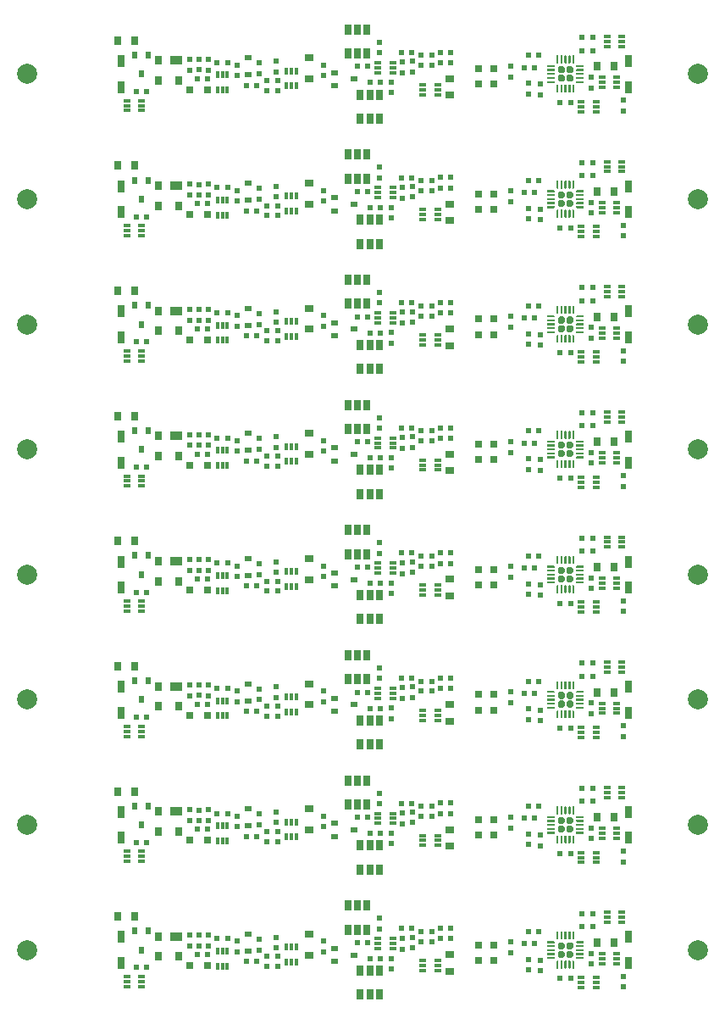
<source format=gtp>
%TF.GenerationSoftware,KiCad,Pcbnew,(5.1.9)-1*%
%TF.CreationDate,2021-10-10T12:49:54+09:00*%
%TF.ProjectId,motordecoder2,6d6f746f-7264-4656-936f-646572322e6b,rev?*%
%TF.SameCoordinates,PX66ff300PY7e5ca20*%
%TF.FileFunction,Paste,Top*%
%TF.FilePolarity,Positive*%
%FSLAX46Y46*%
G04 Gerber Fmt 4.6, Leading zero omitted, Abs format (unit mm)*
G04 Created by KiCad (PCBNEW (5.1.9)-1) date 2021-10-10 12:49:54*
%MOMM*%
%LPD*%
G01*
G04 APERTURE LIST*
%ADD10C,2.000000*%
%ADD11R,0.550000X0.600000*%
%ADD12R,0.600000X0.550000*%
%ADD13R,0.750000X1.300000*%
%ADD14R,0.800000X0.600000*%
%ADD15R,0.700000X0.800000*%
%ADD16R,0.700000X0.300000*%
%ADD17R,0.500000X0.800000*%
%ADD18R,0.700000X1.000000*%
%ADD19R,0.650000X0.900000*%
%ADD20R,0.900000X0.650000*%
%ADD21R,0.800000X0.800000*%
%ADD22R,0.900000X0.800000*%
%ADD23C,0.100000*%
%ADD24R,1.200000X0.900000*%
%ADD25R,0.800000X0.900000*%
%ADD26R,0.500000X0.550000*%
%ADD27R,0.800000X0.500000*%
%ADD28R,0.300000X0.700000*%
G04 APERTURE END LIST*
D10*
%TO.C,REF\u002A\u002A*%
X70500000Y5250000D03*
%TD*%
%TO.C,REF\u002A\u002A*%
X70500000Y17750000D03*
%TD*%
%TO.C,REF\u002A\u002A*%
X70500000Y30250000D03*
%TD*%
%TO.C,REF\u002A\u002A*%
X70500000Y42750000D03*
%TD*%
%TO.C,REF\u002A\u002A*%
X70500000Y55250000D03*
%TD*%
%TO.C,REF\u002A\u002A*%
X70500000Y67750000D03*
%TD*%
%TO.C,REF\u002A\u002A*%
X70500000Y80250000D03*
%TD*%
%TO.C,REF\u002A\u002A*%
X3500000Y5250000D03*
%TD*%
%TO.C,REF\u002A\u002A*%
X3500000Y17750000D03*
%TD*%
%TO.C,REF\u002A\u002A*%
X3500000Y30250000D03*
%TD*%
%TO.C,REF\u002A\u002A*%
X3500000Y42750000D03*
%TD*%
%TO.C,REF\u002A\u002A*%
X3500000Y55250000D03*
%TD*%
%TO.C,REF\u002A\u002A*%
X3500000Y67750000D03*
%TD*%
%TO.C,REF\u002A\u002A*%
X3500000Y80250000D03*
%TD*%
%TO.C,REF\u002A\u002A*%
X70500000Y92750000D03*
%TD*%
%TO.C,REF\u002A\u002A*%
X3500000Y92750000D03*
%TD*%
D11*
%TO.C,R4*%
X37775000Y4400000D03*
X38825000Y4400000D03*
%TD*%
%TO.C,R4*%
X37775000Y16900000D03*
X38825000Y16900000D03*
%TD*%
%TO.C,R4*%
X37775000Y29400000D03*
X38825000Y29400000D03*
%TD*%
%TO.C,R4*%
X37775000Y41900000D03*
X38825000Y41900000D03*
%TD*%
%TO.C,R4*%
X37775000Y54400000D03*
X38825000Y54400000D03*
%TD*%
%TO.C,R4*%
X37775000Y66900000D03*
X38825000Y66900000D03*
%TD*%
%TO.C,R4*%
X37775000Y79400000D03*
X38825000Y79400000D03*
%TD*%
D12*
%TO.C,R5*%
X38700000Y7375000D03*
X38700000Y8425000D03*
%TD*%
%TO.C,R5*%
X38700000Y19875000D03*
X38700000Y20925000D03*
%TD*%
%TO.C,R5*%
X38700000Y32375000D03*
X38700000Y33425000D03*
%TD*%
%TO.C,R5*%
X38700000Y44875000D03*
X38700000Y45925000D03*
%TD*%
%TO.C,R5*%
X38700000Y57375000D03*
X38700000Y58425000D03*
%TD*%
%TO.C,R5*%
X38700000Y69875000D03*
X38700000Y70925000D03*
%TD*%
%TO.C,R5*%
X38700000Y82375000D03*
X38700000Y83425000D03*
%TD*%
%TO.C,R6*%
X39900000Y3375000D03*
X39900000Y4425000D03*
%TD*%
%TO.C,R6*%
X39900000Y15875000D03*
X39900000Y16925000D03*
%TD*%
%TO.C,R6*%
X39900000Y28375000D03*
X39900000Y29425000D03*
%TD*%
%TO.C,R6*%
X39900000Y40875000D03*
X39900000Y41925000D03*
%TD*%
%TO.C,R6*%
X39900000Y53375000D03*
X39900000Y54425000D03*
%TD*%
%TO.C,R6*%
X39900000Y65875000D03*
X39900000Y66925000D03*
%TD*%
%TO.C,R6*%
X39900000Y78375000D03*
X39900000Y79425000D03*
%TD*%
%TO.C,R10*%
X42000000Y6525000D03*
X42000000Y5475000D03*
%TD*%
%TO.C,R10*%
X42000000Y19025000D03*
X42000000Y17975000D03*
%TD*%
%TO.C,R10*%
X42000000Y31525000D03*
X42000000Y30475000D03*
%TD*%
%TO.C,R10*%
X42000000Y44025000D03*
X42000000Y42975000D03*
%TD*%
%TO.C,R10*%
X42000000Y56525000D03*
X42000000Y55475000D03*
%TD*%
%TO.C,R10*%
X42000000Y69025000D03*
X42000000Y67975000D03*
%TD*%
%TO.C,R10*%
X42000000Y81525000D03*
X42000000Y80475000D03*
%TD*%
D13*
%TO.C,D12*%
X63625000Y3950000D03*
X63625000Y6550000D03*
%TD*%
%TO.C,D12*%
X63625000Y16450000D03*
X63625000Y19050000D03*
%TD*%
%TO.C,D12*%
X63625000Y28950000D03*
X63625000Y31550000D03*
%TD*%
%TO.C,D12*%
X63625000Y41450000D03*
X63625000Y44050000D03*
%TD*%
%TO.C,D12*%
X63625000Y53950000D03*
X63625000Y56550000D03*
%TD*%
%TO.C,D12*%
X63625000Y66450000D03*
X63625000Y69050000D03*
%TD*%
%TO.C,D12*%
X63625000Y78950000D03*
X63625000Y81550000D03*
%TD*%
%TO.C,D11*%
X12875000Y6550000D03*
X12875000Y3950000D03*
%TD*%
%TO.C,D11*%
X12875000Y19050000D03*
X12875000Y16450000D03*
%TD*%
%TO.C,D11*%
X12875000Y31550000D03*
X12875000Y28950000D03*
%TD*%
%TO.C,D11*%
X12875000Y44050000D03*
X12875000Y41450000D03*
%TD*%
%TO.C,D11*%
X12875000Y56550000D03*
X12875000Y53950000D03*
%TD*%
%TO.C,D11*%
X12875000Y69050000D03*
X12875000Y66450000D03*
%TD*%
%TO.C,D11*%
X12875000Y81550000D03*
X12875000Y78950000D03*
%TD*%
D11*
%TO.C,R3*%
X37525000Y6000000D03*
X36475000Y6000000D03*
%TD*%
%TO.C,R3*%
X37525000Y18500000D03*
X36475000Y18500000D03*
%TD*%
%TO.C,R3*%
X37525000Y31000000D03*
X36475000Y31000000D03*
%TD*%
%TO.C,R3*%
X37525000Y43500000D03*
X36475000Y43500000D03*
%TD*%
%TO.C,R3*%
X37525000Y56000000D03*
X36475000Y56000000D03*
%TD*%
%TO.C,R3*%
X37525000Y68500000D03*
X36475000Y68500000D03*
%TD*%
%TO.C,R3*%
X37525000Y81000000D03*
X36475000Y81000000D03*
%TD*%
%TO.C,R9*%
X40875000Y7400000D03*
X41925000Y7400000D03*
%TD*%
%TO.C,R9*%
X40875000Y19900000D03*
X41925000Y19900000D03*
%TD*%
%TO.C,R9*%
X40875000Y32400000D03*
X41925000Y32400000D03*
%TD*%
%TO.C,R9*%
X40875000Y44900000D03*
X41925000Y44900000D03*
%TD*%
%TO.C,R9*%
X40875000Y57400000D03*
X41925000Y57400000D03*
%TD*%
%TO.C,R9*%
X40875000Y69900000D03*
X41925000Y69900000D03*
%TD*%
%TO.C,R9*%
X40875000Y82400000D03*
X41925000Y82400000D03*
%TD*%
D12*
%TO.C,R18*%
X54800000Y4225000D03*
X54800000Y3175000D03*
%TD*%
%TO.C,R18*%
X54800000Y16725000D03*
X54800000Y15675000D03*
%TD*%
%TO.C,R18*%
X54800000Y29225000D03*
X54800000Y28175000D03*
%TD*%
%TO.C,R18*%
X54800000Y41725000D03*
X54800000Y40675000D03*
%TD*%
%TO.C,R18*%
X54800000Y54225000D03*
X54800000Y53175000D03*
%TD*%
%TO.C,R18*%
X54800000Y66725000D03*
X54800000Y65675000D03*
%TD*%
%TO.C,R18*%
X54800000Y79225000D03*
X54800000Y78175000D03*
%TD*%
D11*
%TO.C,R17*%
X53175000Y5900000D03*
X54225000Y5900000D03*
%TD*%
%TO.C,R17*%
X53175000Y18400000D03*
X54225000Y18400000D03*
%TD*%
%TO.C,R17*%
X53175000Y30900000D03*
X54225000Y30900000D03*
%TD*%
%TO.C,R17*%
X53175000Y43400000D03*
X54225000Y43400000D03*
%TD*%
%TO.C,R17*%
X53175000Y55900000D03*
X54225000Y55900000D03*
%TD*%
%TO.C,R17*%
X53175000Y68400000D03*
X54225000Y68400000D03*
%TD*%
%TO.C,R17*%
X53175000Y80900000D03*
X54225000Y80900000D03*
%TD*%
%TO.C,R26*%
X58975000Y8900000D03*
X60025000Y8900000D03*
%TD*%
%TO.C,R26*%
X58975000Y21400000D03*
X60025000Y21400000D03*
%TD*%
%TO.C,R26*%
X58975000Y33900000D03*
X60025000Y33900000D03*
%TD*%
%TO.C,R26*%
X58975000Y46400000D03*
X60025000Y46400000D03*
%TD*%
%TO.C,R26*%
X58975000Y58900000D03*
X60025000Y58900000D03*
%TD*%
%TO.C,R26*%
X58975000Y71400000D03*
X60025000Y71400000D03*
%TD*%
%TO.C,R26*%
X58975000Y83900000D03*
X60025000Y83900000D03*
%TD*%
%TO.C,R25*%
X60025000Y7600000D03*
X58975000Y7600000D03*
%TD*%
%TO.C,R25*%
X60025000Y20100000D03*
X58975000Y20100000D03*
%TD*%
%TO.C,R25*%
X60025000Y32600000D03*
X58975000Y32600000D03*
%TD*%
%TO.C,R25*%
X60025000Y45100000D03*
X58975000Y45100000D03*
%TD*%
%TO.C,R25*%
X60025000Y57600000D03*
X58975000Y57600000D03*
%TD*%
%TO.C,R25*%
X60025000Y70100000D03*
X58975000Y70100000D03*
%TD*%
%TO.C,R25*%
X60025000Y82600000D03*
X58975000Y82600000D03*
%TD*%
D14*
%TO.C,D21*%
X25600000Y5150000D03*
X25600000Y6850000D03*
%TD*%
%TO.C,D21*%
X25600000Y17650000D03*
X25600000Y19350000D03*
%TD*%
%TO.C,D21*%
X25600000Y30150000D03*
X25600000Y31850000D03*
%TD*%
%TO.C,D21*%
X25600000Y42650000D03*
X25600000Y44350000D03*
%TD*%
%TO.C,D21*%
X25600000Y55150000D03*
X25600000Y56850000D03*
%TD*%
%TO.C,D21*%
X25600000Y67650000D03*
X25600000Y69350000D03*
%TD*%
%TO.C,D21*%
X25600000Y80150000D03*
X25600000Y81850000D03*
%TD*%
D15*
%TO.C,C4*%
X50100000Y5775000D03*
X50100000Y4225000D03*
%TD*%
%TO.C,C4*%
X50100000Y18275000D03*
X50100000Y16725000D03*
%TD*%
%TO.C,C4*%
X50100000Y30775000D03*
X50100000Y29225000D03*
%TD*%
%TO.C,C4*%
X50100000Y43275000D03*
X50100000Y41725000D03*
%TD*%
%TO.C,C4*%
X50100000Y55775000D03*
X50100000Y54225000D03*
%TD*%
%TO.C,C4*%
X50100000Y68275000D03*
X50100000Y66725000D03*
%TD*%
%TO.C,C4*%
X50100000Y80775000D03*
X50100000Y79225000D03*
%TD*%
D16*
%TO.C,Q12*%
X62450000Y4900000D03*
X62450000Y4400000D03*
X62450000Y3900000D03*
X60950000Y3900000D03*
X60950000Y4400000D03*
X60950000Y4900000D03*
%TD*%
%TO.C,Q12*%
X62450000Y17400000D03*
X62450000Y16900000D03*
X62450000Y16400000D03*
X60950000Y16400000D03*
X60950000Y16900000D03*
X60950000Y17400000D03*
%TD*%
%TO.C,Q12*%
X62450000Y29900000D03*
X62450000Y29400000D03*
X62450000Y28900000D03*
X60950000Y28900000D03*
X60950000Y29400000D03*
X60950000Y29900000D03*
%TD*%
%TO.C,Q12*%
X62450000Y42400000D03*
X62450000Y41900000D03*
X62450000Y41400000D03*
X60950000Y41400000D03*
X60950000Y41900000D03*
X60950000Y42400000D03*
%TD*%
%TO.C,Q12*%
X62450000Y54900000D03*
X62450000Y54400000D03*
X62450000Y53900000D03*
X60950000Y53900000D03*
X60950000Y54400000D03*
X60950000Y54900000D03*
%TD*%
%TO.C,Q12*%
X62450000Y67400000D03*
X62450000Y66900000D03*
X62450000Y66400000D03*
X60950000Y66400000D03*
X60950000Y66900000D03*
X60950000Y67400000D03*
%TD*%
%TO.C,Q12*%
X62450000Y79900000D03*
X62450000Y79400000D03*
X62450000Y78900000D03*
X60950000Y78900000D03*
X60950000Y79400000D03*
X60950000Y79900000D03*
%TD*%
D11*
%TO.C,R24*%
X56775000Y2400000D03*
X57825000Y2400000D03*
%TD*%
%TO.C,R24*%
X56775000Y14900000D03*
X57825000Y14900000D03*
%TD*%
%TO.C,R24*%
X56775000Y27400000D03*
X57825000Y27400000D03*
%TD*%
%TO.C,R24*%
X56775000Y39900000D03*
X57825000Y39900000D03*
%TD*%
%TO.C,R24*%
X56775000Y52400000D03*
X57825000Y52400000D03*
%TD*%
%TO.C,R24*%
X56775000Y64900000D03*
X57825000Y64900000D03*
%TD*%
%TO.C,R24*%
X56775000Y77400000D03*
X57825000Y77400000D03*
%TD*%
D17*
%TO.C,Q11*%
X14900000Y5250000D03*
X14250000Y7150000D03*
X15550000Y7150000D03*
%TD*%
%TO.C,Q11*%
X14900000Y17750000D03*
X14250000Y19650000D03*
X15550000Y19650000D03*
%TD*%
%TO.C,Q11*%
X14900000Y30250000D03*
X14250000Y32150000D03*
X15550000Y32150000D03*
%TD*%
%TO.C,Q11*%
X14900000Y42750000D03*
X14250000Y44650000D03*
X15550000Y44650000D03*
%TD*%
%TO.C,Q11*%
X14900000Y55250000D03*
X14250000Y57150000D03*
X15550000Y57150000D03*
%TD*%
%TO.C,Q11*%
X14900000Y67750000D03*
X14250000Y69650000D03*
X15550000Y69650000D03*
%TD*%
%TO.C,Q11*%
X14900000Y80250000D03*
X14250000Y82150000D03*
X15550000Y82150000D03*
%TD*%
D18*
%TO.C,Q2*%
X38700000Y3200000D03*
X37750000Y3200000D03*
X36800000Y3200000D03*
X36800000Y800000D03*
X37750000Y800000D03*
X38700000Y800000D03*
%TD*%
%TO.C,Q2*%
X38700000Y15700000D03*
X37750000Y15700000D03*
X36800000Y15700000D03*
X36800000Y13300000D03*
X37750000Y13300000D03*
X38700000Y13300000D03*
%TD*%
%TO.C,Q2*%
X38700000Y28200000D03*
X37750000Y28200000D03*
X36800000Y28200000D03*
X36800000Y25800000D03*
X37750000Y25800000D03*
X38700000Y25800000D03*
%TD*%
%TO.C,Q2*%
X38700000Y40700000D03*
X37750000Y40700000D03*
X36800000Y40700000D03*
X36800000Y38300000D03*
X37750000Y38300000D03*
X38700000Y38300000D03*
%TD*%
%TO.C,Q2*%
X38700000Y53200000D03*
X37750000Y53200000D03*
X36800000Y53200000D03*
X36800000Y50800000D03*
X37750000Y50800000D03*
X38700000Y50800000D03*
%TD*%
%TO.C,Q2*%
X38700000Y65700000D03*
X37750000Y65700000D03*
X36800000Y65700000D03*
X36800000Y63300000D03*
X37750000Y63300000D03*
X38700000Y63300000D03*
%TD*%
%TO.C,Q2*%
X38700000Y78200000D03*
X37750000Y78200000D03*
X36800000Y78200000D03*
X36800000Y75800000D03*
X37750000Y75800000D03*
X38700000Y75800000D03*
%TD*%
D11*
%TO.C,R33*%
X22475000Y6400000D03*
X23525000Y6400000D03*
%TD*%
%TO.C,R33*%
X22475000Y18900000D03*
X23525000Y18900000D03*
%TD*%
%TO.C,R33*%
X22475000Y31400000D03*
X23525000Y31400000D03*
%TD*%
%TO.C,R33*%
X22475000Y43900000D03*
X23525000Y43900000D03*
%TD*%
%TO.C,R33*%
X22475000Y56400000D03*
X23525000Y56400000D03*
%TD*%
%TO.C,R33*%
X22475000Y68900000D03*
X23525000Y68900000D03*
%TD*%
%TO.C,R33*%
X22475000Y81400000D03*
X23525000Y81400000D03*
%TD*%
D16*
%TO.C,Q6*%
X43050000Y4200000D03*
X43050000Y3700000D03*
X43050000Y3200000D03*
X44550000Y3200000D03*
X44550000Y3700000D03*
X44550000Y4200000D03*
%TD*%
%TO.C,Q6*%
X43050000Y16700000D03*
X43050000Y16200000D03*
X43050000Y15700000D03*
X44550000Y15700000D03*
X44550000Y16200000D03*
X44550000Y16700000D03*
%TD*%
%TO.C,Q6*%
X43050000Y29200000D03*
X43050000Y28700000D03*
X43050000Y28200000D03*
X44550000Y28200000D03*
X44550000Y28700000D03*
X44550000Y29200000D03*
%TD*%
%TO.C,Q6*%
X43050000Y41700000D03*
X43050000Y41200000D03*
X43050000Y40700000D03*
X44550000Y40700000D03*
X44550000Y41200000D03*
X44550000Y41700000D03*
%TD*%
%TO.C,Q6*%
X43050000Y54200000D03*
X43050000Y53700000D03*
X43050000Y53200000D03*
X44550000Y53200000D03*
X44550000Y53700000D03*
X44550000Y54200000D03*
%TD*%
%TO.C,Q6*%
X43050000Y66700000D03*
X43050000Y66200000D03*
X43050000Y65700000D03*
X44550000Y65700000D03*
X44550000Y66200000D03*
X44550000Y66700000D03*
%TD*%
%TO.C,Q6*%
X43050000Y79200000D03*
X43050000Y78700000D03*
X43050000Y78200000D03*
X44550000Y78200000D03*
X44550000Y78700000D03*
X44550000Y79200000D03*
%TD*%
D19*
%TO.C,R22*%
X60475000Y6000000D03*
X62125000Y6000000D03*
%TD*%
%TO.C,R22*%
X60475000Y18500000D03*
X62125000Y18500000D03*
%TD*%
%TO.C,R22*%
X60475000Y31000000D03*
X62125000Y31000000D03*
%TD*%
%TO.C,R22*%
X60475000Y43500000D03*
X62125000Y43500000D03*
%TD*%
%TO.C,R22*%
X60475000Y56000000D03*
X62125000Y56000000D03*
%TD*%
%TO.C,R22*%
X60475000Y68500000D03*
X62125000Y68500000D03*
%TD*%
%TO.C,R22*%
X60475000Y81000000D03*
X62125000Y81000000D03*
%TD*%
D18*
%TO.C,Q1*%
X35550000Y9700000D03*
X36500000Y9700000D03*
X37450000Y9700000D03*
X37450000Y7300000D03*
X36500000Y7300000D03*
X35550000Y7300000D03*
%TD*%
%TO.C,Q1*%
X35550000Y22200000D03*
X36500000Y22200000D03*
X37450000Y22200000D03*
X37450000Y19800000D03*
X36500000Y19800000D03*
X35550000Y19800000D03*
%TD*%
%TO.C,Q1*%
X35550000Y34700000D03*
X36500000Y34700000D03*
X37450000Y34700000D03*
X37450000Y32300000D03*
X36500000Y32300000D03*
X35550000Y32300000D03*
%TD*%
%TO.C,Q1*%
X35550000Y47200000D03*
X36500000Y47200000D03*
X37450000Y47200000D03*
X37450000Y44800000D03*
X36500000Y44800000D03*
X35550000Y44800000D03*
%TD*%
%TO.C,Q1*%
X35550000Y59700000D03*
X36500000Y59700000D03*
X37450000Y59700000D03*
X37450000Y57300000D03*
X36500000Y57300000D03*
X35550000Y57300000D03*
%TD*%
%TO.C,Q1*%
X35550000Y72200000D03*
X36500000Y72200000D03*
X37450000Y72200000D03*
X37450000Y69800000D03*
X36500000Y69800000D03*
X35550000Y69800000D03*
%TD*%
%TO.C,Q1*%
X35550000Y84700000D03*
X36500000Y84700000D03*
X37450000Y84700000D03*
X37450000Y82300000D03*
X36500000Y82300000D03*
X35550000Y82300000D03*
%TD*%
D19*
%TO.C,R21*%
X12575000Y8600000D03*
X14225000Y8600000D03*
%TD*%
%TO.C,R21*%
X12575000Y21100000D03*
X14225000Y21100000D03*
%TD*%
%TO.C,R21*%
X12575000Y33600000D03*
X14225000Y33600000D03*
%TD*%
%TO.C,R21*%
X12575000Y46100000D03*
X14225000Y46100000D03*
%TD*%
%TO.C,R21*%
X12575000Y58600000D03*
X14225000Y58600000D03*
%TD*%
%TO.C,R21*%
X12575000Y71100000D03*
X14225000Y71100000D03*
%TD*%
%TO.C,R21*%
X12575000Y83600000D03*
X14225000Y83600000D03*
%TD*%
D16*
%TO.C,Q8*%
X14950000Y2600000D03*
X14950000Y2100000D03*
X14950000Y1600000D03*
X13450000Y1600000D03*
X13450000Y2100000D03*
X13450000Y2600000D03*
%TD*%
%TO.C,Q8*%
X14950000Y15100000D03*
X14950000Y14600000D03*
X14950000Y14100000D03*
X13450000Y14100000D03*
X13450000Y14600000D03*
X13450000Y15100000D03*
%TD*%
%TO.C,Q8*%
X14950000Y27600000D03*
X14950000Y27100000D03*
X14950000Y26600000D03*
X13450000Y26600000D03*
X13450000Y27100000D03*
X13450000Y27600000D03*
%TD*%
%TO.C,Q8*%
X14950000Y40100000D03*
X14950000Y39600000D03*
X14950000Y39100000D03*
X13450000Y39100000D03*
X13450000Y39600000D03*
X13450000Y40100000D03*
%TD*%
%TO.C,Q8*%
X14950000Y52600000D03*
X14950000Y52100000D03*
X14950000Y51600000D03*
X13450000Y51600000D03*
X13450000Y52100000D03*
X13450000Y52600000D03*
%TD*%
%TO.C,Q8*%
X14950000Y65100000D03*
X14950000Y64600000D03*
X14950000Y64100000D03*
X13450000Y64100000D03*
X13450000Y64600000D03*
X13450000Y65100000D03*
%TD*%
%TO.C,Q8*%
X14950000Y77600000D03*
X14950000Y77100000D03*
X14950000Y76600000D03*
X13450000Y76600000D03*
X13450000Y77100000D03*
X13450000Y77600000D03*
%TD*%
D20*
%TO.C,R14*%
X45700000Y4775000D03*
X45700000Y3125000D03*
%TD*%
%TO.C,R14*%
X45700000Y17275000D03*
X45700000Y15625000D03*
%TD*%
%TO.C,R14*%
X45700000Y29775000D03*
X45700000Y28125000D03*
%TD*%
%TO.C,R14*%
X45700000Y42275000D03*
X45700000Y40625000D03*
%TD*%
%TO.C,R14*%
X45700000Y54775000D03*
X45700000Y53125000D03*
%TD*%
%TO.C,R14*%
X45700000Y67275000D03*
X45700000Y65625000D03*
%TD*%
%TO.C,R14*%
X45700000Y79775000D03*
X45700000Y78125000D03*
%TD*%
D21*
%TO.C,C3*%
X48600000Y5775000D03*
X48600000Y4225000D03*
%TD*%
%TO.C,C3*%
X48600000Y18275000D03*
X48600000Y16725000D03*
%TD*%
%TO.C,C3*%
X48600000Y30775000D03*
X48600000Y29225000D03*
%TD*%
%TO.C,C3*%
X48600000Y43275000D03*
X48600000Y41725000D03*
%TD*%
%TO.C,C3*%
X48600000Y55775000D03*
X48600000Y54225000D03*
%TD*%
%TO.C,C3*%
X48600000Y68275000D03*
X48600000Y66725000D03*
%TD*%
%TO.C,C3*%
X48600000Y80775000D03*
X48600000Y79225000D03*
%TD*%
D22*
%TO.C,D3*%
X31700000Y4750000D03*
X31700000Y6850000D03*
%TD*%
%TO.C,D3*%
X31700000Y17250000D03*
X31700000Y19350000D03*
%TD*%
%TO.C,D3*%
X31700000Y29750000D03*
X31700000Y31850000D03*
%TD*%
%TO.C,D3*%
X31700000Y42250000D03*
X31700000Y44350000D03*
%TD*%
%TO.C,D3*%
X31700000Y54750000D03*
X31700000Y56850000D03*
%TD*%
%TO.C,D3*%
X31700000Y67250000D03*
X31700000Y69350000D03*
%TD*%
%TO.C,D3*%
X31700000Y79750000D03*
X31700000Y81850000D03*
%TD*%
%TO.C,U2*%
G36*
G01*
X57380000Y4652500D02*
X57380000Y4997500D01*
G75*
G02*
X57552500Y5170000I172500J0D01*
G01*
X57897500Y5170000D01*
G75*
G02*
X58070000Y4997500I0J-172500D01*
G01*
X58070000Y4652500D01*
G75*
G02*
X57897500Y4480000I-172500J0D01*
G01*
X57552500Y4480000D01*
G75*
G02*
X57380000Y4652500I0J172500D01*
G01*
G37*
G36*
G01*
X57380000Y5502500D02*
X57380000Y5847500D01*
G75*
G02*
X57552500Y6020000I172500J0D01*
G01*
X57897500Y6020000D01*
G75*
G02*
X58070000Y5847500I0J-172500D01*
G01*
X58070000Y5502500D01*
G75*
G02*
X57897500Y5330000I-172500J0D01*
G01*
X57552500Y5330000D01*
G75*
G02*
X57380000Y5502500I0J172500D01*
G01*
G37*
G36*
G01*
X56530000Y4652500D02*
X56530000Y4997500D01*
G75*
G02*
X56702500Y5170000I172500J0D01*
G01*
X57047500Y5170000D01*
G75*
G02*
X57220000Y4997500I0J-172500D01*
G01*
X57220000Y4652500D01*
G75*
G02*
X57047500Y4480000I-172500J0D01*
G01*
X56702500Y4480000D01*
G75*
G02*
X56530000Y4652500I0J172500D01*
G01*
G37*
G36*
G01*
X56530000Y5502500D02*
X56530000Y5847500D01*
G75*
G02*
X56702500Y6020000I172500J0D01*
G01*
X57047500Y6020000D01*
G75*
G02*
X57220000Y5847500I0J-172500D01*
G01*
X57220000Y5502500D01*
G75*
G02*
X57047500Y5330000I-172500J0D01*
G01*
X56702500Y5330000D01*
G75*
G02*
X56530000Y5502500I0J172500D01*
G01*
G37*
D23*
G36*
X56559755Y7099039D02*
G01*
X56569134Y7096194D01*
X56577779Y7091573D01*
X56585355Y7085355D01*
X56591573Y7077779D01*
X56596194Y7069134D01*
X56599039Y7059755D01*
X56600000Y7050000D01*
X56600000Y6350000D01*
X56599039Y6340245D01*
X56596194Y6330866D01*
X56591573Y6322221D01*
X56585355Y6314645D01*
X56577779Y6308427D01*
X56569134Y6303806D01*
X56559755Y6300961D01*
X56550000Y6300000D01*
X56500711Y6300000D01*
X56490956Y6300961D01*
X56481577Y6303806D01*
X56472932Y6308427D01*
X56465356Y6314645D01*
X56414645Y6365356D01*
X56408427Y6372932D01*
X56403806Y6381577D01*
X56400961Y6390956D01*
X56400000Y6400711D01*
X56400000Y7050000D01*
X56400961Y7059755D01*
X56403806Y7069134D01*
X56408427Y7077779D01*
X56414645Y7085355D01*
X56422221Y7091573D01*
X56430866Y7096194D01*
X56440245Y7099039D01*
X56450000Y7100000D01*
X56550000Y7100000D01*
X56559755Y7099039D01*
G37*
G36*
G01*
X56800000Y6350000D02*
X56800000Y7050000D01*
G75*
G02*
X56850000Y7100000I50000J0D01*
G01*
X56950000Y7100000D01*
G75*
G02*
X57000000Y7050000I0J-50000D01*
G01*
X57000000Y6350000D01*
G75*
G02*
X56950000Y6300000I-50000J0D01*
G01*
X56850000Y6300000D01*
G75*
G02*
X56800000Y6350000I0J50000D01*
G01*
G37*
G36*
G01*
X57200000Y6350000D02*
X57200000Y7050000D01*
G75*
G02*
X57250000Y7100000I50000J0D01*
G01*
X57350000Y7100000D01*
G75*
G02*
X57400000Y7050000I0J-50000D01*
G01*
X57400000Y6350000D01*
G75*
G02*
X57350000Y6300000I-50000J0D01*
G01*
X57250000Y6300000D01*
G75*
G02*
X57200000Y6350000I0J50000D01*
G01*
G37*
G36*
G01*
X57600000Y6350000D02*
X57600000Y7050000D01*
G75*
G02*
X57650000Y7100000I50000J0D01*
G01*
X57750000Y7100000D01*
G75*
G02*
X57800000Y7050000I0J-50000D01*
G01*
X57800000Y6350000D01*
G75*
G02*
X57750000Y6300000I-50000J0D01*
G01*
X57650000Y6300000D01*
G75*
G02*
X57600000Y6350000I0J50000D01*
G01*
G37*
G36*
X58159755Y7099039D02*
G01*
X58169134Y7096194D01*
X58177779Y7091573D01*
X58185355Y7085355D01*
X58191573Y7077779D01*
X58196194Y7069134D01*
X58199039Y7059755D01*
X58200000Y7050000D01*
X58200000Y6400711D01*
X58199039Y6390956D01*
X58196194Y6381577D01*
X58191573Y6372932D01*
X58185355Y6365356D01*
X58134644Y6314645D01*
X58127068Y6308427D01*
X58118423Y6303806D01*
X58109044Y6300961D01*
X58099289Y6300000D01*
X58050000Y6300000D01*
X58040245Y6300961D01*
X58030866Y6303806D01*
X58022221Y6308427D01*
X58014645Y6314645D01*
X58008427Y6322221D01*
X58003806Y6330866D01*
X58000961Y6340245D01*
X58000000Y6350000D01*
X58000000Y7050000D01*
X58000961Y7059755D01*
X58003806Y7069134D01*
X58008427Y7077779D01*
X58014645Y7085355D01*
X58022221Y7091573D01*
X58030866Y7096194D01*
X58040245Y7099039D01*
X58050000Y7100000D01*
X58150000Y7100000D01*
X58159755Y7099039D01*
G37*
G36*
X59109755Y6149039D02*
G01*
X59119134Y6146194D01*
X59127779Y6141573D01*
X59135355Y6135355D01*
X59141573Y6127779D01*
X59146194Y6119134D01*
X59149039Y6109755D01*
X59150000Y6100000D01*
X59150000Y6000000D01*
X59149039Y5990245D01*
X59146194Y5980866D01*
X59141573Y5972221D01*
X59135355Y5964645D01*
X59127779Y5958427D01*
X59119134Y5953806D01*
X59109755Y5950961D01*
X59100000Y5950000D01*
X58400000Y5950000D01*
X58390245Y5950961D01*
X58380866Y5953806D01*
X58372221Y5958427D01*
X58364645Y5964645D01*
X58358427Y5972221D01*
X58353806Y5980866D01*
X58350961Y5990245D01*
X58350000Y6000000D01*
X58350000Y6049289D01*
X58350961Y6059044D01*
X58353806Y6068423D01*
X58358427Y6077068D01*
X58364645Y6084644D01*
X58415356Y6135355D01*
X58422932Y6141573D01*
X58431577Y6146194D01*
X58440956Y6149039D01*
X58450711Y6150000D01*
X59100000Y6150000D01*
X59109755Y6149039D01*
G37*
G36*
G01*
X58350000Y5600000D02*
X58350000Y5700000D01*
G75*
G02*
X58400000Y5750000I50000J0D01*
G01*
X59100000Y5750000D01*
G75*
G02*
X59150000Y5700000I0J-50000D01*
G01*
X59150000Y5600000D01*
G75*
G02*
X59100000Y5550000I-50000J0D01*
G01*
X58400000Y5550000D01*
G75*
G02*
X58350000Y5600000I0J50000D01*
G01*
G37*
G36*
G01*
X58350000Y5200000D02*
X58350000Y5300000D01*
G75*
G02*
X58400000Y5350000I50000J0D01*
G01*
X59100000Y5350000D01*
G75*
G02*
X59150000Y5300000I0J-50000D01*
G01*
X59150000Y5200000D01*
G75*
G02*
X59100000Y5150000I-50000J0D01*
G01*
X58400000Y5150000D01*
G75*
G02*
X58350000Y5200000I0J50000D01*
G01*
G37*
G36*
G01*
X58350000Y4800000D02*
X58350000Y4900000D01*
G75*
G02*
X58400000Y4950000I50000J0D01*
G01*
X59100000Y4950000D01*
G75*
G02*
X59150000Y4900000I0J-50000D01*
G01*
X59150000Y4800000D01*
G75*
G02*
X59100000Y4750000I-50000J0D01*
G01*
X58400000Y4750000D01*
G75*
G02*
X58350000Y4800000I0J50000D01*
G01*
G37*
G36*
X59109755Y4549039D02*
G01*
X59119134Y4546194D01*
X59127779Y4541573D01*
X59135355Y4535355D01*
X59141573Y4527779D01*
X59146194Y4519134D01*
X59149039Y4509755D01*
X59150000Y4500000D01*
X59150000Y4400000D01*
X59149039Y4390245D01*
X59146194Y4380866D01*
X59141573Y4372221D01*
X59135355Y4364645D01*
X59127779Y4358427D01*
X59119134Y4353806D01*
X59109755Y4350961D01*
X59100000Y4350000D01*
X58450711Y4350000D01*
X58440956Y4350961D01*
X58431577Y4353806D01*
X58422932Y4358427D01*
X58415356Y4364645D01*
X58364645Y4415356D01*
X58358427Y4422932D01*
X58353806Y4431577D01*
X58350961Y4440956D01*
X58350000Y4450711D01*
X58350000Y4500000D01*
X58350961Y4509755D01*
X58353806Y4519134D01*
X58358427Y4527779D01*
X58364645Y4535355D01*
X58372221Y4541573D01*
X58380866Y4546194D01*
X58390245Y4549039D01*
X58400000Y4550000D01*
X59100000Y4550000D01*
X59109755Y4549039D01*
G37*
G36*
X58109044Y4199039D02*
G01*
X58118423Y4196194D01*
X58127068Y4191573D01*
X58134644Y4185355D01*
X58185355Y4134644D01*
X58191573Y4127068D01*
X58196194Y4118423D01*
X58199039Y4109044D01*
X58200000Y4099289D01*
X58200000Y3450000D01*
X58199039Y3440245D01*
X58196194Y3430866D01*
X58191573Y3422221D01*
X58185355Y3414645D01*
X58177779Y3408427D01*
X58169134Y3403806D01*
X58159755Y3400961D01*
X58150000Y3400000D01*
X58050000Y3400000D01*
X58040245Y3400961D01*
X58030866Y3403806D01*
X58022221Y3408427D01*
X58014645Y3414645D01*
X58008427Y3422221D01*
X58003806Y3430866D01*
X58000961Y3440245D01*
X58000000Y3450000D01*
X58000000Y4150000D01*
X58000961Y4159755D01*
X58003806Y4169134D01*
X58008427Y4177779D01*
X58014645Y4185355D01*
X58022221Y4191573D01*
X58030866Y4196194D01*
X58040245Y4199039D01*
X58050000Y4200000D01*
X58099289Y4200000D01*
X58109044Y4199039D01*
G37*
G36*
G01*
X57600000Y3450000D02*
X57600000Y4150000D01*
G75*
G02*
X57650000Y4200000I50000J0D01*
G01*
X57750000Y4200000D01*
G75*
G02*
X57800000Y4150000I0J-50000D01*
G01*
X57800000Y3450000D01*
G75*
G02*
X57750000Y3400000I-50000J0D01*
G01*
X57650000Y3400000D01*
G75*
G02*
X57600000Y3450000I0J50000D01*
G01*
G37*
G36*
G01*
X57200000Y3450000D02*
X57200000Y4150000D01*
G75*
G02*
X57250000Y4200000I50000J0D01*
G01*
X57350000Y4200000D01*
G75*
G02*
X57400000Y4150000I0J-50000D01*
G01*
X57400000Y3450000D01*
G75*
G02*
X57350000Y3400000I-50000J0D01*
G01*
X57250000Y3400000D01*
G75*
G02*
X57200000Y3450000I0J50000D01*
G01*
G37*
G36*
G01*
X56800000Y3450000D02*
X56800000Y4150000D01*
G75*
G02*
X56850000Y4200000I50000J0D01*
G01*
X56950000Y4200000D01*
G75*
G02*
X57000000Y4150000I0J-50000D01*
G01*
X57000000Y3450000D01*
G75*
G02*
X56950000Y3400000I-50000J0D01*
G01*
X56850000Y3400000D01*
G75*
G02*
X56800000Y3450000I0J50000D01*
G01*
G37*
G36*
X56559755Y4199039D02*
G01*
X56569134Y4196194D01*
X56577779Y4191573D01*
X56585355Y4185355D01*
X56591573Y4177779D01*
X56596194Y4169134D01*
X56599039Y4159755D01*
X56600000Y4150000D01*
X56600000Y3450000D01*
X56599039Y3440245D01*
X56596194Y3430866D01*
X56591573Y3422221D01*
X56585355Y3414645D01*
X56577779Y3408427D01*
X56569134Y3403806D01*
X56559755Y3400961D01*
X56550000Y3400000D01*
X56450000Y3400000D01*
X56440245Y3400961D01*
X56430866Y3403806D01*
X56422221Y3408427D01*
X56414645Y3414645D01*
X56408427Y3422221D01*
X56403806Y3430866D01*
X56400961Y3440245D01*
X56400000Y3450000D01*
X56400000Y4099289D01*
X56400961Y4109044D01*
X56403806Y4118423D01*
X56408427Y4127068D01*
X56414645Y4134644D01*
X56465356Y4185355D01*
X56472932Y4191573D01*
X56481577Y4196194D01*
X56490956Y4199039D01*
X56500711Y4200000D01*
X56550000Y4200000D01*
X56559755Y4199039D01*
G37*
G36*
X56209755Y4549039D02*
G01*
X56219134Y4546194D01*
X56227779Y4541573D01*
X56235355Y4535355D01*
X56241573Y4527779D01*
X56246194Y4519134D01*
X56249039Y4509755D01*
X56250000Y4500000D01*
X56250000Y4450711D01*
X56249039Y4440956D01*
X56246194Y4431577D01*
X56241573Y4422932D01*
X56235355Y4415356D01*
X56184644Y4364645D01*
X56177068Y4358427D01*
X56168423Y4353806D01*
X56159044Y4350961D01*
X56149289Y4350000D01*
X55500000Y4350000D01*
X55490245Y4350961D01*
X55480866Y4353806D01*
X55472221Y4358427D01*
X55464645Y4364645D01*
X55458427Y4372221D01*
X55453806Y4380866D01*
X55450961Y4390245D01*
X55450000Y4400000D01*
X55450000Y4500000D01*
X55450961Y4509755D01*
X55453806Y4519134D01*
X55458427Y4527779D01*
X55464645Y4535355D01*
X55472221Y4541573D01*
X55480866Y4546194D01*
X55490245Y4549039D01*
X55500000Y4550000D01*
X56200000Y4550000D01*
X56209755Y4549039D01*
G37*
G36*
G01*
X55450000Y4800000D02*
X55450000Y4900000D01*
G75*
G02*
X55500000Y4950000I50000J0D01*
G01*
X56200000Y4950000D01*
G75*
G02*
X56250000Y4900000I0J-50000D01*
G01*
X56250000Y4800000D01*
G75*
G02*
X56200000Y4750000I-50000J0D01*
G01*
X55500000Y4750000D01*
G75*
G02*
X55450000Y4800000I0J50000D01*
G01*
G37*
G36*
G01*
X55450000Y5200000D02*
X55450000Y5300000D01*
G75*
G02*
X55500000Y5350000I50000J0D01*
G01*
X56200000Y5350000D01*
G75*
G02*
X56250000Y5300000I0J-50000D01*
G01*
X56250000Y5200000D01*
G75*
G02*
X56200000Y5150000I-50000J0D01*
G01*
X55500000Y5150000D01*
G75*
G02*
X55450000Y5200000I0J50000D01*
G01*
G37*
G36*
G01*
X55450000Y5600000D02*
X55450000Y5700000D01*
G75*
G02*
X55500000Y5750000I50000J0D01*
G01*
X56200000Y5750000D01*
G75*
G02*
X56250000Y5700000I0J-50000D01*
G01*
X56250000Y5600000D01*
G75*
G02*
X56200000Y5550000I-50000J0D01*
G01*
X55500000Y5550000D01*
G75*
G02*
X55450000Y5600000I0J50000D01*
G01*
G37*
G36*
X56159044Y6149039D02*
G01*
X56168423Y6146194D01*
X56177068Y6141573D01*
X56184644Y6135355D01*
X56235355Y6084644D01*
X56241573Y6077068D01*
X56246194Y6068423D01*
X56249039Y6059044D01*
X56250000Y6049289D01*
X56250000Y6000000D01*
X56249039Y5990245D01*
X56246194Y5980866D01*
X56241573Y5972221D01*
X56235355Y5964645D01*
X56227779Y5958427D01*
X56219134Y5953806D01*
X56209755Y5950961D01*
X56200000Y5950000D01*
X55500000Y5950000D01*
X55490245Y5950961D01*
X55480866Y5953806D01*
X55472221Y5958427D01*
X55464645Y5964645D01*
X55458427Y5972221D01*
X55453806Y5980866D01*
X55450961Y5990245D01*
X55450000Y6000000D01*
X55450000Y6100000D01*
X55450961Y6109755D01*
X55453806Y6119134D01*
X55458427Y6127779D01*
X55464645Y6135355D01*
X55472221Y6141573D01*
X55480866Y6146194D01*
X55490245Y6149039D01*
X55500000Y6150000D01*
X56149289Y6150000D01*
X56159044Y6149039D01*
G37*
%TD*%
%TO.C,U2*%
G36*
G01*
X57380000Y17152500D02*
X57380000Y17497500D01*
G75*
G02*
X57552500Y17670000I172500J0D01*
G01*
X57897500Y17670000D01*
G75*
G02*
X58070000Y17497500I0J-172500D01*
G01*
X58070000Y17152500D01*
G75*
G02*
X57897500Y16980000I-172500J0D01*
G01*
X57552500Y16980000D01*
G75*
G02*
X57380000Y17152500I0J172500D01*
G01*
G37*
G36*
G01*
X57380000Y18002500D02*
X57380000Y18347500D01*
G75*
G02*
X57552500Y18520000I172500J0D01*
G01*
X57897500Y18520000D01*
G75*
G02*
X58070000Y18347500I0J-172500D01*
G01*
X58070000Y18002500D01*
G75*
G02*
X57897500Y17830000I-172500J0D01*
G01*
X57552500Y17830000D01*
G75*
G02*
X57380000Y18002500I0J172500D01*
G01*
G37*
G36*
G01*
X56530000Y17152500D02*
X56530000Y17497500D01*
G75*
G02*
X56702500Y17670000I172500J0D01*
G01*
X57047500Y17670000D01*
G75*
G02*
X57220000Y17497500I0J-172500D01*
G01*
X57220000Y17152500D01*
G75*
G02*
X57047500Y16980000I-172500J0D01*
G01*
X56702500Y16980000D01*
G75*
G02*
X56530000Y17152500I0J172500D01*
G01*
G37*
G36*
G01*
X56530000Y18002500D02*
X56530000Y18347500D01*
G75*
G02*
X56702500Y18520000I172500J0D01*
G01*
X57047500Y18520000D01*
G75*
G02*
X57220000Y18347500I0J-172500D01*
G01*
X57220000Y18002500D01*
G75*
G02*
X57047500Y17830000I-172500J0D01*
G01*
X56702500Y17830000D01*
G75*
G02*
X56530000Y18002500I0J172500D01*
G01*
G37*
G36*
X56559755Y19599039D02*
G01*
X56569134Y19596194D01*
X56577779Y19591573D01*
X56585355Y19585355D01*
X56591573Y19577779D01*
X56596194Y19569134D01*
X56599039Y19559755D01*
X56600000Y19550000D01*
X56600000Y18850000D01*
X56599039Y18840245D01*
X56596194Y18830866D01*
X56591573Y18822221D01*
X56585355Y18814645D01*
X56577779Y18808427D01*
X56569134Y18803806D01*
X56559755Y18800961D01*
X56550000Y18800000D01*
X56500711Y18800000D01*
X56490956Y18800961D01*
X56481577Y18803806D01*
X56472932Y18808427D01*
X56465356Y18814645D01*
X56414645Y18865356D01*
X56408427Y18872932D01*
X56403806Y18881577D01*
X56400961Y18890956D01*
X56400000Y18900711D01*
X56400000Y19550000D01*
X56400961Y19559755D01*
X56403806Y19569134D01*
X56408427Y19577779D01*
X56414645Y19585355D01*
X56422221Y19591573D01*
X56430866Y19596194D01*
X56440245Y19599039D01*
X56450000Y19600000D01*
X56550000Y19600000D01*
X56559755Y19599039D01*
G37*
G36*
G01*
X56800000Y18850000D02*
X56800000Y19550000D01*
G75*
G02*
X56850000Y19600000I50000J0D01*
G01*
X56950000Y19600000D01*
G75*
G02*
X57000000Y19550000I0J-50000D01*
G01*
X57000000Y18850000D01*
G75*
G02*
X56950000Y18800000I-50000J0D01*
G01*
X56850000Y18800000D01*
G75*
G02*
X56800000Y18850000I0J50000D01*
G01*
G37*
G36*
G01*
X57200000Y18850000D02*
X57200000Y19550000D01*
G75*
G02*
X57250000Y19600000I50000J0D01*
G01*
X57350000Y19600000D01*
G75*
G02*
X57400000Y19550000I0J-50000D01*
G01*
X57400000Y18850000D01*
G75*
G02*
X57350000Y18800000I-50000J0D01*
G01*
X57250000Y18800000D01*
G75*
G02*
X57200000Y18850000I0J50000D01*
G01*
G37*
G36*
G01*
X57600000Y18850000D02*
X57600000Y19550000D01*
G75*
G02*
X57650000Y19600000I50000J0D01*
G01*
X57750000Y19600000D01*
G75*
G02*
X57800000Y19550000I0J-50000D01*
G01*
X57800000Y18850000D01*
G75*
G02*
X57750000Y18800000I-50000J0D01*
G01*
X57650000Y18800000D01*
G75*
G02*
X57600000Y18850000I0J50000D01*
G01*
G37*
G36*
X58159755Y19599039D02*
G01*
X58169134Y19596194D01*
X58177779Y19591573D01*
X58185355Y19585355D01*
X58191573Y19577779D01*
X58196194Y19569134D01*
X58199039Y19559755D01*
X58200000Y19550000D01*
X58200000Y18900711D01*
X58199039Y18890956D01*
X58196194Y18881577D01*
X58191573Y18872932D01*
X58185355Y18865356D01*
X58134644Y18814645D01*
X58127068Y18808427D01*
X58118423Y18803806D01*
X58109044Y18800961D01*
X58099289Y18800000D01*
X58050000Y18800000D01*
X58040245Y18800961D01*
X58030866Y18803806D01*
X58022221Y18808427D01*
X58014645Y18814645D01*
X58008427Y18822221D01*
X58003806Y18830866D01*
X58000961Y18840245D01*
X58000000Y18850000D01*
X58000000Y19550000D01*
X58000961Y19559755D01*
X58003806Y19569134D01*
X58008427Y19577779D01*
X58014645Y19585355D01*
X58022221Y19591573D01*
X58030866Y19596194D01*
X58040245Y19599039D01*
X58050000Y19600000D01*
X58150000Y19600000D01*
X58159755Y19599039D01*
G37*
G36*
X59109755Y18649039D02*
G01*
X59119134Y18646194D01*
X59127779Y18641573D01*
X59135355Y18635355D01*
X59141573Y18627779D01*
X59146194Y18619134D01*
X59149039Y18609755D01*
X59150000Y18600000D01*
X59150000Y18500000D01*
X59149039Y18490245D01*
X59146194Y18480866D01*
X59141573Y18472221D01*
X59135355Y18464645D01*
X59127779Y18458427D01*
X59119134Y18453806D01*
X59109755Y18450961D01*
X59100000Y18450000D01*
X58400000Y18450000D01*
X58390245Y18450961D01*
X58380866Y18453806D01*
X58372221Y18458427D01*
X58364645Y18464645D01*
X58358427Y18472221D01*
X58353806Y18480866D01*
X58350961Y18490245D01*
X58350000Y18500000D01*
X58350000Y18549289D01*
X58350961Y18559044D01*
X58353806Y18568423D01*
X58358427Y18577068D01*
X58364645Y18584644D01*
X58415356Y18635355D01*
X58422932Y18641573D01*
X58431577Y18646194D01*
X58440956Y18649039D01*
X58450711Y18650000D01*
X59100000Y18650000D01*
X59109755Y18649039D01*
G37*
G36*
G01*
X58350000Y18100000D02*
X58350000Y18200000D01*
G75*
G02*
X58400000Y18250000I50000J0D01*
G01*
X59100000Y18250000D01*
G75*
G02*
X59150000Y18200000I0J-50000D01*
G01*
X59150000Y18100000D01*
G75*
G02*
X59100000Y18050000I-50000J0D01*
G01*
X58400000Y18050000D01*
G75*
G02*
X58350000Y18100000I0J50000D01*
G01*
G37*
G36*
G01*
X58350000Y17700000D02*
X58350000Y17800000D01*
G75*
G02*
X58400000Y17850000I50000J0D01*
G01*
X59100000Y17850000D01*
G75*
G02*
X59150000Y17800000I0J-50000D01*
G01*
X59150000Y17700000D01*
G75*
G02*
X59100000Y17650000I-50000J0D01*
G01*
X58400000Y17650000D01*
G75*
G02*
X58350000Y17700000I0J50000D01*
G01*
G37*
G36*
G01*
X58350000Y17300000D02*
X58350000Y17400000D01*
G75*
G02*
X58400000Y17450000I50000J0D01*
G01*
X59100000Y17450000D01*
G75*
G02*
X59150000Y17400000I0J-50000D01*
G01*
X59150000Y17300000D01*
G75*
G02*
X59100000Y17250000I-50000J0D01*
G01*
X58400000Y17250000D01*
G75*
G02*
X58350000Y17300000I0J50000D01*
G01*
G37*
G36*
X59109755Y17049039D02*
G01*
X59119134Y17046194D01*
X59127779Y17041573D01*
X59135355Y17035355D01*
X59141573Y17027779D01*
X59146194Y17019134D01*
X59149039Y17009755D01*
X59150000Y17000000D01*
X59150000Y16900000D01*
X59149039Y16890245D01*
X59146194Y16880866D01*
X59141573Y16872221D01*
X59135355Y16864645D01*
X59127779Y16858427D01*
X59119134Y16853806D01*
X59109755Y16850961D01*
X59100000Y16850000D01*
X58450711Y16850000D01*
X58440956Y16850961D01*
X58431577Y16853806D01*
X58422932Y16858427D01*
X58415356Y16864645D01*
X58364645Y16915356D01*
X58358427Y16922932D01*
X58353806Y16931577D01*
X58350961Y16940956D01*
X58350000Y16950711D01*
X58350000Y17000000D01*
X58350961Y17009755D01*
X58353806Y17019134D01*
X58358427Y17027779D01*
X58364645Y17035355D01*
X58372221Y17041573D01*
X58380866Y17046194D01*
X58390245Y17049039D01*
X58400000Y17050000D01*
X59100000Y17050000D01*
X59109755Y17049039D01*
G37*
G36*
X58109044Y16699039D02*
G01*
X58118423Y16696194D01*
X58127068Y16691573D01*
X58134644Y16685355D01*
X58185355Y16634644D01*
X58191573Y16627068D01*
X58196194Y16618423D01*
X58199039Y16609044D01*
X58200000Y16599289D01*
X58200000Y15950000D01*
X58199039Y15940245D01*
X58196194Y15930866D01*
X58191573Y15922221D01*
X58185355Y15914645D01*
X58177779Y15908427D01*
X58169134Y15903806D01*
X58159755Y15900961D01*
X58150000Y15900000D01*
X58050000Y15900000D01*
X58040245Y15900961D01*
X58030866Y15903806D01*
X58022221Y15908427D01*
X58014645Y15914645D01*
X58008427Y15922221D01*
X58003806Y15930866D01*
X58000961Y15940245D01*
X58000000Y15950000D01*
X58000000Y16650000D01*
X58000961Y16659755D01*
X58003806Y16669134D01*
X58008427Y16677779D01*
X58014645Y16685355D01*
X58022221Y16691573D01*
X58030866Y16696194D01*
X58040245Y16699039D01*
X58050000Y16700000D01*
X58099289Y16700000D01*
X58109044Y16699039D01*
G37*
G36*
G01*
X57600000Y15950000D02*
X57600000Y16650000D01*
G75*
G02*
X57650000Y16700000I50000J0D01*
G01*
X57750000Y16700000D01*
G75*
G02*
X57800000Y16650000I0J-50000D01*
G01*
X57800000Y15950000D01*
G75*
G02*
X57750000Y15900000I-50000J0D01*
G01*
X57650000Y15900000D01*
G75*
G02*
X57600000Y15950000I0J50000D01*
G01*
G37*
G36*
G01*
X57200000Y15950000D02*
X57200000Y16650000D01*
G75*
G02*
X57250000Y16700000I50000J0D01*
G01*
X57350000Y16700000D01*
G75*
G02*
X57400000Y16650000I0J-50000D01*
G01*
X57400000Y15950000D01*
G75*
G02*
X57350000Y15900000I-50000J0D01*
G01*
X57250000Y15900000D01*
G75*
G02*
X57200000Y15950000I0J50000D01*
G01*
G37*
G36*
G01*
X56800000Y15950000D02*
X56800000Y16650000D01*
G75*
G02*
X56850000Y16700000I50000J0D01*
G01*
X56950000Y16700000D01*
G75*
G02*
X57000000Y16650000I0J-50000D01*
G01*
X57000000Y15950000D01*
G75*
G02*
X56950000Y15900000I-50000J0D01*
G01*
X56850000Y15900000D01*
G75*
G02*
X56800000Y15950000I0J50000D01*
G01*
G37*
G36*
X56559755Y16699039D02*
G01*
X56569134Y16696194D01*
X56577779Y16691573D01*
X56585355Y16685355D01*
X56591573Y16677779D01*
X56596194Y16669134D01*
X56599039Y16659755D01*
X56600000Y16650000D01*
X56600000Y15950000D01*
X56599039Y15940245D01*
X56596194Y15930866D01*
X56591573Y15922221D01*
X56585355Y15914645D01*
X56577779Y15908427D01*
X56569134Y15903806D01*
X56559755Y15900961D01*
X56550000Y15900000D01*
X56450000Y15900000D01*
X56440245Y15900961D01*
X56430866Y15903806D01*
X56422221Y15908427D01*
X56414645Y15914645D01*
X56408427Y15922221D01*
X56403806Y15930866D01*
X56400961Y15940245D01*
X56400000Y15950000D01*
X56400000Y16599289D01*
X56400961Y16609044D01*
X56403806Y16618423D01*
X56408427Y16627068D01*
X56414645Y16634644D01*
X56465356Y16685355D01*
X56472932Y16691573D01*
X56481577Y16696194D01*
X56490956Y16699039D01*
X56500711Y16700000D01*
X56550000Y16700000D01*
X56559755Y16699039D01*
G37*
G36*
X56209755Y17049039D02*
G01*
X56219134Y17046194D01*
X56227779Y17041573D01*
X56235355Y17035355D01*
X56241573Y17027779D01*
X56246194Y17019134D01*
X56249039Y17009755D01*
X56250000Y17000000D01*
X56250000Y16950711D01*
X56249039Y16940956D01*
X56246194Y16931577D01*
X56241573Y16922932D01*
X56235355Y16915356D01*
X56184644Y16864645D01*
X56177068Y16858427D01*
X56168423Y16853806D01*
X56159044Y16850961D01*
X56149289Y16850000D01*
X55500000Y16850000D01*
X55490245Y16850961D01*
X55480866Y16853806D01*
X55472221Y16858427D01*
X55464645Y16864645D01*
X55458427Y16872221D01*
X55453806Y16880866D01*
X55450961Y16890245D01*
X55450000Y16900000D01*
X55450000Y17000000D01*
X55450961Y17009755D01*
X55453806Y17019134D01*
X55458427Y17027779D01*
X55464645Y17035355D01*
X55472221Y17041573D01*
X55480866Y17046194D01*
X55490245Y17049039D01*
X55500000Y17050000D01*
X56200000Y17050000D01*
X56209755Y17049039D01*
G37*
G36*
G01*
X55450000Y17300000D02*
X55450000Y17400000D01*
G75*
G02*
X55500000Y17450000I50000J0D01*
G01*
X56200000Y17450000D01*
G75*
G02*
X56250000Y17400000I0J-50000D01*
G01*
X56250000Y17300000D01*
G75*
G02*
X56200000Y17250000I-50000J0D01*
G01*
X55500000Y17250000D01*
G75*
G02*
X55450000Y17300000I0J50000D01*
G01*
G37*
G36*
G01*
X55450000Y17700000D02*
X55450000Y17800000D01*
G75*
G02*
X55500000Y17850000I50000J0D01*
G01*
X56200000Y17850000D01*
G75*
G02*
X56250000Y17800000I0J-50000D01*
G01*
X56250000Y17700000D01*
G75*
G02*
X56200000Y17650000I-50000J0D01*
G01*
X55500000Y17650000D01*
G75*
G02*
X55450000Y17700000I0J50000D01*
G01*
G37*
G36*
G01*
X55450000Y18100000D02*
X55450000Y18200000D01*
G75*
G02*
X55500000Y18250000I50000J0D01*
G01*
X56200000Y18250000D01*
G75*
G02*
X56250000Y18200000I0J-50000D01*
G01*
X56250000Y18100000D01*
G75*
G02*
X56200000Y18050000I-50000J0D01*
G01*
X55500000Y18050000D01*
G75*
G02*
X55450000Y18100000I0J50000D01*
G01*
G37*
G36*
X56159044Y18649039D02*
G01*
X56168423Y18646194D01*
X56177068Y18641573D01*
X56184644Y18635355D01*
X56235355Y18584644D01*
X56241573Y18577068D01*
X56246194Y18568423D01*
X56249039Y18559044D01*
X56250000Y18549289D01*
X56250000Y18500000D01*
X56249039Y18490245D01*
X56246194Y18480866D01*
X56241573Y18472221D01*
X56235355Y18464645D01*
X56227779Y18458427D01*
X56219134Y18453806D01*
X56209755Y18450961D01*
X56200000Y18450000D01*
X55500000Y18450000D01*
X55490245Y18450961D01*
X55480866Y18453806D01*
X55472221Y18458427D01*
X55464645Y18464645D01*
X55458427Y18472221D01*
X55453806Y18480866D01*
X55450961Y18490245D01*
X55450000Y18500000D01*
X55450000Y18600000D01*
X55450961Y18609755D01*
X55453806Y18619134D01*
X55458427Y18627779D01*
X55464645Y18635355D01*
X55472221Y18641573D01*
X55480866Y18646194D01*
X55490245Y18649039D01*
X55500000Y18650000D01*
X56149289Y18650000D01*
X56159044Y18649039D01*
G37*
%TD*%
%TO.C,U2*%
G36*
G01*
X57380000Y29652500D02*
X57380000Y29997500D01*
G75*
G02*
X57552500Y30170000I172500J0D01*
G01*
X57897500Y30170000D01*
G75*
G02*
X58070000Y29997500I0J-172500D01*
G01*
X58070000Y29652500D01*
G75*
G02*
X57897500Y29480000I-172500J0D01*
G01*
X57552500Y29480000D01*
G75*
G02*
X57380000Y29652500I0J172500D01*
G01*
G37*
G36*
G01*
X57380000Y30502500D02*
X57380000Y30847500D01*
G75*
G02*
X57552500Y31020000I172500J0D01*
G01*
X57897500Y31020000D01*
G75*
G02*
X58070000Y30847500I0J-172500D01*
G01*
X58070000Y30502500D01*
G75*
G02*
X57897500Y30330000I-172500J0D01*
G01*
X57552500Y30330000D01*
G75*
G02*
X57380000Y30502500I0J172500D01*
G01*
G37*
G36*
G01*
X56530000Y29652500D02*
X56530000Y29997500D01*
G75*
G02*
X56702500Y30170000I172500J0D01*
G01*
X57047500Y30170000D01*
G75*
G02*
X57220000Y29997500I0J-172500D01*
G01*
X57220000Y29652500D01*
G75*
G02*
X57047500Y29480000I-172500J0D01*
G01*
X56702500Y29480000D01*
G75*
G02*
X56530000Y29652500I0J172500D01*
G01*
G37*
G36*
G01*
X56530000Y30502500D02*
X56530000Y30847500D01*
G75*
G02*
X56702500Y31020000I172500J0D01*
G01*
X57047500Y31020000D01*
G75*
G02*
X57220000Y30847500I0J-172500D01*
G01*
X57220000Y30502500D01*
G75*
G02*
X57047500Y30330000I-172500J0D01*
G01*
X56702500Y30330000D01*
G75*
G02*
X56530000Y30502500I0J172500D01*
G01*
G37*
G36*
X56559755Y32099039D02*
G01*
X56569134Y32096194D01*
X56577779Y32091573D01*
X56585355Y32085355D01*
X56591573Y32077779D01*
X56596194Y32069134D01*
X56599039Y32059755D01*
X56600000Y32050000D01*
X56600000Y31350000D01*
X56599039Y31340245D01*
X56596194Y31330866D01*
X56591573Y31322221D01*
X56585355Y31314645D01*
X56577779Y31308427D01*
X56569134Y31303806D01*
X56559755Y31300961D01*
X56550000Y31300000D01*
X56500711Y31300000D01*
X56490956Y31300961D01*
X56481577Y31303806D01*
X56472932Y31308427D01*
X56465356Y31314645D01*
X56414645Y31365356D01*
X56408427Y31372932D01*
X56403806Y31381577D01*
X56400961Y31390956D01*
X56400000Y31400711D01*
X56400000Y32050000D01*
X56400961Y32059755D01*
X56403806Y32069134D01*
X56408427Y32077779D01*
X56414645Y32085355D01*
X56422221Y32091573D01*
X56430866Y32096194D01*
X56440245Y32099039D01*
X56450000Y32100000D01*
X56550000Y32100000D01*
X56559755Y32099039D01*
G37*
G36*
G01*
X56800000Y31350000D02*
X56800000Y32050000D01*
G75*
G02*
X56850000Y32100000I50000J0D01*
G01*
X56950000Y32100000D01*
G75*
G02*
X57000000Y32050000I0J-50000D01*
G01*
X57000000Y31350000D01*
G75*
G02*
X56950000Y31300000I-50000J0D01*
G01*
X56850000Y31300000D01*
G75*
G02*
X56800000Y31350000I0J50000D01*
G01*
G37*
G36*
G01*
X57200000Y31350000D02*
X57200000Y32050000D01*
G75*
G02*
X57250000Y32100000I50000J0D01*
G01*
X57350000Y32100000D01*
G75*
G02*
X57400000Y32050000I0J-50000D01*
G01*
X57400000Y31350000D01*
G75*
G02*
X57350000Y31300000I-50000J0D01*
G01*
X57250000Y31300000D01*
G75*
G02*
X57200000Y31350000I0J50000D01*
G01*
G37*
G36*
G01*
X57600000Y31350000D02*
X57600000Y32050000D01*
G75*
G02*
X57650000Y32100000I50000J0D01*
G01*
X57750000Y32100000D01*
G75*
G02*
X57800000Y32050000I0J-50000D01*
G01*
X57800000Y31350000D01*
G75*
G02*
X57750000Y31300000I-50000J0D01*
G01*
X57650000Y31300000D01*
G75*
G02*
X57600000Y31350000I0J50000D01*
G01*
G37*
G36*
X58159755Y32099039D02*
G01*
X58169134Y32096194D01*
X58177779Y32091573D01*
X58185355Y32085355D01*
X58191573Y32077779D01*
X58196194Y32069134D01*
X58199039Y32059755D01*
X58200000Y32050000D01*
X58200000Y31400711D01*
X58199039Y31390956D01*
X58196194Y31381577D01*
X58191573Y31372932D01*
X58185355Y31365356D01*
X58134644Y31314645D01*
X58127068Y31308427D01*
X58118423Y31303806D01*
X58109044Y31300961D01*
X58099289Y31300000D01*
X58050000Y31300000D01*
X58040245Y31300961D01*
X58030866Y31303806D01*
X58022221Y31308427D01*
X58014645Y31314645D01*
X58008427Y31322221D01*
X58003806Y31330866D01*
X58000961Y31340245D01*
X58000000Y31350000D01*
X58000000Y32050000D01*
X58000961Y32059755D01*
X58003806Y32069134D01*
X58008427Y32077779D01*
X58014645Y32085355D01*
X58022221Y32091573D01*
X58030866Y32096194D01*
X58040245Y32099039D01*
X58050000Y32100000D01*
X58150000Y32100000D01*
X58159755Y32099039D01*
G37*
G36*
X59109755Y31149039D02*
G01*
X59119134Y31146194D01*
X59127779Y31141573D01*
X59135355Y31135355D01*
X59141573Y31127779D01*
X59146194Y31119134D01*
X59149039Y31109755D01*
X59150000Y31100000D01*
X59150000Y31000000D01*
X59149039Y30990245D01*
X59146194Y30980866D01*
X59141573Y30972221D01*
X59135355Y30964645D01*
X59127779Y30958427D01*
X59119134Y30953806D01*
X59109755Y30950961D01*
X59100000Y30950000D01*
X58400000Y30950000D01*
X58390245Y30950961D01*
X58380866Y30953806D01*
X58372221Y30958427D01*
X58364645Y30964645D01*
X58358427Y30972221D01*
X58353806Y30980866D01*
X58350961Y30990245D01*
X58350000Y31000000D01*
X58350000Y31049289D01*
X58350961Y31059044D01*
X58353806Y31068423D01*
X58358427Y31077068D01*
X58364645Y31084644D01*
X58415356Y31135355D01*
X58422932Y31141573D01*
X58431577Y31146194D01*
X58440956Y31149039D01*
X58450711Y31150000D01*
X59100000Y31150000D01*
X59109755Y31149039D01*
G37*
G36*
G01*
X58350000Y30600000D02*
X58350000Y30700000D01*
G75*
G02*
X58400000Y30750000I50000J0D01*
G01*
X59100000Y30750000D01*
G75*
G02*
X59150000Y30700000I0J-50000D01*
G01*
X59150000Y30600000D01*
G75*
G02*
X59100000Y30550000I-50000J0D01*
G01*
X58400000Y30550000D01*
G75*
G02*
X58350000Y30600000I0J50000D01*
G01*
G37*
G36*
G01*
X58350000Y30200000D02*
X58350000Y30300000D01*
G75*
G02*
X58400000Y30350000I50000J0D01*
G01*
X59100000Y30350000D01*
G75*
G02*
X59150000Y30300000I0J-50000D01*
G01*
X59150000Y30200000D01*
G75*
G02*
X59100000Y30150000I-50000J0D01*
G01*
X58400000Y30150000D01*
G75*
G02*
X58350000Y30200000I0J50000D01*
G01*
G37*
G36*
G01*
X58350000Y29800000D02*
X58350000Y29900000D01*
G75*
G02*
X58400000Y29950000I50000J0D01*
G01*
X59100000Y29950000D01*
G75*
G02*
X59150000Y29900000I0J-50000D01*
G01*
X59150000Y29800000D01*
G75*
G02*
X59100000Y29750000I-50000J0D01*
G01*
X58400000Y29750000D01*
G75*
G02*
X58350000Y29800000I0J50000D01*
G01*
G37*
G36*
X59109755Y29549039D02*
G01*
X59119134Y29546194D01*
X59127779Y29541573D01*
X59135355Y29535355D01*
X59141573Y29527779D01*
X59146194Y29519134D01*
X59149039Y29509755D01*
X59150000Y29500000D01*
X59150000Y29400000D01*
X59149039Y29390245D01*
X59146194Y29380866D01*
X59141573Y29372221D01*
X59135355Y29364645D01*
X59127779Y29358427D01*
X59119134Y29353806D01*
X59109755Y29350961D01*
X59100000Y29350000D01*
X58450711Y29350000D01*
X58440956Y29350961D01*
X58431577Y29353806D01*
X58422932Y29358427D01*
X58415356Y29364645D01*
X58364645Y29415356D01*
X58358427Y29422932D01*
X58353806Y29431577D01*
X58350961Y29440956D01*
X58350000Y29450711D01*
X58350000Y29500000D01*
X58350961Y29509755D01*
X58353806Y29519134D01*
X58358427Y29527779D01*
X58364645Y29535355D01*
X58372221Y29541573D01*
X58380866Y29546194D01*
X58390245Y29549039D01*
X58400000Y29550000D01*
X59100000Y29550000D01*
X59109755Y29549039D01*
G37*
G36*
X58109044Y29199039D02*
G01*
X58118423Y29196194D01*
X58127068Y29191573D01*
X58134644Y29185355D01*
X58185355Y29134644D01*
X58191573Y29127068D01*
X58196194Y29118423D01*
X58199039Y29109044D01*
X58200000Y29099289D01*
X58200000Y28450000D01*
X58199039Y28440245D01*
X58196194Y28430866D01*
X58191573Y28422221D01*
X58185355Y28414645D01*
X58177779Y28408427D01*
X58169134Y28403806D01*
X58159755Y28400961D01*
X58150000Y28400000D01*
X58050000Y28400000D01*
X58040245Y28400961D01*
X58030866Y28403806D01*
X58022221Y28408427D01*
X58014645Y28414645D01*
X58008427Y28422221D01*
X58003806Y28430866D01*
X58000961Y28440245D01*
X58000000Y28450000D01*
X58000000Y29150000D01*
X58000961Y29159755D01*
X58003806Y29169134D01*
X58008427Y29177779D01*
X58014645Y29185355D01*
X58022221Y29191573D01*
X58030866Y29196194D01*
X58040245Y29199039D01*
X58050000Y29200000D01*
X58099289Y29200000D01*
X58109044Y29199039D01*
G37*
G36*
G01*
X57600000Y28450000D02*
X57600000Y29150000D01*
G75*
G02*
X57650000Y29200000I50000J0D01*
G01*
X57750000Y29200000D01*
G75*
G02*
X57800000Y29150000I0J-50000D01*
G01*
X57800000Y28450000D01*
G75*
G02*
X57750000Y28400000I-50000J0D01*
G01*
X57650000Y28400000D01*
G75*
G02*
X57600000Y28450000I0J50000D01*
G01*
G37*
G36*
G01*
X57200000Y28450000D02*
X57200000Y29150000D01*
G75*
G02*
X57250000Y29200000I50000J0D01*
G01*
X57350000Y29200000D01*
G75*
G02*
X57400000Y29150000I0J-50000D01*
G01*
X57400000Y28450000D01*
G75*
G02*
X57350000Y28400000I-50000J0D01*
G01*
X57250000Y28400000D01*
G75*
G02*
X57200000Y28450000I0J50000D01*
G01*
G37*
G36*
G01*
X56800000Y28450000D02*
X56800000Y29150000D01*
G75*
G02*
X56850000Y29200000I50000J0D01*
G01*
X56950000Y29200000D01*
G75*
G02*
X57000000Y29150000I0J-50000D01*
G01*
X57000000Y28450000D01*
G75*
G02*
X56950000Y28400000I-50000J0D01*
G01*
X56850000Y28400000D01*
G75*
G02*
X56800000Y28450000I0J50000D01*
G01*
G37*
G36*
X56559755Y29199039D02*
G01*
X56569134Y29196194D01*
X56577779Y29191573D01*
X56585355Y29185355D01*
X56591573Y29177779D01*
X56596194Y29169134D01*
X56599039Y29159755D01*
X56600000Y29150000D01*
X56600000Y28450000D01*
X56599039Y28440245D01*
X56596194Y28430866D01*
X56591573Y28422221D01*
X56585355Y28414645D01*
X56577779Y28408427D01*
X56569134Y28403806D01*
X56559755Y28400961D01*
X56550000Y28400000D01*
X56450000Y28400000D01*
X56440245Y28400961D01*
X56430866Y28403806D01*
X56422221Y28408427D01*
X56414645Y28414645D01*
X56408427Y28422221D01*
X56403806Y28430866D01*
X56400961Y28440245D01*
X56400000Y28450000D01*
X56400000Y29099289D01*
X56400961Y29109044D01*
X56403806Y29118423D01*
X56408427Y29127068D01*
X56414645Y29134644D01*
X56465356Y29185355D01*
X56472932Y29191573D01*
X56481577Y29196194D01*
X56490956Y29199039D01*
X56500711Y29200000D01*
X56550000Y29200000D01*
X56559755Y29199039D01*
G37*
G36*
X56209755Y29549039D02*
G01*
X56219134Y29546194D01*
X56227779Y29541573D01*
X56235355Y29535355D01*
X56241573Y29527779D01*
X56246194Y29519134D01*
X56249039Y29509755D01*
X56250000Y29500000D01*
X56250000Y29450711D01*
X56249039Y29440956D01*
X56246194Y29431577D01*
X56241573Y29422932D01*
X56235355Y29415356D01*
X56184644Y29364645D01*
X56177068Y29358427D01*
X56168423Y29353806D01*
X56159044Y29350961D01*
X56149289Y29350000D01*
X55500000Y29350000D01*
X55490245Y29350961D01*
X55480866Y29353806D01*
X55472221Y29358427D01*
X55464645Y29364645D01*
X55458427Y29372221D01*
X55453806Y29380866D01*
X55450961Y29390245D01*
X55450000Y29400000D01*
X55450000Y29500000D01*
X55450961Y29509755D01*
X55453806Y29519134D01*
X55458427Y29527779D01*
X55464645Y29535355D01*
X55472221Y29541573D01*
X55480866Y29546194D01*
X55490245Y29549039D01*
X55500000Y29550000D01*
X56200000Y29550000D01*
X56209755Y29549039D01*
G37*
G36*
G01*
X55450000Y29800000D02*
X55450000Y29900000D01*
G75*
G02*
X55500000Y29950000I50000J0D01*
G01*
X56200000Y29950000D01*
G75*
G02*
X56250000Y29900000I0J-50000D01*
G01*
X56250000Y29800000D01*
G75*
G02*
X56200000Y29750000I-50000J0D01*
G01*
X55500000Y29750000D01*
G75*
G02*
X55450000Y29800000I0J50000D01*
G01*
G37*
G36*
G01*
X55450000Y30200000D02*
X55450000Y30300000D01*
G75*
G02*
X55500000Y30350000I50000J0D01*
G01*
X56200000Y30350000D01*
G75*
G02*
X56250000Y30300000I0J-50000D01*
G01*
X56250000Y30200000D01*
G75*
G02*
X56200000Y30150000I-50000J0D01*
G01*
X55500000Y30150000D01*
G75*
G02*
X55450000Y30200000I0J50000D01*
G01*
G37*
G36*
G01*
X55450000Y30600000D02*
X55450000Y30700000D01*
G75*
G02*
X55500000Y30750000I50000J0D01*
G01*
X56200000Y30750000D01*
G75*
G02*
X56250000Y30700000I0J-50000D01*
G01*
X56250000Y30600000D01*
G75*
G02*
X56200000Y30550000I-50000J0D01*
G01*
X55500000Y30550000D01*
G75*
G02*
X55450000Y30600000I0J50000D01*
G01*
G37*
G36*
X56159044Y31149039D02*
G01*
X56168423Y31146194D01*
X56177068Y31141573D01*
X56184644Y31135355D01*
X56235355Y31084644D01*
X56241573Y31077068D01*
X56246194Y31068423D01*
X56249039Y31059044D01*
X56250000Y31049289D01*
X56250000Y31000000D01*
X56249039Y30990245D01*
X56246194Y30980866D01*
X56241573Y30972221D01*
X56235355Y30964645D01*
X56227779Y30958427D01*
X56219134Y30953806D01*
X56209755Y30950961D01*
X56200000Y30950000D01*
X55500000Y30950000D01*
X55490245Y30950961D01*
X55480866Y30953806D01*
X55472221Y30958427D01*
X55464645Y30964645D01*
X55458427Y30972221D01*
X55453806Y30980866D01*
X55450961Y30990245D01*
X55450000Y31000000D01*
X55450000Y31100000D01*
X55450961Y31109755D01*
X55453806Y31119134D01*
X55458427Y31127779D01*
X55464645Y31135355D01*
X55472221Y31141573D01*
X55480866Y31146194D01*
X55490245Y31149039D01*
X55500000Y31150000D01*
X56149289Y31150000D01*
X56159044Y31149039D01*
G37*
%TD*%
%TO.C,U2*%
G36*
G01*
X57380000Y42152500D02*
X57380000Y42497500D01*
G75*
G02*
X57552500Y42670000I172500J0D01*
G01*
X57897500Y42670000D01*
G75*
G02*
X58070000Y42497500I0J-172500D01*
G01*
X58070000Y42152500D01*
G75*
G02*
X57897500Y41980000I-172500J0D01*
G01*
X57552500Y41980000D01*
G75*
G02*
X57380000Y42152500I0J172500D01*
G01*
G37*
G36*
G01*
X57380000Y43002500D02*
X57380000Y43347500D01*
G75*
G02*
X57552500Y43520000I172500J0D01*
G01*
X57897500Y43520000D01*
G75*
G02*
X58070000Y43347500I0J-172500D01*
G01*
X58070000Y43002500D01*
G75*
G02*
X57897500Y42830000I-172500J0D01*
G01*
X57552500Y42830000D01*
G75*
G02*
X57380000Y43002500I0J172500D01*
G01*
G37*
G36*
G01*
X56530000Y42152500D02*
X56530000Y42497500D01*
G75*
G02*
X56702500Y42670000I172500J0D01*
G01*
X57047500Y42670000D01*
G75*
G02*
X57220000Y42497500I0J-172500D01*
G01*
X57220000Y42152500D01*
G75*
G02*
X57047500Y41980000I-172500J0D01*
G01*
X56702500Y41980000D01*
G75*
G02*
X56530000Y42152500I0J172500D01*
G01*
G37*
G36*
G01*
X56530000Y43002500D02*
X56530000Y43347500D01*
G75*
G02*
X56702500Y43520000I172500J0D01*
G01*
X57047500Y43520000D01*
G75*
G02*
X57220000Y43347500I0J-172500D01*
G01*
X57220000Y43002500D01*
G75*
G02*
X57047500Y42830000I-172500J0D01*
G01*
X56702500Y42830000D01*
G75*
G02*
X56530000Y43002500I0J172500D01*
G01*
G37*
G36*
X56559755Y44599039D02*
G01*
X56569134Y44596194D01*
X56577779Y44591573D01*
X56585355Y44585355D01*
X56591573Y44577779D01*
X56596194Y44569134D01*
X56599039Y44559755D01*
X56600000Y44550000D01*
X56600000Y43850000D01*
X56599039Y43840245D01*
X56596194Y43830866D01*
X56591573Y43822221D01*
X56585355Y43814645D01*
X56577779Y43808427D01*
X56569134Y43803806D01*
X56559755Y43800961D01*
X56550000Y43800000D01*
X56500711Y43800000D01*
X56490956Y43800961D01*
X56481577Y43803806D01*
X56472932Y43808427D01*
X56465356Y43814645D01*
X56414645Y43865356D01*
X56408427Y43872932D01*
X56403806Y43881577D01*
X56400961Y43890956D01*
X56400000Y43900711D01*
X56400000Y44550000D01*
X56400961Y44559755D01*
X56403806Y44569134D01*
X56408427Y44577779D01*
X56414645Y44585355D01*
X56422221Y44591573D01*
X56430866Y44596194D01*
X56440245Y44599039D01*
X56450000Y44600000D01*
X56550000Y44600000D01*
X56559755Y44599039D01*
G37*
G36*
G01*
X56800000Y43850000D02*
X56800000Y44550000D01*
G75*
G02*
X56850000Y44600000I50000J0D01*
G01*
X56950000Y44600000D01*
G75*
G02*
X57000000Y44550000I0J-50000D01*
G01*
X57000000Y43850000D01*
G75*
G02*
X56950000Y43800000I-50000J0D01*
G01*
X56850000Y43800000D01*
G75*
G02*
X56800000Y43850000I0J50000D01*
G01*
G37*
G36*
G01*
X57200000Y43850000D02*
X57200000Y44550000D01*
G75*
G02*
X57250000Y44600000I50000J0D01*
G01*
X57350000Y44600000D01*
G75*
G02*
X57400000Y44550000I0J-50000D01*
G01*
X57400000Y43850000D01*
G75*
G02*
X57350000Y43800000I-50000J0D01*
G01*
X57250000Y43800000D01*
G75*
G02*
X57200000Y43850000I0J50000D01*
G01*
G37*
G36*
G01*
X57600000Y43850000D02*
X57600000Y44550000D01*
G75*
G02*
X57650000Y44600000I50000J0D01*
G01*
X57750000Y44600000D01*
G75*
G02*
X57800000Y44550000I0J-50000D01*
G01*
X57800000Y43850000D01*
G75*
G02*
X57750000Y43800000I-50000J0D01*
G01*
X57650000Y43800000D01*
G75*
G02*
X57600000Y43850000I0J50000D01*
G01*
G37*
G36*
X58159755Y44599039D02*
G01*
X58169134Y44596194D01*
X58177779Y44591573D01*
X58185355Y44585355D01*
X58191573Y44577779D01*
X58196194Y44569134D01*
X58199039Y44559755D01*
X58200000Y44550000D01*
X58200000Y43900711D01*
X58199039Y43890956D01*
X58196194Y43881577D01*
X58191573Y43872932D01*
X58185355Y43865356D01*
X58134644Y43814645D01*
X58127068Y43808427D01*
X58118423Y43803806D01*
X58109044Y43800961D01*
X58099289Y43800000D01*
X58050000Y43800000D01*
X58040245Y43800961D01*
X58030866Y43803806D01*
X58022221Y43808427D01*
X58014645Y43814645D01*
X58008427Y43822221D01*
X58003806Y43830866D01*
X58000961Y43840245D01*
X58000000Y43850000D01*
X58000000Y44550000D01*
X58000961Y44559755D01*
X58003806Y44569134D01*
X58008427Y44577779D01*
X58014645Y44585355D01*
X58022221Y44591573D01*
X58030866Y44596194D01*
X58040245Y44599039D01*
X58050000Y44600000D01*
X58150000Y44600000D01*
X58159755Y44599039D01*
G37*
G36*
X59109755Y43649039D02*
G01*
X59119134Y43646194D01*
X59127779Y43641573D01*
X59135355Y43635355D01*
X59141573Y43627779D01*
X59146194Y43619134D01*
X59149039Y43609755D01*
X59150000Y43600000D01*
X59150000Y43500000D01*
X59149039Y43490245D01*
X59146194Y43480866D01*
X59141573Y43472221D01*
X59135355Y43464645D01*
X59127779Y43458427D01*
X59119134Y43453806D01*
X59109755Y43450961D01*
X59100000Y43450000D01*
X58400000Y43450000D01*
X58390245Y43450961D01*
X58380866Y43453806D01*
X58372221Y43458427D01*
X58364645Y43464645D01*
X58358427Y43472221D01*
X58353806Y43480866D01*
X58350961Y43490245D01*
X58350000Y43500000D01*
X58350000Y43549289D01*
X58350961Y43559044D01*
X58353806Y43568423D01*
X58358427Y43577068D01*
X58364645Y43584644D01*
X58415356Y43635355D01*
X58422932Y43641573D01*
X58431577Y43646194D01*
X58440956Y43649039D01*
X58450711Y43650000D01*
X59100000Y43650000D01*
X59109755Y43649039D01*
G37*
G36*
G01*
X58350000Y43100000D02*
X58350000Y43200000D01*
G75*
G02*
X58400000Y43250000I50000J0D01*
G01*
X59100000Y43250000D01*
G75*
G02*
X59150000Y43200000I0J-50000D01*
G01*
X59150000Y43100000D01*
G75*
G02*
X59100000Y43050000I-50000J0D01*
G01*
X58400000Y43050000D01*
G75*
G02*
X58350000Y43100000I0J50000D01*
G01*
G37*
G36*
G01*
X58350000Y42700000D02*
X58350000Y42800000D01*
G75*
G02*
X58400000Y42850000I50000J0D01*
G01*
X59100000Y42850000D01*
G75*
G02*
X59150000Y42800000I0J-50000D01*
G01*
X59150000Y42700000D01*
G75*
G02*
X59100000Y42650000I-50000J0D01*
G01*
X58400000Y42650000D01*
G75*
G02*
X58350000Y42700000I0J50000D01*
G01*
G37*
G36*
G01*
X58350000Y42300000D02*
X58350000Y42400000D01*
G75*
G02*
X58400000Y42450000I50000J0D01*
G01*
X59100000Y42450000D01*
G75*
G02*
X59150000Y42400000I0J-50000D01*
G01*
X59150000Y42300000D01*
G75*
G02*
X59100000Y42250000I-50000J0D01*
G01*
X58400000Y42250000D01*
G75*
G02*
X58350000Y42300000I0J50000D01*
G01*
G37*
G36*
X59109755Y42049039D02*
G01*
X59119134Y42046194D01*
X59127779Y42041573D01*
X59135355Y42035355D01*
X59141573Y42027779D01*
X59146194Y42019134D01*
X59149039Y42009755D01*
X59150000Y42000000D01*
X59150000Y41900000D01*
X59149039Y41890245D01*
X59146194Y41880866D01*
X59141573Y41872221D01*
X59135355Y41864645D01*
X59127779Y41858427D01*
X59119134Y41853806D01*
X59109755Y41850961D01*
X59100000Y41850000D01*
X58450711Y41850000D01*
X58440956Y41850961D01*
X58431577Y41853806D01*
X58422932Y41858427D01*
X58415356Y41864645D01*
X58364645Y41915356D01*
X58358427Y41922932D01*
X58353806Y41931577D01*
X58350961Y41940956D01*
X58350000Y41950711D01*
X58350000Y42000000D01*
X58350961Y42009755D01*
X58353806Y42019134D01*
X58358427Y42027779D01*
X58364645Y42035355D01*
X58372221Y42041573D01*
X58380866Y42046194D01*
X58390245Y42049039D01*
X58400000Y42050000D01*
X59100000Y42050000D01*
X59109755Y42049039D01*
G37*
G36*
X58109044Y41699039D02*
G01*
X58118423Y41696194D01*
X58127068Y41691573D01*
X58134644Y41685355D01*
X58185355Y41634644D01*
X58191573Y41627068D01*
X58196194Y41618423D01*
X58199039Y41609044D01*
X58200000Y41599289D01*
X58200000Y40950000D01*
X58199039Y40940245D01*
X58196194Y40930866D01*
X58191573Y40922221D01*
X58185355Y40914645D01*
X58177779Y40908427D01*
X58169134Y40903806D01*
X58159755Y40900961D01*
X58150000Y40900000D01*
X58050000Y40900000D01*
X58040245Y40900961D01*
X58030866Y40903806D01*
X58022221Y40908427D01*
X58014645Y40914645D01*
X58008427Y40922221D01*
X58003806Y40930866D01*
X58000961Y40940245D01*
X58000000Y40950000D01*
X58000000Y41650000D01*
X58000961Y41659755D01*
X58003806Y41669134D01*
X58008427Y41677779D01*
X58014645Y41685355D01*
X58022221Y41691573D01*
X58030866Y41696194D01*
X58040245Y41699039D01*
X58050000Y41700000D01*
X58099289Y41700000D01*
X58109044Y41699039D01*
G37*
G36*
G01*
X57600000Y40950000D02*
X57600000Y41650000D01*
G75*
G02*
X57650000Y41700000I50000J0D01*
G01*
X57750000Y41700000D01*
G75*
G02*
X57800000Y41650000I0J-50000D01*
G01*
X57800000Y40950000D01*
G75*
G02*
X57750000Y40900000I-50000J0D01*
G01*
X57650000Y40900000D01*
G75*
G02*
X57600000Y40950000I0J50000D01*
G01*
G37*
G36*
G01*
X57200000Y40950000D02*
X57200000Y41650000D01*
G75*
G02*
X57250000Y41700000I50000J0D01*
G01*
X57350000Y41700000D01*
G75*
G02*
X57400000Y41650000I0J-50000D01*
G01*
X57400000Y40950000D01*
G75*
G02*
X57350000Y40900000I-50000J0D01*
G01*
X57250000Y40900000D01*
G75*
G02*
X57200000Y40950000I0J50000D01*
G01*
G37*
G36*
G01*
X56800000Y40950000D02*
X56800000Y41650000D01*
G75*
G02*
X56850000Y41700000I50000J0D01*
G01*
X56950000Y41700000D01*
G75*
G02*
X57000000Y41650000I0J-50000D01*
G01*
X57000000Y40950000D01*
G75*
G02*
X56950000Y40900000I-50000J0D01*
G01*
X56850000Y40900000D01*
G75*
G02*
X56800000Y40950000I0J50000D01*
G01*
G37*
G36*
X56559755Y41699039D02*
G01*
X56569134Y41696194D01*
X56577779Y41691573D01*
X56585355Y41685355D01*
X56591573Y41677779D01*
X56596194Y41669134D01*
X56599039Y41659755D01*
X56600000Y41650000D01*
X56600000Y40950000D01*
X56599039Y40940245D01*
X56596194Y40930866D01*
X56591573Y40922221D01*
X56585355Y40914645D01*
X56577779Y40908427D01*
X56569134Y40903806D01*
X56559755Y40900961D01*
X56550000Y40900000D01*
X56450000Y40900000D01*
X56440245Y40900961D01*
X56430866Y40903806D01*
X56422221Y40908427D01*
X56414645Y40914645D01*
X56408427Y40922221D01*
X56403806Y40930866D01*
X56400961Y40940245D01*
X56400000Y40950000D01*
X56400000Y41599289D01*
X56400961Y41609044D01*
X56403806Y41618423D01*
X56408427Y41627068D01*
X56414645Y41634644D01*
X56465356Y41685355D01*
X56472932Y41691573D01*
X56481577Y41696194D01*
X56490956Y41699039D01*
X56500711Y41700000D01*
X56550000Y41700000D01*
X56559755Y41699039D01*
G37*
G36*
X56209755Y42049039D02*
G01*
X56219134Y42046194D01*
X56227779Y42041573D01*
X56235355Y42035355D01*
X56241573Y42027779D01*
X56246194Y42019134D01*
X56249039Y42009755D01*
X56250000Y42000000D01*
X56250000Y41950711D01*
X56249039Y41940956D01*
X56246194Y41931577D01*
X56241573Y41922932D01*
X56235355Y41915356D01*
X56184644Y41864645D01*
X56177068Y41858427D01*
X56168423Y41853806D01*
X56159044Y41850961D01*
X56149289Y41850000D01*
X55500000Y41850000D01*
X55490245Y41850961D01*
X55480866Y41853806D01*
X55472221Y41858427D01*
X55464645Y41864645D01*
X55458427Y41872221D01*
X55453806Y41880866D01*
X55450961Y41890245D01*
X55450000Y41900000D01*
X55450000Y42000000D01*
X55450961Y42009755D01*
X55453806Y42019134D01*
X55458427Y42027779D01*
X55464645Y42035355D01*
X55472221Y42041573D01*
X55480866Y42046194D01*
X55490245Y42049039D01*
X55500000Y42050000D01*
X56200000Y42050000D01*
X56209755Y42049039D01*
G37*
G36*
G01*
X55450000Y42300000D02*
X55450000Y42400000D01*
G75*
G02*
X55500000Y42450000I50000J0D01*
G01*
X56200000Y42450000D01*
G75*
G02*
X56250000Y42400000I0J-50000D01*
G01*
X56250000Y42300000D01*
G75*
G02*
X56200000Y42250000I-50000J0D01*
G01*
X55500000Y42250000D01*
G75*
G02*
X55450000Y42300000I0J50000D01*
G01*
G37*
G36*
G01*
X55450000Y42700000D02*
X55450000Y42800000D01*
G75*
G02*
X55500000Y42850000I50000J0D01*
G01*
X56200000Y42850000D01*
G75*
G02*
X56250000Y42800000I0J-50000D01*
G01*
X56250000Y42700000D01*
G75*
G02*
X56200000Y42650000I-50000J0D01*
G01*
X55500000Y42650000D01*
G75*
G02*
X55450000Y42700000I0J50000D01*
G01*
G37*
G36*
G01*
X55450000Y43100000D02*
X55450000Y43200000D01*
G75*
G02*
X55500000Y43250000I50000J0D01*
G01*
X56200000Y43250000D01*
G75*
G02*
X56250000Y43200000I0J-50000D01*
G01*
X56250000Y43100000D01*
G75*
G02*
X56200000Y43050000I-50000J0D01*
G01*
X55500000Y43050000D01*
G75*
G02*
X55450000Y43100000I0J50000D01*
G01*
G37*
G36*
X56159044Y43649039D02*
G01*
X56168423Y43646194D01*
X56177068Y43641573D01*
X56184644Y43635355D01*
X56235355Y43584644D01*
X56241573Y43577068D01*
X56246194Y43568423D01*
X56249039Y43559044D01*
X56250000Y43549289D01*
X56250000Y43500000D01*
X56249039Y43490245D01*
X56246194Y43480866D01*
X56241573Y43472221D01*
X56235355Y43464645D01*
X56227779Y43458427D01*
X56219134Y43453806D01*
X56209755Y43450961D01*
X56200000Y43450000D01*
X55500000Y43450000D01*
X55490245Y43450961D01*
X55480866Y43453806D01*
X55472221Y43458427D01*
X55464645Y43464645D01*
X55458427Y43472221D01*
X55453806Y43480866D01*
X55450961Y43490245D01*
X55450000Y43500000D01*
X55450000Y43600000D01*
X55450961Y43609755D01*
X55453806Y43619134D01*
X55458427Y43627779D01*
X55464645Y43635355D01*
X55472221Y43641573D01*
X55480866Y43646194D01*
X55490245Y43649039D01*
X55500000Y43650000D01*
X56149289Y43650000D01*
X56159044Y43649039D01*
G37*
%TD*%
%TO.C,U2*%
G36*
G01*
X57380000Y54652500D02*
X57380000Y54997500D01*
G75*
G02*
X57552500Y55170000I172500J0D01*
G01*
X57897500Y55170000D01*
G75*
G02*
X58070000Y54997500I0J-172500D01*
G01*
X58070000Y54652500D01*
G75*
G02*
X57897500Y54480000I-172500J0D01*
G01*
X57552500Y54480000D01*
G75*
G02*
X57380000Y54652500I0J172500D01*
G01*
G37*
G36*
G01*
X57380000Y55502500D02*
X57380000Y55847500D01*
G75*
G02*
X57552500Y56020000I172500J0D01*
G01*
X57897500Y56020000D01*
G75*
G02*
X58070000Y55847500I0J-172500D01*
G01*
X58070000Y55502500D01*
G75*
G02*
X57897500Y55330000I-172500J0D01*
G01*
X57552500Y55330000D01*
G75*
G02*
X57380000Y55502500I0J172500D01*
G01*
G37*
G36*
G01*
X56530000Y54652500D02*
X56530000Y54997500D01*
G75*
G02*
X56702500Y55170000I172500J0D01*
G01*
X57047500Y55170000D01*
G75*
G02*
X57220000Y54997500I0J-172500D01*
G01*
X57220000Y54652500D01*
G75*
G02*
X57047500Y54480000I-172500J0D01*
G01*
X56702500Y54480000D01*
G75*
G02*
X56530000Y54652500I0J172500D01*
G01*
G37*
G36*
G01*
X56530000Y55502500D02*
X56530000Y55847500D01*
G75*
G02*
X56702500Y56020000I172500J0D01*
G01*
X57047500Y56020000D01*
G75*
G02*
X57220000Y55847500I0J-172500D01*
G01*
X57220000Y55502500D01*
G75*
G02*
X57047500Y55330000I-172500J0D01*
G01*
X56702500Y55330000D01*
G75*
G02*
X56530000Y55502500I0J172500D01*
G01*
G37*
G36*
X56559755Y57099039D02*
G01*
X56569134Y57096194D01*
X56577779Y57091573D01*
X56585355Y57085355D01*
X56591573Y57077779D01*
X56596194Y57069134D01*
X56599039Y57059755D01*
X56600000Y57050000D01*
X56600000Y56350000D01*
X56599039Y56340245D01*
X56596194Y56330866D01*
X56591573Y56322221D01*
X56585355Y56314645D01*
X56577779Y56308427D01*
X56569134Y56303806D01*
X56559755Y56300961D01*
X56550000Y56300000D01*
X56500711Y56300000D01*
X56490956Y56300961D01*
X56481577Y56303806D01*
X56472932Y56308427D01*
X56465356Y56314645D01*
X56414645Y56365356D01*
X56408427Y56372932D01*
X56403806Y56381577D01*
X56400961Y56390956D01*
X56400000Y56400711D01*
X56400000Y57050000D01*
X56400961Y57059755D01*
X56403806Y57069134D01*
X56408427Y57077779D01*
X56414645Y57085355D01*
X56422221Y57091573D01*
X56430866Y57096194D01*
X56440245Y57099039D01*
X56450000Y57100000D01*
X56550000Y57100000D01*
X56559755Y57099039D01*
G37*
G36*
G01*
X56800000Y56350000D02*
X56800000Y57050000D01*
G75*
G02*
X56850000Y57100000I50000J0D01*
G01*
X56950000Y57100000D01*
G75*
G02*
X57000000Y57050000I0J-50000D01*
G01*
X57000000Y56350000D01*
G75*
G02*
X56950000Y56300000I-50000J0D01*
G01*
X56850000Y56300000D01*
G75*
G02*
X56800000Y56350000I0J50000D01*
G01*
G37*
G36*
G01*
X57200000Y56350000D02*
X57200000Y57050000D01*
G75*
G02*
X57250000Y57100000I50000J0D01*
G01*
X57350000Y57100000D01*
G75*
G02*
X57400000Y57050000I0J-50000D01*
G01*
X57400000Y56350000D01*
G75*
G02*
X57350000Y56300000I-50000J0D01*
G01*
X57250000Y56300000D01*
G75*
G02*
X57200000Y56350000I0J50000D01*
G01*
G37*
G36*
G01*
X57600000Y56350000D02*
X57600000Y57050000D01*
G75*
G02*
X57650000Y57100000I50000J0D01*
G01*
X57750000Y57100000D01*
G75*
G02*
X57800000Y57050000I0J-50000D01*
G01*
X57800000Y56350000D01*
G75*
G02*
X57750000Y56300000I-50000J0D01*
G01*
X57650000Y56300000D01*
G75*
G02*
X57600000Y56350000I0J50000D01*
G01*
G37*
G36*
X58159755Y57099039D02*
G01*
X58169134Y57096194D01*
X58177779Y57091573D01*
X58185355Y57085355D01*
X58191573Y57077779D01*
X58196194Y57069134D01*
X58199039Y57059755D01*
X58200000Y57050000D01*
X58200000Y56400711D01*
X58199039Y56390956D01*
X58196194Y56381577D01*
X58191573Y56372932D01*
X58185355Y56365356D01*
X58134644Y56314645D01*
X58127068Y56308427D01*
X58118423Y56303806D01*
X58109044Y56300961D01*
X58099289Y56300000D01*
X58050000Y56300000D01*
X58040245Y56300961D01*
X58030866Y56303806D01*
X58022221Y56308427D01*
X58014645Y56314645D01*
X58008427Y56322221D01*
X58003806Y56330866D01*
X58000961Y56340245D01*
X58000000Y56350000D01*
X58000000Y57050000D01*
X58000961Y57059755D01*
X58003806Y57069134D01*
X58008427Y57077779D01*
X58014645Y57085355D01*
X58022221Y57091573D01*
X58030866Y57096194D01*
X58040245Y57099039D01*
X58050000Y57100000D01*
X58150000Y57100000D01*
X58159755Y57099039D01*
G37*
G36*
X59109755Y56149039D02*
G01*
X59119134Y56146194D01*
X59127779Y56141573D01*
X59135355Y56135355D01*
X59141573Y56127779D01*
X59146194Y56119134D01*
X59149039Y56109755D01*
X59150000Y56100000D01*
X59150000Y56000000D01*
X59149039Y55990245D01*
X59146194Y55980866D01*
X59141573Y55972221D01*
X59135355Y55964645D01*
X59127779Y55958427D01*
X59119134Y55953806D01*
X59109755Y55950961D01*
X59100000Y55950000D01*
X58400000Y55950000D01*
X58390245Y55950961D01*
X58380866Y55953806D01*
X58372221Y55958427D01*
X58364645Y55964645D01*
X58358427Y55972221D01*
X58353806Y55980866D01*
X58350961Y55990245D01*
X58350000Y56000000D01*
X58350000Y56049289D01*
X58350961Y56059044D01*
X58353806Y56068423D01*
X58358427Y56077068D01*
X58364645Y56084644D01*
X58415356Y56135355D01*
X58422932Y56141573D01*
X58431577Y56146194D01*
X58440956Y56149039D01*
X58450711Y56150000D01*
X59100000Y56150000D01*
X59109755Y56149039D01*
G37*
G36*
G01*
X58350000Y55600000D02*
X58350000Y55700000D01*
G75*
G02*
X58400000Y55750000I50000J0D01*
G01*
X59100000Y55750000D01*
G75*
G02*
X59150000Y55700000I0J-50000D01*
G01*
X59150000Y55600000D01*
G75*
G02*
X59100000Y55550000I-50000J0D01*
G01*
X58400000Y55550000D01*
G75*
G02*
X58350000Y55600000I0J50000D01*
G01*
G37*
G36*
G01*
X58350000Y55200000D02*
X58350000Y55300000D01*
G75*
G02*
X58400000Y55350000I50000J0D01*
G01*
X59100000Y55350000D01*
G75*
G02*
X59150000Y55300000I0J-50000D01*
G01*
X59150000Y55200000D01*
G75*
G02*
X59100000Y55150000I-50000J0D01*
G01*
X58400000Y55150000D01*
G75*
G02*
X58350000Y55200000I0J50000D01*
G01*
G37*
G36*
G01*
X58350000Y54800000D02*
X58350000Y54900000D01*
G75*
G02*
X58400000Y54950000I50000J0D01*
G01*
X59100000Y54950000D01*
G75*
G02*
X59150000Y54900000I0J-50000D01*
G01*
X59150000Y54800000D01*
G75*
G02*
X59100000Y54750000I-50000J0D01*
G01*
X58400000Y54750000D01*
G75*
G02*
X58350000Y54800000I0J50000D01*
G01*
G37*
G36*
X59109755Y54549039D02*
G01*
X59119134Y54546194D01*
X59127779Y54541573D01*
X59135355Y54535355D01*
X59141573Y54527779D01*
X59146194Y54519134D01*
X59149039Y54509755D01*
X59150000Y54500000D01*
X59150000Y54400000D01*
X59149039Y54390245D01*
X59146194Y54380866D01*
X59141573Y54372221D01*
X59135355Y54364645D01*
X59127779Y54358427D01*
X59119134Y54353806D01*
X59109755Y54350961D01*
X59100000Y54350000D01*
X58450711Y54350000D01*
X58440956Y54350961D01*
X58431577Y54353806D01*
X58422932Y54358427D01*
X58415356Y54364645D01*
X58364645Y54415356D01*
X58358427Y54422932D01*
X58353806Y54431577D01*
X58350961Y54440956D01*
X58350000Y54450711D01*
X58350000Y54500000D01*
X58350961Y54509755D01*
X58353806Y54519134D01*
X58358427Y54527779D01*
X58364645Y54535355D01*
X58372221Y54541573D01*
X58380866Y54546194D01*
X58390245Y54549039D01*
X58400000Y54550000D01*
X59100000Y54550000D01*
X59109755Y54549039D01*
G37*
G36*
X58109044Y54199039D02*
G01*
X58118423Y54196194D01*
X58127068Y54191573D01*
X58134644Y54185355D01*
X58185355Y54134644D01*
X58191573Y54127068D01*
X58196194Y54118423D01*
X58199039Y54109044D01*
X58200000Y54099289D01*
X58200000Y53450000D01*
X58199039Y53440245D01*
X58196194Y53430866D01*
X58191573Y53422221D01*
X58185355Y53414645D01*
X58177779Y53408427D01*
X58169134Y53403806D01*
X58159755Y53400961D01*
X58150000Y53400000D01*
X58050000Y53400000D01*
X58040245Y53400961D01*
X58030866Y53403806D01*
X58022221Y53408427D01*
X58014645Y53414645D01*
X58008427Y53422221D01*
X58003806Y53430866D01*
X58000961Y53440245D01*
X58000000Y53450000D01*
X58000000Y54150000D01*
X58000961Y54159755D01*
X58003806Y54169134D01*
X58008427Y54177779D01*
X58014645Y54185355D01*
X58022221Y54191573D01*
X58030866Y54196194D01*
X58040245Y54199039D01*
X58050000Y54200000D01*
X58099289Y54200000D01*
X58109044Y54199039D01*
G37*
G36*
G01*
X57600000Y53450000D02*
X57600000Y54150000D01*
G75*
G02*
X57650000Y54200000I50000J0D01*
G01*
X57750000Y54200000D01*
G75*
G02*
X57800000Y54150000I0J-50000D01*
G01*
X57800000Y53450000D01*
G75*
G02*
X57750000Y53400000I-50000J0D01*
G01*
X57650000Y53400000D01*
G75*
G02*
X57600000Y53450000I0J50000D01*
G01*
G37*
G36*
G01*
X57200000Y53450000D02*
X57200000Y54150000D01*
G75*
G02*
X57250000Y54200000I50000J0D01*
G01*
X57350000Y54200000D01*
G75*
G02*
X57400000Y54150000I0J-50000D01*
G01*
X57400000Y53450000D01*
G75*
G02*
X57350000Y53400000I-50000J0D01*
G01*
X57250000Y53400000D01*
G75*
G02*
X57200000Y53450000I0J50000D01*
G01*
G37*
G36*
G01*
X56800000Y53450000D02*
X56800000Y54150000D01*
G75*
G02*
X56850000Y54200000I50000J0D01*
G01*
X56950000Y54200000D01*
G75*
G02*
X57000000Y54150000I0J-50000D01*
G01*
X57000000Y53450000D01*
G75*
G02*
X56950000Y53400000I-50000J0D01*
G01*
X56850000Y53400000D01*
G75*
G02*
X56800000Y53450000I0J50000D01*
G01*
G37*
G36*
X56559755Y54199039D02*
G01*
X56569134Y54196194D01*
X56577779Y54191573D01*
X56585355Y54185355D01*
X56591573Y54177779D01*
X56596194Y54169134D01*
X56599039Y54159755D01*
X56600000Y54150000D01*
X56600000Y53450000D01*
X56599039Y53440245D01*
X56596194Y53430866D01*
X56591573Y53422221D01*
X56585355Y53414645D01*
X56577779Y53408427D01*
X56569134Y53403806D01*
X56559755Y53400961D01*
X56550000Y53400000D01*
X56450000Y53400000D01*
X56440245Y53400961D01*
X56430866Y53403806D01*
X56422221Y53408427D01*
X56414645Y53414645D01*
X56408427Y53422221D01*
X56403806Y53430866D01*
X56400961Y53440245D01*
X56400000Y53450000D01*
X56400000Y54099289D01*
X56400961Y54109044D01*
X56403806Y54118423D01*
X56408427Y54127068D01*
X56414645Y54134644D01*
X56465356Y54185355D01*
X56472932Y54191573D01*
X56481577Y54196194D01*
X56490956Y54199039D01*
X56500711Y54200000D01*
X56550000Y54200000D01*
X56559755Y54199039D01*
G37*
G36*
X56209755Y54549039D02*
G01*
X56219134Y54546194D01*
X56227779Y54541573D01*
X56235355Y54535355D01*
X56241573Y54527779D01*
X56246194Y54519134D01*
X56249039Y54509755D01*
X56250000Y54500000D01*
X56250000Y54450711D01*
X56249039Y54440956D01*
X56246194Y54431577D01*
X56241573Y54422932D01*
X56235355Y54415356D01*
X56184644Y54364645D01*
X56177068Y54358427D01*
X56168423Y54353806D01*
X56159044Y54350961D01*
X56149289Y54350000D01*
X55500000Y54350000D01*
X55490245Y54350961D01*
X55480866Y54353806D01*
X55472221Y54358427D01*
X55464645Y54364645D01*
X55458427Y54372221D01*
X55453806Y54380866D01*
X55450961Y54390245D01*
X55450000Y54400000D01*
X55450000Y54500000D01*
X55450961Y54509755D01*
X55453806Y54519134D01*
X55458427Y54527779D01*
X55464645Y54535355D01*
X55472221Y54541573D01*
X55480866Y54546194D01*
X55490245Y54549039D01*
X55500000Y54550000D01*
X56200000Y54550000D01*
X56209755Y54549039D01*
G37*
G36*
G01*
X55450000Y54800000D02*
X55450000Y54900000D01*
G75*
G02*
X55500000Y54950000I50000J0D01*
G01*
X56200000Y54950000D01*
G75*
G02*
X56250000Y54900000I0J-50000D01*
G01*
X56250000Y54800000D01*
G75*
G02*
X56200000Y54750000I-50000J0D01*
G01*
X55500000Y54750000D01*
G75*
G02*
X55450000Y54800000I0J50000D01*
G01*
G37*
G36*
G01*
X55450000Y55200000D02*
X55450000Y55300000D01*
G75*
G02*
X55500000Y55350000I50000J0D01*
G01*
X56200000Y55350000D01*
G75*
G02*
X56250000Y55300000I0J-50000D01*
G01*
X56250000Y55200000D01*
G75*
G02*
X56200000Y55150000I-50000J0D01*
G01*
X55500000Y55150000D01*
G75*
G02*
X55450000Y55200000I0J50000D01*
G01*
G37*
G36*
G01*
X55450000Y55600000D02*
X55450000Y55700000D01*
G75*
G02*
X55500000Y55750000I50000J0D01*
G01*
X56200000Y55750000D01*
G75*
G02*
X56250000Y55700000I0J-50000D01*
G01*
X56250000Y55600000D01*
G75*
G02*
X56200000Y55550000I-50000J0D01*
G01*
X55500000Y55550000D01*
G75*
G02*
X55450000Y55600000I0J50000D01*
G01*
G37*
G36*
X56159044Y56149039D02*
G01*
X56168423Y56146194D01*
X56177068Y56141573D01*
X56184644Y56135355D01*
X56235355Y56084644D01*
X56241573Y56077068D01*
X56246194Y56068423D01*
X56249039Y56059044D01*
X56250000Y56049289D01*
X56250000Y56000000D01*
X56249039Y55990245D01*
X56246194Y55980866D01*
X56241573Y55972221D01*
X56235355Y55964645D01*
X56227779Y55958427D01*
X56219134Y55953806D01*
X56209755Y55950961D01*
X56200000Y55950000D01*
X55500000Y55950000D01*
X55490245Y55950961D01*
X55480866Y55953806D01*
X55472221Y55958427D01*
X55464645Y55964645D01*
X55458427Y55972221D01*
X55453806Y55980866D01*
X55450961Y55990245D01*
X55450000Y56000000D01*
X55450000Y56100000D01*
X55450961Y56109755D01*
X55453806Y56119134D01*
X55458427Y56127779D01*
X55464645Y56135355D01*
X55472221Y56141573D01*
X55480866Y56146194D01*
X55490245Y56149039D01*
X55500000Y56150000D01*
X56149289Y56150000D01*
X56159044Y56149039D01*
G37*
%TD*%
%TO.C,U2*%
G36*
G01*
X57380000Y67152500D02*
X57380000Y67497500D01*
G75*
G02*
X57552500Y67670000I172500J0D01*
G01*
X57897500Y67670000D01*
G75*
G02*
X58070000Y67497500I0J-172500D01*
G01*
X58070000Y67152500D01*
G75*
G02*
X57897500Y66980000I-172500J0D01*
G01*
X57552500Y66980000D01*
G75*
G02*
X57380000Y67152500I0J172500D01*
G01*
G37*
G36*
G01*
X57380000Y68002500D02*
X57380000Y68347500D01*
G75*
G02*
X57552500Y68520000I172500J0D01*
G01*
X57897500Y68520000D01*
G75*
G02*
X58070000Y68347500I0J-172500D01*
G01*
X58070000Y68002500D01*
G75*
G02*
X57897500Y67830000I-172500J0D01*
G01*
X57552500Y67830000D01*
G75*
G02*
X57380000Y68002500I0J172500D01*
G01*
G37*
G36*
G01*
X56530000Y67152500D02*
X56530000Y67497500D01*
G75*
G02*
X56702500Y67670000I172500J0D01*
G01*
X57047500Y67670000D01*
G75*
G02*
X57220000Y67497500I0J-172500D01*
G01*
X57220000Y67152500D01*
G75*
G02*
X57047500Y66980000I-172500J0D01*
G01*
X56702500Y66980000D01*
G75*
G02*
X56530000Y67152500I0J172500D01*
G01*
G37*
G36*
G01*
X56530000Y68002500D02*
X56530000Y68347500D01*
G75*
G02*
X56702500Y68520000I172500J0D01*
G01*
X57047500Y68520000D01*
G75*
G02*
X57220000Y68347500I0J-172500D01*
G01*
X57220000Y68002500D01*
G75*
G02*
X57047500Y67830000I-172500J0D01*
G01*
X56702500Y67830000D01*
G75*
G02*
X56530000Y68002500I0J172500D01*
G01*
G37*
G36*
X56559755Y69599039D02*
G01*
X56569134Y69596194D01*
X56577779Y69591573D01*
X56585355Y69585355D01*
X56591573Y69577779D01*
X56596194Y69569134D01*
X56599039Y69559755D01*
X56600000Y69550000D01*
X56600000Y68850000D01*
X56599039Y68840245D01*
X56596194Y68830866D01*
X56591573Y68822221D01*
X56585355Y68814645D01*
X56577779Y68808427D01*
X56569134Y68803806D01*
X56559755Y68800961D01*
X56550000Y68800000D01*
X56500711Y68800000D01*
X56490956Y68800961D01*
X56481577Y68803806D01*
X56472932Y68808427D01*
X56465356Y68814645D01*
X56414645Y68865356D01*
X56408427Y68872932D01*
X56403806Y68881577D01*
X56400961Y68890956D01*
X56400000Y68900711D01*
X56400000Y69550000D01*
X56400961Y69559755D01*
X56403806Y69569134D01*
X56408427Y69577779D01*
X56414645Y69585355D01*
X56422221Y69591573D01*
X56430866Y69596194D01*
X56440245Y69599039D01*
X56450000Y69600000D01*
X56550000Y69600000D01*
X56559755Y69599039D01*
G37*
G36*
G01*
X56800000Y68850000D02*
X56800000Y69550000D01*
G75*
G02*
X56850000Y69600000I50000J0D01*
G01*
X56950000Y69600000D01*
G75*
G02*
X57000000Y69550000I0J-50000D01*
G01*
X57000000Y68850000D01*
G75*
G02*
X56950000Y68800000I-50000J0D01*
G01*
X56850000Y68800000D01*
G75*
G02*
X56800000Y68850000I0J50000D01*
G01*
G37*
G36*
G01*
X57200000Y68850000D02*
X57200000Y69550000D01*
G75*
G02*
X57250000Y69600000I50000J0D01*
G01*
X57350000Y69600000D01*
G75*
G02*
X57400000Y69550000I0J-50000D01*
G01*
X57400000Y68850000D01*
G75*
G02*
X57350000Y68800000I-50000J0D01*
G01*
X57250000Y68800000D01*
G75*
G02*
X57200000Y68850000I0J50000D01*
G01*
G37*
G36*
G01*
X57600000Y68850000D02*
X57600000Y69550000D01*
G75*
G02*
X57650000Y69600000I50000J0D01*
G01*
X57750000Y69600000D01*
G75*
G02*
X57800000Y69550000I0J-50000D01*
G01*
X57800000Y68850000D01*
G75*
G02*
X57750000Y68800000I-50000J0D01*
G01*
X57650000Y68800000D01*
G75*
G02*
X57600000Y68850000I0J50000D01*
G01*
G37*
G36*
X58159755Y69599039D02*
G01*
X58169134Y69596194D01*
X58177779Y69591573D01*
X58185355Y69585355D01*
X58191573Y69577779D01*
X58196194Y69569134D01*
X58199039Y69559755D01*
X58200000Y69550000D01*
X58200000Y68900711D01*
X58199039Y68890956D01*
X58196194Y68881577D01*
X58191573Y68872932D01*
X58185355Y68865356D01*
X58134644Y68814645D01*
X58127068Y68808427D01*
X58118423Y68803806D01*
X58109044Y68800961D01*
X58099289Y68800000D01*
X58050000Y68800000D01*
X58040245Y68800961D01*
X58030866Y68803806D01*
X58022221Y68808427D01*
X58014645Y68814645D01*
X58008427Y68822221D01*
X58003806Y68830866D01*
X58000961Y68840245D01*
X58000000Y68850000D01*
X58000000Y69550000D01*
X58000961Y69559755D01*
X58003806Y69569134D01*
X58008427Y69577779D01*
X58014645Y69585355D01*
X58022221Y69591573D01*
X58030866Y69596194D01*
X58040245Y69599039D01*
X58050000Y69600000D01*
X58150000Y69600000D01*
X58159755Y69599039D01*
G37*
G36*
X59109755Y68649039D02*
G01*
X59119134Y68646194D01*
X59127779Y68641573D01*
X59135355Y68635355D01*
X59141573Y68627779D01*
X59146194Y68619134D01*
X59149039Y68609755D01*
X59150000Y68600000D01*
X59150000Y68500000D01*
X59149039Y68490245D01*
X59146194Y68480866D01*
X59141573Y68472221D01*
X59135355Y68464645D01*
X59127779Y68458427D01*
X59119134Y68453806D01*
X59109755Y68450961D01*
X59100000Y68450000D01*
X58400000Y68450000D01*
X58390245Y68450961D01*
X58380866Y68453806D01*
X58372221Y68458427D01*
X58364645Y68464645D01*
X58358427Y68472221D01*
X58353806Y68480866D01*
X58350961Y68490245D01*
X58350000Y68500000D01*
X58350000Y68549289D01*
X58350961Y68559044D01*
X58353806Y68568423D01*
X58358427Y68577068D01*
X58364645Y68584644D01*
X58415356Y68635355D01*
X58422932Y68641573D01*
X58431577Y68646194D01*
X58440956Y68649039D01*
X58450711Y68650000D01*
X59100000Y68650000D01*
X59109755Y68649039D01*
G37*
G36*
G01*
X58350000Y68100000D02*
X58350000Y68200000D01*
G75*
G02*
X58400000Y68250000I50000J0D01*
G01*
X59100000Y68250000D01*
G75*
G02*
X59150000Y68200000I0J-50000D01*
G01*
X59150000Y68100000D01*
G75*
G02*
X59100000Y68050000I-50000J0D01*
G01*
X58400000Y68050000D01*
G75*
G02*
X58350000Y68100000I0J50000D01*
G01*
G37*
G36*
G01*
X58350000Y67700000D02*
X58350000Y67800000D01*
G75*
G02*
X58400000Y67850000I50000J0D01*
G01*
X59100000Y67850000D01*
G75*
G02*
X59150000Y67800000I0J-50000D01*
G01*
X59150000Y67700000D01*
G75*
G02*
X59100000Y67650000I-50000J0D01*
G01*
X58400000Y67650000D01*
G75*
G02*
X58350000Y67700000I0J50000D01*
G01*
G37*
G36*
G01*
X58350000Y67300000D02*
X58350000Y67400000D01*
G75*
G02*
X58400000Y67450000I50000J0D01*
G01*
X59100000Y67450000D01*
G75*
G02*
X59150000Y67400000I0J-50000D01*
G01*
X59150000Y67300000D01*
G75*
G02*
X59100000Y67250000I-50000J0D01*
G01*
X58400000Y67250000D01*
G75*
G02*
X58350000Y67300000I0J50000D01*
G01*
G37*
G36*
X59109755Y67049039D02*
G01*
X59119134Y67046194D01*
X59127779Y67041573D01*
X59135355Y67035355D01*
X59141573Y67027779D01*
X59146194Y67019134D01*
X59149039Y67009755D01*
X59150000Y67000000D01*
X59150000Y66900000D01*
X59149039Y66890245D01*
X59146194Y66880866D01*
X59141573Y66872221D01*
X59135355Y66864645D01*
X59127779Y66858427D01*
X59119134Y66853806D01*
X59109755Y66850961D01*
X59100000Y66850000D01*
X58450711Y66850000D01*
X58440956Y66850961D01*
X58431577Y66853806D01*
X58422932Y66858427D01*
X58415356Y66864645D01*
X58364645Y66915356D01*
X58358427Y66922932D01*
X58353806Y66931577D01*
X58350961Y66940956D01*
X58350000Y66950711D01*
X58350000Y67000000D01*
X58350961Y67009755D01*
X58353806Y67019134D01*
X58358427Y67027779D01*
X58364645Y67035355D01*
X58372221Y67041573D01*
X58380866Y67046194D01*
X58390245Y67049039D01*
X58400000Y67050000D01*
X59100000Y67050000D01*
X59109755Y67049039D01*
G37*
G36*
X58109044Y66699039D02*
G01*
X58118423Y66696194D01*
X58127068Y66691573D01*
X58134644Y66685355D01*
X58185355Y66634644D01*
X58191573Y66627068D01*
X58196194Y66618423D01*
X58199039Y66609044D01*
X58200000Y66599289D01*
X58200000Y65950000D01*
X58199039Y65940245D01*
X58196194Y65930866D01*
X58191573Y65922221D01*
X58185355Y65914645D01*
X58177779Y65908427D01*
X58169134Y65903806D01*
X58159755Y65900961D01*
X58150000Y65900000D01*
X58050000Y65900000D01*
X58040245Y65900961D01*
X58030866Y65903806D01*
X58022221Y65908427D01*
X58014645Y65914645D01*
X58008427Y65922221D01*
X58003806Y65930866D01*
X58000961Y65940245D01*
X58000000Y65950000D01*
X58000000Y66650000D01*
X58000961Y66659755D01*
X58003806Y66669134D01*
X58008427Y66677779D01*
X58014645Y66685355D01*
X58022221Y66691573D01*
X58030866Y66696194D01*
X58040245Y66699039D01*
X58050000Y66700000D01*
X58099289Y66700000D01*
X58109044Y66699039D01*
G37*
G36*
G01*
X57600000Y65950000D02*
X57600000Y66650000D01*
G75*
G02*
X57650000Y66700000I50000J0D01*
G01*
X57750000Y66700000D01*
G75*
G02*
X57800000Y66650000I0J-50000D01*
G01*
X57800000Y65950000D01*
G75*
G02*
X57750000Y65900000I-50000J0D01*
G01*
X57650000Y65900000D01*
G75*
G02*
X57600000Y65950000I0J50000D01*
G01*
G37*
G36*
G01*
X57200000Y65950000D02*
X57200000Y66650000D01*
G75*
G02*
X57250000Y66700000I50000J0D01*
G01*
X57350000Y66700000D01*
G75*
G02*
X57400000Y66650000I0J-50000D01*
G01*
X57400000Y65950000D01*
G75*
G02*
X57350000Y65900000I-50000J0D01*
G01*
X57250000Y65900000D01*
G75*
G02*
X57200000Y65950000I0J50000D01*
G01*
G37*
G36*
G01*
X56800000Y65950000D02*
X56800000Y66650000D01*
G75*
G02*
X56850000Y66700000I50000J0D01*
G01*
X56950000Y66700000D01*
G75*
G02*
X57000000Y66650000I0J-50000D01*
G01*
X57000000Y65950000D01*
G75*
G02*
X56950000Y65900000I-50000J0D01*
G01*
X56850000Y65900000D01*
G75*
G02*
X56800000Y65950000I0J50000D01*
G01*
G37*
G36*
X56559755Y66699039D02*
G01*
X56569134Y66696194D01*
X56577779Y66691573D01*
X56585355Y66685355D01*
X56591573Y66677779D01*
X56596194Y66669134D01*
X56599039Y66659755D01*
X56600000Y66650000D01*
X56600000Y65950000D01*
X56599039Y65940245D01*
X56596194Y65930866D01*
X56591573Y65922221D01*
X56585355Y65914645D01*
X56577779Y65908427D01*
X56569134Y65903806D01*
X56559755Y65900961D01*
X56550000Y65900000D01*
X56450000Y65900000D01*
X56440245Y65900961D01*
X56430866Y65903806D01*
X56422221Y65908427D01*
X56414645Y65914645D01*
X56408427Y65922221D01*
X56403806Y65930866D01*
X56400961Y65940245D01*
X56400000Y65950000D01*
X56400000Y66599289D01*
X56400961Y66609044D01*
X56403806Y66618423D01*
X56408427Y66627068D01*
X56414645Y66634644D01*
X56465356Y66685355D01*
X56472932Y66691573D01*
X56481577Y66696194D01*
X56490956Y66699039D01*
X56500711Y66700000D01*
X56550000Y66700000D01*
X56559755Y66699039D01*
G37*
G36*
X56209755Y67049039D02*
G01*
X56219134Y67046194D01*
X56227779Y67041573D01*
X56235355Y67035355D01*
X56241573Y67027779D01*
X56246194Y67019134D01*
X56249039Y67009755D01*
X56250000Y67000000D01*
X56250000Y66950711D01*
X56249039Y66940956D01*
X56246194Y66931577D01*
X56241573Y66922932D01*
X56235355Y66915356D01*
X56184644Y66864645D01*
X56177068Y66858427D01*
X56168423Y66853806D01*
X56159044Y66850961D01*
X56149289Y66850000D01*
X55500000Y66850000D01*
X55490245Y66850961D01*
X55480866Y66853806D01*
X55472221Y66858427D01*
X55464645Y66864645D01*
X55458427Y66872221D01*
X55453806Y66880866D01*
X55450961Y66890245D01*
X55450000Y66900000D01*
X55450000Y67000000D01*
X55450961Y67009755D01*
X55453806Y67019134D01*
X55458427Y67027779D01*
X55464645Y67035355D01*
X55472221Y67041573D01*
X55480866Y67046194D01*
X55490245Y67049039D01*
X55500000Y67050000D01*
X56200000Y67050000D01*
X56209755Y67049039D01*
G37*
G36*
G01*
X55450000Y67300000D02*
X55450000Y67400000D01*
G75*
G02*
X55500000Y67450000I50000J0D01*
G01*
X56200000Y67450000D01*
G75*
G02*
X56250000Y67400000I0J-50000D01*
G01*
X56250000Y67300000D01*
G75*
G02*
X56200000Y67250000I-50000J0D01*
G01*
X55500000Y67250000D01*
G75*
G02*
X55450000Y67300000I0J50000D01*
G01*
G37*
G36*
G01*
X55450000Y67700000D02*
X55450000Y67800000D01*
G75*
G02*
X55500000Y67850000I50000J0D01*
G01*
X56200000Y67850000D01*
G75*
G02*
X56250000Y67800000I0J-50000D01*
G01*
X56250000Y67700000D01*
G75*
G02*
X56200000Y67650000I-50000J0D01*
G01*
X55500000Y67650000D01*
G75*
G02*
X55450000Y67700000I0J50000D01*
G01*
G37*
G36*
G01*
X55450000Y68100000D02*
X55450000Y68200000D01*
G75*
G02*
X55500000Y68250000I50000J0D01*
G01*
X56200000Y68250000D01*
G75*
G02*
X56250000Y68200000I0J-50000D01*
G01*
X56250000Y68100000D01*
G75*
G02*
X56200000Y68050000I-50000J0D01*
G01*
X55500000Y68050000D01*
G75*
G02*
X55450000Y68100000I0J50000D01*
G01*
G37*
G36*
X56159044Y68649039D02*
G01*
X56168423Y68646194D01*
X56177068Y68641573D01*
X56184644Y68635355D01*
X56235355Y68584644D01*
X56241573Y68577068D01*
X56246194Y68568423D01*
X56249039Y68559044D01*
X56250000Y68549289D01*
X56250000Y68500000D01*
X56249039Y68490245D01*
X56246194Y68480866D01*
X56241573Y68472221D01*
X56235355Y68464645D01*
X56227779Y68458427D01*
X56219134Y68453806D01*
X56209755Y68450961D01*
X56200000Y68450000D01*
X55500000Y68450000D01*
X55490245Y68450961D01*
X55480866Y68453806D01*
X55472221Y68458427D01*
X55464645Y68464645D01*
X55458427Y68472221D01*
X55453806Y68480866D01*
X55450961Y68490245D01*
X55450000Y68500000D01*
X55450000Y68600000D01*
X55450961Y68609755D01*
X55453806Y68619134D01*
X55458427Y68627779D01*
X55464645Y68635355D01*
X55472221Y68641573D01*
X55480866Y68646194D01*
X55490245Y68649039D01*
X55500000Y68650000D01*
X56149289Y68650000D01*
X56159044Y68649039D01*
G37*
%TD*%
%TO.C,U2*%
G36*
G01*
X57380000Y79652500D02*
X57380000Y79997500D01*
G75*
G02*
X57552500Y80170000I172500J0D01*
G01*
X57897500Y80170000D01*
G75*
G02*
X58070000Y79997500I0J-172500D01*
G01*
X58070000Y79652500D01*
G75*
G02*
X57897500Y79480000I-172500J0D01*
G01*
X57552500Y79480000D01*
G75*
G02*
X57380000Y79652500I0J172500D01*
G01*
G37*
G36*
G01*
X57380000Y80502500D02*
X57380000Y80847500D01*
G75*
G02*
X57552500Y81020000I172500J0D01*
G01*
X57897500Y81020000D01*
G75*
G02*
X58070000Y80847500I0J-172500D01*
G01*
X58070000Y80502500D01*
G75*
G02*
X57897500Y80330000I-172500J0D01*
G01*
X57552500Y80330000D01*
G75*
G02*
X57380000Y80502500I0J172500D01*
G01*
G37*
G36*
G01*
X56530000Y79652500D02*
X56530000Y79997500D01*
G75*
G02*
X56702500Y80170000I172500J0D01*
G01*
X57047500Y80170000D01*
G75*
G02*
X57220000Y79997500I0J-172500D01*
G01*
X57220000Y79652500D01*
G75*
G02*
X57047500Y79480000I-172500J0D01*
G01*
X56702500Y79480000D01*
G75*
G02*
X56530000Y79652500I0J172500D01*
G01*
G37*
G36*
G01*
X56530000Y80502500D02*
X56530000Y80847500D01*
G75*
G02*
X56702500Y81020000I172500J0D01*
G01*
X57047500Y81020000D01*
G75*
G02*
X57220000Y80847500I0J-172500D01*
G01*
X57220000Y80502500D01*
G75*
G02*
X57047500Y80330000I-172500J0D01*
G01*
X56702500Y80330000D01*
G75*
G02*
X56530000Y80502500I0J172500D01*
G01*
G37*
G36*
X56559755Y82099039D02*
G01*
X56569134Y82096194D01*
X56577779Y82091573D01*
X56585355Y82085355D01*
X56591573Y82077779D01*
X56596194Y82069134D01*
X56599039Y82059755D01*
X56600000Y82050000D01*
X56600000Y81350000D01*
X56599039Y81340245D01*
X56596194Y81330866D01*
X56591573Y81322221D01*
X56585355Y81314645D01*
X56577779Y81308427D01*
X56569134Y81303806D01*
X56559755Y81300961D01*
X56550000Y81300000D01*
X56500711Y81300000D01*
X56490956Y81300961D01*
X56481577Y81303806D01*
X56472932Y81308427D01*
X56465356Y81314645D01*
X56414645Y81365356D01*
X56408427Y81372932D01*
X56403806Y81381577D01*
X56400961Y81390956D01*
X56400000Y81400711D01*
X56400000Y82050000D01*
X56400961Y82059755D01*
X56403806Y82069134D01*
X56408427Y82077779D01*
X56414645Y82085355D01*
X56422221Y82091573D01*
X56430866Y82096194D01*
X56440245Y82099039D01*
X56450000Y82100000D01*
X56550000Y82100000D01*
X56559755Y82099039D01*
G37*
G36*
G01*
X56800000Y81350000D02*
X56800000Y82050000D01*
G75*
G02*
X56850000Y82100000I50000J0D01*
G01*
X56950000Y82100000D01*
G75*
G02*
X57000000Y82050000I0J-50000D01*
G01*
X57000000Y81350000D01*
G75*
G02*
X56950000Y81300000I-50000J0D01*
G01*
X56850000Y81300000D01*
G75*
G02*
X56800000Y81350000I0J50000D01*
G01*
G37*
G36*
G01*
X57200000Y81350000D02*
X57200000Y82050000D01*
G75*
G02*
X57250000Y82100000I50000J0D01*
G01*
X57350000Y82100000D01*
G75*
G02*
X57400000Y82050000I0J-50000D01*
G01*
X57400000Y81350000D01*
G75*
G02*
X57350000Y81300000I-50000J0D01*
G01*
X57250000Y81300000D01*
G75*
G02*
X57200000Y81350000I0J50000D01*
G01*
G37*
G36*
G01*
X57600000Y81350000D02*
X57600000Y82050000D01*
G75*
G02*
X57650000Y82100000I50000J0D01*
G01*
X57750000Y82100000D01*
G75*
G02*
X57800000Y82050000I0J-50000D01*
G01*
X57800000Y81350000D01*
G75*
G02*
X57750000Y81300000I-50000J0D01*
G01*
X57650000Y81300000D01*
G75*
G02*
X57600000Y81350000I0J50000D01*
G01*
G37*
G36*
X58159755Y82099039D02*
G01*
X58169134Y82096194D01*
X58177779Y82091573D01*
X58185355Y82085355D01*
X58191573Y82077779D01*
X58196194Y82069134D01*
X58199039Y82059755D01*
X58200000Y82050000D01*
X58200000Y81400711D01*
X58199039Y81390956D01*
X58196194Y81381577D01*
X58191573Y81372932D01*
X58185355Y81365356D01*
X58134644Y81314645D01*
X58127068Y81308427D01*
X58118423Y81303806D01*
X58109044Y81300961D01*
X58099289Y81300000D01*
X58050000Y81300000D01*
X58040245Y81300961D01*
X58030866Y81303806D01*
X58022221Y81308427D01*
X58014645Y81314645D01*
X58008427Y81322221D01*
X58003806Y81330866D01*
X58000961Y81340245D01*
X58000000Y81350000D01*
X58000000Y82050000D01*
X58000961Y82059755D01*
X58003806Y82069134D01*
X58008427Y82077779D01*
X58014645Y82085355D01*
X58022221Y82091573D01*
X58030866Y82096194D01*
X58040245Y82099039D01*
X58050000Y82100000D01*
X58150000Y82100000D01*
X58159755Y82099039D01*
G37*
G36*
X59109755Y81149039D02*
G01*
X59119134Y81146194D01*
X59127779Y81141573D01*
X59135355Y81135355D01*
X59141573Y81127779D01*
X59146194Y81119134D01*
X59149039Y81109755D01*
X59150000Y81100000D01*
X59150000Y81000000D01*
X59149039Y80990245D01*
X59146194Y80980866D01*
X59141573Y80972221D01*
X59135355Y80964645D01*
X59127779Y80958427D01*
X59119134Y80953806D01*
X59109755Y80950961D01*
X59100000Y80950000D01*
X58400000Y80950000D01*
X58390245Y80950961D01*
X58380866Y80953806D01*
X58372221Y80958427D01*
X58364645Y80964645D01*
X58358427Y80972221D01*
X58353806Y80980866D01*
X58350961Y80990245D01*
X58350000Y81000000D01*
X58350000Y81049289D01*
X58350961Y81059044D01*
X58353806Y81068423D01*
X58358427Y81077068D01*
X58364645Y81084644D01*
X58415356Y81135355D01*
X58422932Y81141573D01*
X58431577Y81146194D01*
X58440956Y81149039D01*
X58450711Y81150000D01*
X59100000Y81150000D01*
X59109755Y81149039D01*
G37*
G36*
G01*
X58350000Y80600000D02*
X58350000Y80700000D01*
G75*
G02*
X58400000Y80750000I50000J0D01*
G01*
X59100000Y80750000D01*
G75*
G02*
X59150000Y80700000I0J-50000D01*
G01*
X59150000Y80600000D01*
G75*
G02*
X59100000Y80550000I-50000J0D01*
G01*
X58400000Y80550000D01*
G75*
G02*
X58350000Y80600000I0J50000D01*
G01*
G37*
G36*
G01*
X58350000Y80200000D02*
X58350000Y80300000D01*
G75*
G02*
X58400000Y80350000I50000J0D01*
G01*
X59100000Y80350000D01*
G75*
G02*
X59150000Y80300000I0J-50000D01*
G01*
X59150000Y80200000D01*
G75*
G02*
X59100000Y80150000I-50000J0D01*
G01*
X58400000Y80150000D01*
G75*
G02*
X58350000Y80200000I0J50000D01*
G01*
G37*
G36*
G01*
X58350000Y79800000D02*
X58350000Y79900000D01*
G75*
G02*
X58400000Y79950000I50000J0D01*
G01*
X59100000Y79950000D01*
G75*
G02*
X59150000Y79900000I0J-50000D01*
G01*
X59150000Y79800000D01*
G75*
G02*
X59100000Y79750000I-50000J0D01*
G01*
X58400000Y79750000D01*
G75*
G02*
X58350000Y79800000I0J50000D01*
G01*
G37*
G36*
X59109755Y79549039D02*
G01*
X59119134Y79546194D01*
X59127779Y79541573D01*
X59135355Y79535355D01*
X59141573Y79527779D01*
X59146194Y79519134D01*
X59149039Y79509755D01*
X59150000Y79500000D01*
X59150000Y79400000D01*
X59149039Y79390245D01*
X59146194Y79380866D01*
X59141573Y79372221D01*
X59135355Y79364645D01*
X59127779Y79358427D01*
X59119134Y79353806D01*
X59109755Y79350961D01*
X59100000Y79350000D01*
X58450711Y79350000D01*
X58440956Y79350961D01*
X58431577Y79353806D01*
X58422932Y79358427D01*
X58415356Y79364645D01*
X58364645Y79415356D01*
X58358427Y79422932D01*
X58353806Y79431577D01*
X58350961Y79440956D01*
X58350000Y79450711D01*
X58350000Y79500000D01*
X58350961Y79509755D01*
X58353806Y79519134D01*
X58358427Y79527779D01*
X58364645Y79535355D01*
X58372221Y79541573D01*
X58380866Y79546194D01*
X58390245Y79549039D01*
X58400000Y79550000D01*
X59100000Y79550000D01*
X59109755Y79549039D01*
G37*
G36*
X58109044Y79199039D02*
G01*
X58118423Y79196194D01*
X58127068Y79191573D01*
X58134644Y79185355D01*
X58185355Y79134644D01*
X58191573Y79127068D01*
X58196194Y79118423D01*
X58199039Y79109044D01*
X58200000Y79099289D01*
X58200000Y78450000D01*
X58199039Y78440245D01*
X58196194Y78430866D01*
X58191573Y78422221D01*
X58185355Y78414645D01*
X58177779Y78408427D01*
X58169134Y78403806D01*
X58159755Y78400961D01*
X58150000Y78400000D01*
X58050000Y78400000D01*
X58040245Y78400961D01*
X58030866Y78403806D01*
X58022221Y78408427D01*
X58014645Y78414645D01*
X58008427Y78422221D01*
X58003806Y78430866D01*
X58000961Y78440245D01*
X58000000Y78450000D01*
X58000000Y79150000D01*
X58000961Y79159755D01*
X58003806Y79169134D01*
X58008427Y79177779D01*
X58014645Y79185355D01*
X58022221Y79191573D01*
X58030866Y79196194D01*
X58040245Y79199039D01*
X58050000Y79200000D01*
X58099289Y79200000D01*
X58109044Y79199039D01*
G37*
G36*
G01*
X57600000Y78450000D02*
X57600000Y79150000D01*
G75*
G02*
X57650000Y79200000I50000J0D01*
G01*
X57750000Y79200000D01*
G75*
G02*
X57800000Y79150000I0J-50000D01*
G01*
X57800000Y78450000D01*
G75*
G02*
X57750000Y78400000I-50000J0D01*
G01*
X57650000Y78400000D01*
G75*
G02*
X57600000Y78450000I0J50000D01*
G01*
G37*
G36*
G01*
X57200000Y78450000D02*
X57200000Y79150000D01*
G75*
G02*
X57250000Y79200000I50000J0D01*
G01*
X57350000Y79200000D01*
G75*
G02*
X57400000Y79150000I0J-50000D01*
G01*
X57400000Y78450000D01*
G75*
G02*
X57350000Y78400000I-50000J0D01*
G01*
X57250000Y78400000D01*
G75*
G02*
X57200000Y78450000I0J50000D01*
G01*
G37*
G36*
G01*
X56800000Y78450000D02*
X56800000Y79150000D01*
G75*
G02*
X56850000Y79200000I50000J0D01*
G01*
X56950000Y79200000D01*
G75*
G02*
X57000000Y79150000I0J-50000D01*
G01*
X57000000Y78450000D01*
G75*
G02*
X56950000Y78400000I-50000J0D01*
G01*
X56850000Y78400000D01*
G75*
G02*
X56800000Y78450000I0J50000D01*
G01*
G37*
G36*
X56559755Y79199039D02*
G01*
X56569134Y79196194D01*
X56577779Y79191573D01*
X56585355Y79185355D01*
X56591573Y79177779D01*
X56596194Y79169134D01*
X56599039Y79159755D01*
X56600000Y79150000D01*
X56600000Y78450000D01*
X56599039Y78440245D01*
X56596194Y78430866D01*
X56591573Y78422221D01*
X56585355Y78414645D01*
X56577779Y78408427D01*
X56569134Y78403806D01*
X56559755Y78400961D01*
X56550000Y78400000D01*
X56450000Y78400000D01*
X56440245Y78400961D01*
X56430866Y78403806D01*
X56422221Y78408427D01*
X56414645Y78414645D01*
X56408427Y78422221D01*
X56403806Y78430866D01*
X56400961Y78440245D01*
X56400000Y78450000D01*
X56400000Y79099289D01*
X56400961Y79109044D01*
X56403806Y79118423D01*
X56408427Y79127068D01*
X56414645Y79134644D01*
X56465356Y79185355D01*
X56472932Y79191573D01*
X56481577Y79196194D01*
X56490956Y79199039D01*
X56500711Y79200000D01*
X56550000Y79200000D01*
X56559755Y79199039D01*
G37*
G36*
X56209755Y79549039D02*
G01*
X56219134Y79546194D01*
X56227779Y79541573D01*
X56235355Y79535355D01*
X56241573Y79527779D01*
X56246194Y79519134D01*
X56249039Y79509755D01*
X56250000Y79500000D01*
X56250000Y79450711D01*
X56249039Y79440956D01*
X56246194Y79431577D01*
X56241573Y79422932D01*
X56235355Y79415356D01*
X56184644Y79364645D01*
X56177068Y79358427D01*
X56168423Y79353806D01*
X56159044Y79350961D01*
X56149289Y79350000D01*
X55500000Y79350000D01*
X55490245Y79350961D01*
X55480866Y79353806D01*
X55472221Y79358427D01*
X55464645Y79364645D01*
X55458427Y79372221D01*
X55453806Y79380866D01*
X55450961Y79390245D01*
X55450000Y79400000D01*
X55450000Y79500000D01*
X55450961Y79509755D01*
X55453806Y79519134D01*
X55458427Y79527779D01*
X55464645Y79535355D01*
X55472221Y79541573D01*
X55480866Y79546194D01*
X55490245Y79549039D01*
X55500000Y79550000D01*
X56200000Y79550000D01*
X56209755Y79549039D01*
G37*
G36*
G01*
X55450000Y79800000D02*
X55450000Y79900000D01*
G75*
G02*
X55500000Y79950000I50000J0D01*
G01*
X56200000Y79950000D01*
G75*
G02*
X56250000Y79900000I0J-50000D01*
G01*
X56250000Y79800000D01*
G75*
G02*
X56200000Y79750000I-50000J0D01*
G01*
X55500000Y79750000D01*
G75*
G02*
X55450000Y79800000I0J50000D01*
G01*
G37*
G36*
G01*
X55450000Y80200000D02*
X55450000Y80300000D01*
G75*
G02*
X55500000Y80350000I50000J0D01*
G01*
X56200000Y80350000D01*
G75*
G02*
X56250000Y80300000I0J-50000D01*
G01*
X56250000Y80200000D01*
G75*
G02*
X56200000Y80150000I-50000J0D01*
G01*
X55500000Y80150000D01*
G75*
G02*
X55450000Y80200000I0J50000D01*
G01*
G37*
G36*
G01*
X55450000Y80600000D02*
X55450000Y80700000D01*
G75*
G02*
X55500000Y80750000I50000J0D01*
G01*
X56200000Y80750000D01*
G75*
G02*
X56250000Y80700000I0J-50000D01*
G01*
X56250000Y80600000D01*
G75*
G02*
X56200000Y80550000I-50000J0D01*
G01*
X55500000Y80550000D01*
G75*
G02*
X55450000Y80600000I0J50000D01*
G01*
G37*
G36*
X56159044Y81149039D02*
G01*
X56168423Y81146194D01*
X56177068Y81141573D01*
X56184644Y81135355D01*
X56235355Y81084644D01*
X56241573Y81077068D01*
X56246194Y81068423D01*
X56249039Y81059044D01*
X56250000Y81049289D01*
X56250000Y81000000D01*
X56249039Y80990245D01*
X56246194Y80980866D01*
X56241573Y80972221D01*
X56235355Y80964645D01*
X56227779Y80958427D01*
X56219134Y80953806D01*
X56209755Y80950961D01*
X56200000Y80950000D01*
X55500000Y80950000D01*
X55490245Y80950961D01*
X55480866Y80953806D01*
X55472221Y80958427D01*
X55464645Y80964645D01*
X55458427Y80972221D01*
X55453806Y80980866D01*
X55450961Y80990245D01*
X55450000Y81000000D01*
X55450000Y81100000D01*
X55450961Y81109755D01*
X55453806Y81119134D01*
X55458427Y81127779D01*
X55464645Y81135355D01*
X55472221Y81141573D01*
X55480866Y81146194D01*
X55490245Y81149039D01*
X55500000Y81150000D01*
X56149289Y81150000D01*
X56159044Y81149039D01*
G37*
%TD*%
D12*
%TO.C,R32*%
X24500000Y6125000D03*
X24500000Y5075000D03*
%TD*%
%TO.C,R32*%
X24500000Y18625000D03*
X24500000Y17575000D03*
%TD*%
%TO.C,R32*%
X24500000Y31125000D03*
X24500000Y30075000D03*
%TD*%
%TO.C,R32*%
X24500000Y43625000D03*
X24500000Y42575000D03*
%TD*%
%TO.C,R32*%
X24500000Y56125000D03*
X24500000Y55075000D03*
%TD*%
%TO.C,R32*%
X24500000Y68625000D03*
X24500000Y67575000D03*
%TD*%
%TO.C,R32*%
X24500000Y81125000D03*
X24500000Y80075000D03*
%TD*%
D15*
%TO.C,D22*%
X19700000Y3700000D03*
X21500000Y3700000D03*
%TD*%
%TO.C,D22*%
X19700000Y16200000D03*
X21500000Y16200000D03*
%TD*%
%TO.C,D22*%
X19700000Y28700000D03*
X21500000Y28700000D03*
%TD*%
%TO.C,D22*%
X19700000Y41200000D03*
X21500000Y41200000D03*
%TD*%
%TO.C,D22*%
X19700000Y53700000D03*
X21500000Y53700000D03*
%TD*%
%TO.C,D22*%
X19700000Y66200000D03*
X21500000Y66200000D03*
%TD*%
%TO.C,D22*%
X19700000Y78700000D03*
X21500000Y78700000D03*
%TD*%
D12*
%TO.C,R36*%
X20650000Y6725000D03*
X20650000Y5675000D03*
%TD*%
%TO.C,R36*%
X20650000Y19225000D03*
X20650000Y18175000D03*
%TD*%
%TO.C,R36*%
X20650000Y31725000D03*
X20650000Y30675000D03*
%TD*%
%TO.C,R36*%
X20650000Y44225000D03*
X20650000Y43175000D03*
%TD*%
%TO.C,R36*%
X20650000Y56725000D03*
X20650000Y55675000D03*
%TD*%
%TO.C,R36*%
X20650000Y69225000D03*
X20650000Y68175000D03*
%TD*%
%TO.C,R36*%
X20650000Y81725000D03*
X20650000Y80675000D03*
%TD*%
D11*
%TO.C,R1*%
X54625000Y7100000D03*
X53575000Y7100000D03*
%TD*%
%TO.C,R1*%
X54625000Y19600000D03*
X53575000Y19600000D03*
%TD*%
%TO.C,R1*%
X54625000Y32100000D03*
X53575000Y32100000D03*
%TD*%
%TO.C,R1*%
X54625000Y44600000D03*
X53575000Y44600000D03*
%TD*%
%TO.C,R1*%
X54625000Y57100000D03*
X53575000Y57100000D03*
%TD*%
%TO.C,R1*%
X54625000Y69600000D03*
X53575000Y69600000D03*
%TD*%
%TO.C,R1*%
X54625000Y82100000D03*
X53575000Y82100000D03*
%TD*%
D12*
%TO.C,R12*%
X33100000Y6125000D03*
X33100000Y5075000D03*
%TD*%
%TO.C,R12*%
X33100000Y18625000D03*
X33100000Y17575000D03*
%TD*%
%TO.C,R12*%
X33100000Y31125000D03*
X33100000Y30075000D03*
%TD*%
%TO.C,R12*%
X33100000Y43625000D03*
X33100000Y42575000D03*
%TD*%
%TO.C,R12*%
X33100000Y56125000D03*
X33100000Y55075000D03*
%TD*%
%TO.C,R12*%
X33100000Y68625000D03*
X33100000Y67575000D03*
%TD*%
%TO.C,R12*%
X33100000Y81125000D03*
X33100000Y80075000D03*
%TD*%
D11*
%TO.C,R15*%
X15425000Y3500000D03*
X14375000Y3500000D03*
%TD*%
%TO.C,R15*%
X15425000Y16000000D03*
X14375000Y16000000D03*
%TD*%
%TO.C,R15*%
X15425000Y28500000D03*
X14375000Y28500000D03*
%TD*%
%TO.C,R15*%
X15425000Y41000000D03*
X14375000Y41000000D03*
%TD*%
%TO.C,R15*%
X15425000Y53500000D03*
X14375000Y53500000D03*
%TD*%
%TO.C,R15*%
X15425000Y66000000D03*
X14375000Y66000000D03*
%TD*%
%TO.C,R15*%
X15425000Y78500000D03*
X14375000Y78500000D03*
%TD*%
%TO.C,R7*%
X43925000Y6100000D03*
X42875000Y6100000D03*
%TD*%
%TO.C,R7*%
X43925000Y18600000D03*
X42875000Y18600000D03*
%TD*%
%TO.C,R7*%
X43925000Y31100000D03*
X42875000Y31100000D03*
%TD*%
%TO.C,R7*%
X43925000Y43600000D03*
X42875000Y43600000D03*
%TD*%
%TO.C,R7*%
X43925000Y56100000D03*
X42875000Y56100000D03*
%TD*%
%TO.C,R7*%
X43925000Y68600000D03*
X42875000Y68600000D03*
%TD*%
%TO.C,R7*%
X43925000Y81100000D03*
X42875000Y81100000D03*
%TD*%
D12*
%TO.C,R13*%
X59900000Y4925000D03*
X59900000Y3875000D03*
%TD*%
%TO.C,R13*%
X59900000Y17425000D03*
X59900000Y16375000D03*
%TD*%
%TO.C,R13*%
X59900000Y29925000D03*
X59900000Y28875000D03*
%TD*%
%TO.C,R13*%
X59900000Y42425000D03*
X59900000Y41375000D03*
%TD*%
%TO.C,R13*%
X59900000Y54925000D03*
X59900000Y53875000D03*
%TD*%
%TO.C,R13*%
X59900000Y67425000D03*
X59900000Y66375000D03*
%TD*%
%TO.C,R13*%
X59900000Y79925000D03*
X59900000Y78875000D03*
%TD*%
%TO.C,R34*%
X28400000Y5475000D03*
X28400000Y6525000D03*
%TD*%
%TO.C,R34*%
X28400000Y17975000D03*
X28400000Y19025000D03*
%TD*%
%TO.C,R34*%
X28400000Y30475000D03*
X28400000Y31525000D03*
%TD*%
%TO.C,R34*%
X28400000Y42975000D03*
X28400000Y44025000D03*
%TD*%
%TO.C,R34*%
X28400000Y55475000D03*
X28400000Y56525000D03*
%TD*%
%TO.C,R34*%
X28400000Y67975000D03*
X28400000Y69025000D03*
%TD*%
%TO.C,R34*%
X28400000Y80475000D03*
X28400000Y81525000D03*
%TD*%
D11*
%TO.C,R38*%
X28525000Y3600000D03*
X27475000Y3600000D03*
%TD*%
%TO.C,R38*%
X28525000Y16100000D03*
X27475000Y16100000D03*
%TD*%
%TO.C,R38*%
X28525000Y28600000D03*
X27475000Y28600000D03*
%TD*%
%TO.C,R38*%
X28525000Y41100000D03*
X27475000Y41100000D03*
%TD*%
%TO.C,R38*%
X28525000Y53600000D03*
X27475000Y53600000D03*
%TD*%
%TO.C,R38*%
X28525000Y66100000D03*
X27475000Y66100000D03*
%TD*%
%TO.C,R38*%
X28525000Y78600000D03*
X27475000Y78600000D03*
%TD*%
D12*
%TO.C,R23*%
X63100000Y1575000D03*
X63100000Y2625000D03*
%TD*%
%TO.C,R23*%
X63100000Y14075000D03*
X63100000Y15125000D03*
%TD*%
%TO.C,R23*%
X63100000Y26575000D03*
X63100000Y27625000D03*
%TD*%
%TO.C,R23*%
X63100000Y39075000D03*
X63100000Y40125000D03*
%TD*%
%TO.C,R23*%
X63100000Y51575000D03*
X63100000Y52625000D03*
%TD*%
%TO.C,R23*%
X63100000Y64075000D03*
X63100000Y65125000D03*
%TD*%
%TO.C,R23*%
X63100000Y76575000D03*
X63100000Y77625000D03*
%TD*%
D11*
%TO.C,R37*%
X27475000Y4600000D03*
X28525000Y4600000D03*
%TD*%
%TO.C,R37*%
X27475000Y17100000D03*
X28525000Y17100000D03*
%TD*%
%TO.C,R37*%
X27475000Y29600000D03*
X28525000Y29600000D03*
%TD*%
%TO.C,R37*%
X27475000Y42100000D03*
X28525000Y42100000D03*
%TD*%
%TO.C,R37*%
X27475000Y54600000D03*
X28525000Y54600000D03*
%TD*%
%TO.C,R37*%
X27475000Y67100000D03*
X28525000Y67100000D03*
%TD*%
%TO.C,R37*%
X27475000Y79600000D03*
X28525000Y79600000D03*
%TD*%
D16*
%TO.C,Q14*%
X61450000Y8000000D03*
X61450000Y8500000D03*
X61450000Y9000000D03*
X62950000Y9000000D03*
X62950000Y8500000D03*
X62950000Y8000000D03*
%TD*%
%TO.C,Q14*%
X61450000Y20500000D03*
X61450000Y21000000D03*
X61450000Y21500000D03*
X62950000Y21500000D03*
X62950000Y21000000D03*
X62950000Y20500000D03*
%TD*%
%TO.C,Q14*%
X61450000Y33000000D03*
X61450000Y33500000D03*
X61450000Y34000000D03*
X62950000Y34000000D03*
X62950000Y33500000D03*
X62950000Y33000000D03*
%TD*%
%TO.C,Q14*%
X61450000Y45500000D03*
X61450000Y46000000D03*
X61450000Y46500000D03*
X62950000Y46500000D03*
X62950000Y46000000D03*
X62950000Y45500000D03*
%TD*%
%TO.C,Q14*%
X61450000Y58000000D03*
X61450000Y58500000D03*
X61450000Y59000000D03*
X62950000Y59000000D03*
X62950000Y58500000D03*
X62950000Y58000000D03*
%TD*%
%TO.C,Q14*%
X61450000Y70500000D03*
X61450000Y71000000D03*
X61450000Y71500000D03*
X62950000Y71500000D03*
X62950000Y71000000D03*
X62950000Y70500000D03*
%TD*%
%TO.C,Q14*%
X61450000Y83000000D03*
X61450000Y83500000D03*
X61450000Y84000000D03*
X62950000Y84000000D03*
X62950000Y83500000D03*
X62950000Y83000000D03*
%TD*%
%TO.C,Q13*%
X60350000Y1500000D03*
X60350000Y2000000D03*
X60350000Y2500000D03*
X58850000Y2500000D03*
X58850000Y2000000D03*
X58850000Y1500000D03*
%TD*%
%TO.C,Q13*%
X60350000Y14000000D03*
X60350000Y14500000D03*
X60350000Y15000000D03*
X58850000Y15000000D03*
X58850000Y14500000D03*
X58850000Y14000000D03*
%TD*%
%TO.C,Q13*%
X60350000Y26500000D03*
X60350000Y27000000D03*
X60350000Y27500000D03*
X58850000Y27500000D03*
X58850000Y27000000D03*
X58850000Y26500000D03*
%TD*%
%TO.C,Q13*%
X60350000Y39000000D03*
X60350000Y39500000D03*
X60350000Y40000000D03*
X58850000Y40000000D03*
X58850000Y39500000D03*
X58850000Y39000000D03*
%TD*%
%TO.C,Q13*%
X60350000Y51500000D03*
X60350000Y52000000D03*
X60350000Y52500000D03*
X58850000Y52500000D03*
X58850000Y52000000D03*
X58850000Y51500000D03*
%TD*%
%TO.C,Q13*%
X60350000Y64000000D03*
X60350000Y64500000D03*
X60350000Y65000000D03*
X58850000Y65000000D03*
X58850000Y64500000D03*
X58850000Y64000000D03*
%TD*%
%TO.C,Q13*%
X60350000Y76500000D03*
X60350000Y77000000D03*
X60350000Y77500000D03*
X58850000Y77500000D03*
X58850000Y77000000D03*
X58850000Y76500000D03*
%TD*%
D12*
%TO.C,R2*%
X53600000Y3275000D03*
X53600000Y4325000D03*
%TD*%
%TO.C,R2*%
X53600000Y15775000D03*
X53600000Y16825000D03*
%TD*%
%TO.C,R2*%
X53600000Y28275000D03*
X53600000Y29325000D03*
%TD*%
%TO.C,R2*%
X53600000Y40775000D03*
X53600000Y41825000D03*
%TD*%
%TO.C,R2*%
X53600000Y53275000D03*
X53600000Y54325000D03*
%TD*%
%TO.C,R2*%
X53600000Y65775000D03*
X53600000Y66825000D03*
%TD*%
%TO.C,R2*%
X53600000Y78275000D03*
X53600000Y79325000D03*
%TD*%
%TO.C,R11*%
X45800000Y7425000D03*
X45800000Y6375000D03*
%TD*%
%TO.C,R11*%
X45800000Y19925000D03*
X45800000Y18875000D03*
%TD*%
%TO.C,R11*%
X45800000Y32425000D03*
X45800000Y31375000D03*
%TD*%
%TO.C,R11*%
X45800000Y44925000D03*
X45800000Y43875000D03*
%TD*%
%TO.C,R11*%
X45800000Y57425000D03*
X45800000Y56375000D03*
%TD*%
%TO.C,R11*%
X45800000Y69925000D03*
X45800000Y68875000D03*
%TD*%
%TO.C,R11*%
X45800000Y82425000D03*
X45800000Y81375000D03*
%TD*%
D11*
%TO.C,R8*%
X43925000Y7100000D03*
X42875000Y7100000D03*
%TD*%
%TO.C,R8*%
X43925000Y19600000D03*
X42875000Y19600000D03*
%TD*%
%TO.C,R8*%
X43925000Y32100000D03*
X42875000Y32100000D03*
%TD*%
%TO.C,R8*%
X43925000Y44600000D03*
X42875000Y44600000D03*
%TD*%
%TO.C,R8*%
X43925000Y57100000D03*
X42875000Y57100000D03*
%TD*%
%TO.C,R8*%
X43925000Y69600000D03*
X42875000Y69600000D03*
%TD*%
%TO.C,R8*%
X43925000Y82100000D03*
X42875000Y82100000D03*
%TD*%
%TO.C,R35*%
X20475000Y4800000D03*
X21525000Y4800000D03*
%TD*%
%TO.C,R35*%
X20475000Y17300000D03*
X21525000Y17300000D03*
%TD*%
%TO.C,R35*%
X20475000Y29800000D03*
X21525000Y29800000D03*
%TD*%
%TO.C,R35*%
X20475000Y42300000D03*
X21525000Y42300000D03*
%TD*%
%TO.C,R35*%
X20475000Y54800000D03*
X21525000Y54800000D03*
%TD*%
%TO.C,R35*%
X20475000Y67300000D03*
X21525000Y67300000D03*
%TD*%
%TO.C,R35*%
X20475000Y79800000D03*
X21525000Y79800000D03*
%TD*%
D24*
%TO.C,D1*%
X18400000Y6600000D03*
D25*
X16600000Y6600000D03*
X16600000Y4600000D03*
X18600000Y4600000D03*
%TD*%
D24*
%TO.C,D1*%
X18400000Y19100000D03*
D25*
X16600000Y19100000D03*
X16600000Y17100000D03*
X18600000Y17100000D03*
%TD*%
D24*
%TO.C,D1*%
X18400000Y31600000D03*
D25*
X16600000Y31600000D03*
X16600000Y29600000D03*
X18600000Y29600000D03*
%TD*%
D24*
%TO.C,D1*%
X18400000Y44100000D03*
D25*
X16600000Y44100000D03*
X16600000Y42100000D03*
X18600000Y42100000D03*
%TD*%
D24*
%TO.C,D1*%
X18400000Y56600000D03*
D25*
X16600000Y56600000D03*
X16600000Y54600000D03*
X18600000Y54600000D03*
%TD*%
D24*
%TO.C,D1*%
X18400000Y69100000D03*
D25*
X16600000Y69100000D03*
X16600000Y67100000D03*
X18600000Y67100000D03*
%TD*%
D24*
%TO.C,D1*%
X18400000Y81600000D03*
D25*
X16600000Y81600000D03*
X16600000Y79600000D03*
X18600000Y79600000D03*
%TD*%
D11*
%TO.C,R31*%
X25375000Y4100000D03*
X26425000Y4100000D03*
%TD*%
%TO.C,R31*%
X25375000Y16600000D03*
X26425000Y16600000D03*
%TD*%
%TO.C,R31*%
X25375000Y29100000D03*
X26425000Y29100000D03*
%TD*%
%TO.C,R31*%
X25375000Y41600000D03*
X26425000Y41600000D03*
%TD*%
%TO.C,R31*%
X25375000Y54100000D03*
X26425000Y54100000D03*
%TD*%
%TO.C,R31*%
X25375000Y66600000D03*
X26425000Y66600000D03*
%TD*%
%TO.C,R31*%
X25375000Y79100000D03*
X26425000Y79100000D03*
%TD*%
D26*
%TO.C,C11*%
X26700000Y5250000D03*
X26700000Y6350000D03*
%TD*%
%TO.C,C11*%
X26700000Y17750000D03*
X26700000Y18850000D03*
%TD*%
%TO.C,C11*%
X26700000Y30250000D03*
X26700000Y31350000D03*
%TD*%
%TO.C,C11*%
X26700000Y42750000D03*
X26700000Y43850000D03*
%TD*%
%TO.C,C11*%
X26700000Y55250000D03*
X26700000Y56350000D03*
%TD*%
%TO.C,C11*%
X26700000Y67750000D03*
X26700000Y68850000D03*
%TD*%
%TO.C,C11*%
X26700000Y80250000D03*
X26700000Y81350000D03*
%TD*%
D27*
%TO.C,Q5*%
X34250000Y5400000D03*
X34250000Y4100000D03*
X36150000Y4750000D03*
%TD*%
%TO.C,Q5*%
X34250000Y17900000D03*
X34250000Y16600000D03*
X36150000Y17250000D03*
%TD*%
%TO.C,Q5*%
X34250000Y30400000D03*
X34250000Y29100000D03*
X36150000Y29750000D03*
%TD*%
%TO.C,Q5*%
X34250000Y42900000D03*
X34250000Y41600000D03*
X36150000Y42250000D03*
%TD*%
%TO.C,Q5*%
X34250000Y55400000D03*
X34250000Y54100000D03*
X36150000Y54750000D03*
%TD*%
%TO.C,Q5*%
X34250000Y67900000D03*
X34250000Y66600000D03*
X36150000Y67250000D03*
%TD*%
%TO.C,Q5*%
X34250000Y80400000D03*
X34250000Y79100000D03*
X36150000Y79750000D03*
%TD*%
D28*
%TO.C,Q22*%
X30400000Y4050000D03*
X29900000Y4050000D03*
X29400000Y4050000D03*
X29400000Y5550000D03*
X29900000Y5550000D03*
X30400000Y5550000D03*
%TD*%
%TO.C,Q22*%
X30400000Y16550000D03*
X29900000Y16550000D03*
X29400000Y16550000D03*
X29400000Y18050000D03*
X29900000Y18050000D03*
X30400000Y18050000D03*
%TD*%
%TO.C,Q22*%
X30400000Y29050000D03*
X29900000Y29050000D03*
X29400000Y29050000D03*
X29400000Y30550000D03*
X29900000Y30550000D03*
X30400000Y30550000D03*
%TD*%
%TO.C,Q22*%
X30400000Y41550000D03*
X29900000Y41550000D03*
X29400000Y41550000D03*
X29400000Y43050000D03*
X29900000Y43050000D03*
X30400000Y43050000D03*
%TD*%
%TO.C,Q22*%
X30400000Y54050000D03*
X29900000Y54050000D03*
X29400000Y54050000D03*
X29400000Y55550000D03*
X29900000Y55550000D03*
X30400000Y55550000D03*
%TD*%
%TO.C,Q22*%
X30400000Y66550000D03*
X29900000Y66550000D03*
X29400000Y66550000D03*
X29400000Y68050000D03*
X29900000Y68050000D03*
X30400000Y68050000D03*
%TD*%
%TO.C,Q22*%
X30400000Y79050000D03*
X29900000Y79050000D03*
X29400000Y79050000D03*
X29400000Y80550000D03*
X29900000Y80550000D03*
X30400000Y80550000D03*
%TD*%
D26*
%TO.C,C7*%
X41000000Y6450000D03*
X41000000Y5350000D03*
%TD*%
%TO.C,C7*%
X41000000Y18950000D03*
X41000000Y17850000D03*
%TD*%
%TO.C,C7*%
X41000000Y31450000D03*
X41000000Y30350000D03*
%TD*%
%TO.C,C7*%
X41000000Y43950000D03*
X41000000Y42850000D03*
%TD*%
%TO.C,C7*%
X41000000Y56450000D03*
X41000000Y55350000D03*
%TD*%
%TO.C,C7*%
X41000000Y68950000D03*
X41000000Y67850000D03*
%TD*%
%TO.C,C7*%
X41000000Y81450000D03*
X41000000Y80350000D03*
%TD*%
%TO.C,C12*%
X21600000Y5650000D03*
X21600000Y6750000D03*
%TD*%
%TO.C,C12*%
X21600000Y18150000D03*
X21600000Y19250000D03*
%TD*%
%TO.C,C12*%
X21600000Y30650000D03*
X21600000Y31750000D03*
%TD*%
%TO.C,C12*%
X21600000Y43150000D03*
X21600000Y44250000D03*
%TD*%
%TO.C,C12*%
X21600000Y55650000D03*
X21600000Y56750000D03*
%TD*%
%TO.C,C12*%
X21600000Y68150000D03*
X21600000Y69250000D03*
%TD*%
%TO.C,C12*%
X21600000Y80650000D03*
X21600000Y81750000D03*
%TD*%
D28*
%TO.C,Q21*%
X22500000Y5150000D03*
X23000000Y5150000D03*
X23500000Y5150000D03*
X23500000Y3650000D03*
X23000000Y3650000D03*
X22500000Y3650000D03*
%TD*%
%TO.C,Q21*%
X22500000Y17650000D03*
X23000000Y17650000D03*
X23500000Y17650000D03*
X23500000Y16150000D03*
X23000000Y16150000D03*
X22500000Y16150000D03*
%TD*%
%TO.C,Q21*%
X22500000Y30150000D03*
X23000000Y30150000D03*
X23500000Y30150000D03*
X23500000Y28650000D03*
X23000000Y28650000D03*
X22500000Y28650000D03*
%TD*%
%TO.C,Q21*%
X22500000Y42650000D03*
X23000000Y42650000D03*
X23500000Y42650000D03*
X23500000Y41150000D03*
X23000000Y41150000D03*
X22500000Y41150000D03*
%TD*%
%TO.C,Q21*%
X22500000Y55150000D03*
X23000000Y55150000D03*
X23500000Y55150000D03*
X23500000Y53650000D03*
X23000000Y53650000D03*
X22500000Y53650000D03*
%TD*%
%TO.C,Q21*%
X22500000Y67650000D03*
X23000000Y67650000D03*
X23500000Y67650000D03*
X23500000Y66150000D03*
X23000000Y66150000D03*
X22500000Y66150000D03*
%TD*%
%TO.C,Q21*%
X22500000Y80150000D03*
X23000000Y80150000D03*
X23500000Y80150000D03*
X23500000Y78650000D03*
X23000000Y78650000D03*
X22500000Y78650000D03*
%TD*%
D16*
%TO.C,Q3*%
X38550000Y6400000D03*
X38550000Y5900000D03*
X38550000Y5400000D03*
X40050000Y5400000D03*
X40050000Y5900000D03*
X40050000Y6400000D03*
%TD*%
%TO.C,Q3*%
X38550000Y18900000D03*
X38550000Y18400000D03*
X38550000Y17900000D03*
X40050000Y17900000D03*
X40050000Y18400000D03*
X40050000Y18900000D03*
%TD*%
%TO.C,Q3*%
X38550000Y31400000D03*
X38550000Y30900000D03*
X38550000Y30400000D03*
X40050000Y30400000D03*
X40050000Y30900000D03*
X40050000Y31400000D03*
%TD*%
%TO.C,Q3*%
X38550000Y43900000D03*
X38550000Y43400000D03*
X38550000Y42900000D03*
X40050000Y42900000D03*
X40050000Y43400000D03*
X40050000Y43900000D03*
%TD*%
%TO.C,Q3*%
X38550000Y56400000D03*
X38550000Y55900000D03*
X38550000Y55400000D03*
X40050000Y55400000D03*
X40050000Y55900000D03*
X40050000Y56400000D03*
%TD*%
%TO.C,Q3*%
X38550000Y68900000D03*
X38550000Y68400000D03*
X38550000Y67900000D03*
X40050000Y67900000D03*
X40050000Y68400000D03*
X40050000Y68900000D03*
%TD*%
%TO.C,Q3*%
X38550000Y81400000D03*
X38550000Y80900000D03*
X38550000Y80400000D03*
X40050000Y80400000D03*
X40050000Y80900000D03*
X40050000Y81400000D03*
%TD*%
D12*
%TO.C,R16*%
X44800000Y6375000D03*
X44800000Y7425000D03*
%TD*%
%TO.C,R16*%
X44800000Y18875000D03*
X44800000Y19925000D03*
%TD*%
%TO.C,R16*%
X44800000Y31375000D03*
X44800000Y32425000D03*
%TD*%
%TO.C,R16*%
X44800000Y43875000D03*
X44800000Y44925000D03*
%TD*%
%TO.C,R16*%
X44800000Y56375000D03*
X44800000Y57425000D03*
%TD*%
%TO.C,R16*%
X44800000Y68875000D03*
X44800000Y69925000D03*
%TD*%
%TO.C,R16*%
X44800000Y81375000D03*
X44800000Y82425000D03*
%TD*%
D26*
%TO.C,C1*%
X19700000Y5650000D03*
X19700000Y6750000D03*
%TD*%
%TO.C,C1*%
X19700000Y18150000D03*
X19700000Y19250000D03*
%TD*%
%TO.C,C1*%
X19700000Y30650000D03*
X19700000Y31750000D03*
%TD*%
%TO.C,C1*%
X19700000Y43150000D03*
X19700000Y44250000D03*
%TD*%
%TO.C,C1*%
X19700000Y55650000D03*
X19700000Y56750000D03*
%TD*%
%TO.C,C1*%
X19700000Y68150000D03*
X19700000Y69250000D03*
%TD*%
%TO.C,C1*%
X19700000Y80650000D03*
X19700000Y81750000D03*
%TD*%
%TO.C,C5*%
X51800000Y4950000D03*
X51800000Y6050000D03*
%TD*%
%TO.C,C5*%
X51800000Y17450000D03*
X51800000Y18550000D03*
%TD*%
%TO.C,C5*%
X51800000Y29950000D03*
X51800000Y31050000D03*
%TD*%
%TO.C,C5*%
X51800000Y42450000D03*
X51800000Y43550000D03*
%TD*%
%TO.C,C5*%
X51800000Y54950000D03*
X51800000Y56050000D03*
%TD*%
%TO.C,C5*%
X51800000Y67450000D03*
X51800000Y68550000D03*
%TD*%
%TO.C,C5*%
X51800000Y79950000D03*
X51800000Y81050000D03*
%TD*%
%TO.C,C1*%
X19700000Y94250000D03*
X19700000Y93150000D03*
%TD*%
%TO.C,C12*%
X21600000Y94250000D03*
X21600000Y93150000D03*
%TD*%
%TO.C,C11*%
X26700000Y93850000D03*
X26700000Y92750000D03*
%TD*%
%TO.C,C5*%
X51800000Y93550000D03*
X51800000Y92450000D03*
%TD*%
%TO.C,C7*%
X41000000Y92850000D03*
X41000000Y93950000D03*
%TD*%
D11*
%TO.C,R31*%
X26425000Y91600000D03*
X25375000Y91600000D03*
%TD*%
D28*
%TO.C,Q21*%
X22500000Y91150000D03*
X23000000Y91150000D03*
X23500000Y91150000D03*
X23500000Y92650000D03*
X23000000Y92650000D03*
X22500000Y92650000D03*
%TD*%
%TO.C,Q22*%
X30400000Y93050000D03*
X29900000Y93050000D03*
X29400000Y93050000D03*
X29400000Y91550000D03*
X29900000Y91550000D03*
X30400000Y91550000D03*
%TD*%
D12*
%TO.C,R16*%
X44800000Y94925000D03*
X44800000Y93875000D03*
%TD*%
D25*
%TO.C,D1*%
X18600000Y92100000D03*
X16600000Y92100000D03*
X16600000Y94100000D03*
D24*
X18400000Y94100000D03*
%TD*%
D16*
%TO.C,Q3*%
X40050000Y93900000D03*
X40050000Y93400000D03*
X40050000Y92900000D03*
X38550000Y92900000D03*
X38550000Y93400000D03*
X38550000Y93900000D03*
%TD*%
D27*
%TO.C,Q5*%
X36150000Y92250000D03*
X34250000Y91600000D03*
X34250000Y92900000D03*
%TD*%
D19*
%TO.C,R21*%
X14225000Y96100000D03*
X12575000Y96100000D03*
%TD*%
D21*
%TO.C,C3*%
X48600000Y91725000D03*
X48600000Y93275000D03*
%TD*%
D22*
%TO.C,D3*%
X31700000Y94350000D03*
X31700000Y92250000D03*
%TD*%
D15*
%TO.C,D22*%
X21500000Y91200000D03*
X19700000Y91200000D03*
%TD*%
D18*
%TO.C,Q1*%
X35550000Y94800000D03*
X36500000Y94800000D03*
X37450000Y94800000D03*
X37450000Y97200000D03*
X36500000Y97200000D03*
X35550000Y97200000D03*
%TD*%
%TO.C,Q2*%
X38700000Y88300000D03*
X37750000Y88300000D03*
X36800000Y88300000D03*
X36800000Y90700000D03*
X37750000Y90700000D03*
X38700000Y90700000D03*
%TD*%
D17*
%TO.C,Q11*%
X15550000Y94650000D03*
X14250000Y94650000D03*
X14900000Y92750000D03*
%TD*%
D23*
%TO.C,U2*%
G36*
X56159044Y93649039D02*
G01*
X56168423Y93646194D01*
X56177068Y93641573D01*
X56184644Y93635355D01*
X56235355Y93584644D01*
X56241573Y93577068D01*
X56246194Y93568423D01*
X56249039Y93559044D01*
X56250000Y93549289D01*
X56250000Y93500000D01*
X56249039Y93490245D01*
X56246194Y93480866D01*
X56241573Y93472221D01*
X56235355Y93464645D01*
X56227779Y93458427D01*
X56219134Y93453806D01*
X56209755Y93450961D01*
X56200000Y93450000D01*
X55500000Y93450000D01*
X55490245Y93450961D01*
X55480866Y93453806D01*
X55472221Y93458427D01*
X55464645Y93464645D01*
X55458427Y93472221D01*
X55453806Y93480866D01*
X55450961Y93490245D01*
X55450000Y93500000D01*
X55450000Y93600000D01*
X55450961Y93609755D01*
X55453806Y93619134D01*
X55458427Y93627779D01*
X55464645Y93635355D01*
X55472221Y93641573D01*
X55480866Y93646194D01*
X55490245Y93649039D01*
X55500000Y93650000D01*
X56149289Y93650000D01*
X56159044Y93649039D01*
G37*
G36*
G01*
X55450000Y93100000D02*
X55450000Y93200000D01*
G75*
G02*
X55500000Y93250000I50000J0D01*
G01*
X56200000Y93250000D01*
G75*
G02*
X56250000Y93200000I0J-50000D01*
G01*
X56250000Y93100000D01*
G75*
G02*
X56200000Y93050000I-50000J0D01*
G01*
X55500000Y93050000D01*
G75*
G02*
X55450000Y93100000I0J50000D01*
G01*
G37*
G36*
G01*
X55450000Y92700000D02*
X55450000Y92800000D01*
G75*
G02*
X55500000Y92850000I50000J0D01*
G01*
X56200000Y92850000D01*
G75*
G02*
X56250000Y92800000I0J-50000D01*
G01*
X56250000Y92700000D01*
G75*
G02*
X56200000Y92650000I-50000J0D01*
G01*
X55500000Y92650000D01*
G75*
G02*
X55450000Y92700000I0J50000D01*
G01*
G37*
G36*
G01*
X55450000Y92300000D02*
X55450000Y92400000D01*
G75*
G02*
X55500000Y92450000I50000J0D01*
G01*
X56200000Y92450000D01*
G75*
G02*
X56250000Y92400000I0J-50000D01*
G01*
X56250000Y92300000D01*
G75*
G02*
X56200000Y92250000I-50000J0D01*
G01*
X55500000Y92250000D01*
G75*
G02*
X55450000Y92300000I0J50000D01*
G01*
G37*
G36*
X56209755Y92049039D02*
G01*
X56219134Y92046194D01*
X56227779Y92041573D01*
X56235355Y92035355D01*
X56241573Y92027779D01*
X56246194Y92019134D01*
X56249039Y92009755D01*
X56250000Y92000000D01*
X56250000Y91950711D01*
X56249039Y91940956D01*
X56246194Y91931577D01*
X56241573Y91922932D01*
X56235355Y91915356D01*
X56184644Y91864645D01*
X56177068Y91858427D01*
X56168423Y91853806D01*
X56159044Y91850961D01*
X56149289Y91850000D01*
X55500000Y91850000D01*
X55490245Y91850961D01*
X55480866Y91853806D01*
X55472221Y91858427D01*
X55464645Y91864645D01*
X55458427Y91872221D01*
X55453806Y91880866D01*
X55450961Y91890245D01*
X55450000Y91900000D01*
X55450000Y92000000D01*
X55450961Y92009755D01*
X55453806Y92019134D01*
X55458427Y92027779D01*
X55464645Y92035355D01*
X55472221Y92041573D01*
X55480866Y92046194D01*
X55490245Y92049039D01*
X55500000Y92050000D01*
X56200000Y92050000D01*
X56209755Y92049039D01*
G37*
G36*
X56559755Y91699039D02*
G01*
X56569134Y91696194D01*
X56577779Y91691573D01*
X56585355Y91685355D01*
X56591573Y91677779D01*
X56596194Y91669134D01*
X56599039Y91659755D01*
X56600000Y91650000D01*
X56600000Y90950000D01*
X56599039Y90940245D01*
X56596194Y90930866D01*
X56591573Y90922221D01*
X56585355Y90914645D01*
X56577779Y90908427D01*
X56569134Y90903806D01*
X56559755Y90900961D01*
X56550000Y90900000D01*
X56450000Y90900000D01*
X56440245Y90900961D01*
X56430866Y90903806D01*
X56422221Y90908427D01*
X56414645Y90914645D01*
X56408427Y90922221D01*
X56403806Y90930866D01*
X56400961Y90940245D01*
X56400000Y90950000D01*
X56400000Y91599289D01*
X56400961Y91609044D01*
X56403806Y91618423D01*
X56408427Y91627068D01*
X56414645Y91634644D01*
X56465356Y91685355D01*
X56472932Y91691573D01*
X56481577Y91696194D01*
X56490956Y91699039D01*
X56500711Y91700000D01*
X56550000Y91700000D01*
X56559755Y91699039D01*
G37*
G36*
G01*
X56800000Y90950000D02*
X56800000Y91650000D01*
G75*
G02*
X56850000Y91700000I50000J0D01*
G01*
X56950000Y91700000D01*
G75*
G02*
X57000000Y91650000I0J-50000D01*
G01*
X57000000Y90950000D01*
G75*
G02*
X56950000Y90900000I-50000J0D01*
G01*
X56850000Y90900000D01*
G75*
G02*
X56800000Y90950000I0J50000D01*
G01*
G37*
G36*
G01*
X57200000Y90950000D02*
X57200000Y91650000D01*
G75*
G02*
X57250000Y91700000I50000J0D01*
G01*
X57350000Y91700000D01*
G75*
G02*
X57400000Y91650000I0J-50000D01*
G01*
X57400000Y90950000D01*
G75*
G02*
X57350000Y90900000I-50000J0D01*
G01*
X57250000Y90900000D01*
G75*
G02*
X57200000Y90950000I0J50000D01*
G01*
G37*
G36*
G01*
X57600000Y90950000D02*
X57600000Y91650000D01*
G75*
G02*
X57650000Y91700000I50000J0D01*
G01*
X57750000Y91700000D01*
G75*
G02*
X57800000Y91650000I0J-50000D01*
G01*
X57800000Y90950000D01*
G75*
G02*
X57750000Y90900000I-50000J0D01*
G01*
X57650000Y90900000D01*
G75*
G02*
X57600000Y90950000I0J50000D01*
G01*
G37*
G36*
X58109044Y91699039D02*
G01*
X58118423Y91696194D01*
X58127068Y91691573D01*
X58134644Y91685355D01*
X58185355Y91634644D01*
X58191573Y91627068D01*
X58196194Y91618423D01*
X58199039Y91609044D01*
X58200000Y91599289D01*
X58200000Y90950000D01*
X58199039Y90940245D01*
X58196194Y90930866D01*
X58191573Y90922221D01*
X58185355Y90914645D01*
X58177779Y90908427D01*
X58169134Y90903806D01*
X58159755Y90900961D01*
X58150000Y90900000D01*
X58050000Y90900000D01*
X58040245Y90900961D01*
X58030866Y90903806D01*
X58022221Y90908427D01*
X58014645Y90914645D01*
X58008427Y90922221D01*
X58003806Y90930866D01*
X58000961Y90940245D01*
X58000000Y90950000D01*
X58000000Y91650000D01*
X58000961Y91659755D01*
X58003806Y91669134D01*
X58008427Y91677779D01*
X58014645Y91685355D01*
X58022221Y91691573D01*
X58030866Y91696194D01*
X58040245Y91699039D01*
X58050000Y91700000D01*
X58099289Y91700000D01*
X58109044Y91699039D01*
G37*
G36*
X59109755Y92049039D02*
G01*
X59119134Y92046194D01*
X59127779Y92041573D01*
X59135355Y92035355D01*
X59141573Y92027779D01*
X59146194Y92019134D01*
X59149039Y92009755D01*
X59150000Y92000000D01*
X59150000Y91900000D01*
X59149039Y91890245D01*
X59146194Y91880866D01*
X59141573Y91872221D01*
X59135355Y91864645D01*
X59127779Y91858427D01*
X59119134Y91853806D01*
X59109755Y91850961D01*
X59100000Y91850000D01*
X58450711Y91850000D01*
X58440956Y91850961D01*
X58431577Y91853806D01*
X58422932Y91858427D01*
X58415356Y91864645D01*
X58364645Y91915356D01*
X58358427Y91922932D01*
X58353806Y91931577D01*
X58350961Y91940956D01*
X58350000Y91950711D01*
X58350000Y92000000D01*
X58350961Y92009755D01*
X58353806Y92019134D01*
X58358427Y92027779D01*
X58364645Y92035355D01*
X58372221Y92041573D01*
X58380866Y92046194D01*
X58390245Y92049039D01*
X58400000Y92050000D01*
X59100000Y92050000D01*
X59109755Y92049039D01*
G37*
G36*
G01*
X58350000Y92300000D02*
X58350000Y92400000D01*
G75*
G02*
X58400000Y92450000I50000J0D01*
G01*
X59100000Y92450000D01*
G75*
G02*
X59150000Y92400000I0J-50000D01*
G01*
X59150000Y92300000D01*
G75*
G02*
X59100000Y92250000I-50000J0D01*
G01*
X58400000Y92250000D01*
G75*
G02*
X58350000Y92300000I0J50000D01*
G01*
G37*
G36*
G01*
X58350000Y92700000D02*
X58350000Y92800000D01*
G75*
G02*
X58400000Y92850000I50000J0D01*
G01*
X59100000Y92850000D01*
G75*
G02*
X59150000Y92800000I0J-50000D01*
G01*
X59150000Y92700000D01*
G75*
G02*
X59100000Y92650000I-50000J0D01*
G01*
X58400000Y92650000D01*
G75*
G02*
X58350000Y92700000I0J50000D01*
G01*
G37*
G36*
G01*
X58350000Y93100000D02*
X58350000Y93200000D01*
G75*
G02*
X58400000Y93250000I50000J0D01*
G01*
X59100000Y93250000D01*
G75*
G02*
X59150000Y93200000I0J-50000D01*
G01*
X59150000Y93100000D01*
G75*
G02*
X59100000Y93050000I-50000J0D01*
G01*
X58400000Y93050000D01*
G75*
G02*
X58350000Y93100000I0J50000D01*
G01*
G37*
G36*
X59109755Y93649039D02*
G01*
X59119134Y93646194D01*
X59127779Y93641573D01*
X59135355Y93635355D01*
X59141573Y93627779D01*
X59146194Y93619134D01*
X59149039Y93609755D01*
X59150000Y93600000D01*
X59150000Y93500000D01*
X59149039Y93490245D01*
X59146194Y93480866D01*
X59141573Y93472221D01*
X59135355Y93464645D01*
X59127779Y93458427D01*
X59119134Y93453806D01*
X59109755Y93450961D01*
X59100000Y93450000D01*
X58400000Y93450000D01*
X58390245Y93450961D01*
X58380866Y93453806D01*
X58372221Y93458427D01*
X58364645Y93464645D01*
X58358427Y93472221D01*
X58353806Y93480866D01*
X58350961Y93490245D01*
X58350000Y93500000D01*
X58350000Y93549289D01*
X58350961Y93559044D01*
X58353806Y93568423D01*
X58358427Y93577068D01*
X58364645Y93584644D01*
X58415356Y93635355D01*
X58422932Y93641573D01*
X58431577Y93646194D01*
X58440956Y93649039D01*
X58450711Y93650000D01*
X59100000Y93650000D01*
X59109755Y93649039D01*
G37*
G36*
X58159755Y94599039D02*
G01*
X58169134Y94596194D01*
X58177779Y94591573D01*
X58185355Y94585355D01*
X58191573Y94577779D01*
X58196194Y94569134D01*
X58199039Y94559755D01*
X58200000Y94550000D01*
X58200000Y93900711D01*
X58199039Y93890956D01*
X58196194Y93881577D01*
X58191573Y93872932D01*
X58185355Y93865356D01*
X58134644Y93814645D01*
X58127068Y93808427D01*
X58118423Y93803806D01*
X58109044Y93800961D01*
X58099289Y93800000D01*
X58050000Y93800000D01*
X58040245Y93800961D01*
X58030866Y93803806D01*
X58022221Y93808427D01*
X58014645Y93814645D01*
X58008427Y93822221D01*
X58003806Y93830866D01*
X58000961Y93840245D01*
X58000000Y93850000D01*
X58000000Y94550000D01*
X58000961Y94559755D01*
X58003806Y94569134D01*
X58008427Y94577779D01*
X58014645Y94585355D01*
X58022221Y94591573D01*
X58030866Y94596194D01*
X58040245Y94599039D01*
X58050000Y94600000D01*
X58150000Y94600000D01*
X58159755Y94599039D01*
G37*
G36*
G01*
X57600000Y93850000D02*
X57600000Y94550000D01*
G75*
G02*
X57650000Y94600000I50000J0D01*
G01*
X57750000Y94600000D01*
G75*
G02*
X57800000Y94550000I0J-50000D01*
G01*
X57800000Y93850000D01*
G75*
G02*
X57750000Y93800000I-50000J0D01*
G01*
X57650000Y93800000D01*
G75*
G02*
X57600000Y93850000I0J50000D01*
G01*
G37*
G36*
G01*
X57200000Y93850000D02*
X57200000Y94550000D01*
G75*
G02*
X57250000Y94600000I50000J0D01*
G01*
X57350000Y94600000D01*
G75*
G02*
X57400000Y94550000I0J-50000D01*
G01*
X57400000Y93850000D01*
G75*
G02*
X57350000Y93800000I-50000J0D01*
G01*
X57250000Y93800000D01*
G75*
G02*
X57200000Y93850000I0J50000D01*
G01*
G37*
G36*
G01*
X56800000Y93850000D02*
X56800000Y94550000D01*
G75*
G02*
X56850000Y94600000I50000J0D01*
G01*
X56950000Y94600000D01*
G75*
G02*
X57000000Y94550000I0J-50000D01*
G01*
X57000000Y93850000D01*
G75*
G02*
X56950000Y93800000I-50000J0D01*
G01*
X56850000Y93800000D01*
G75*
G02*
X56800000Y93850000I0J50000D01*
G01*
G37*
G36*
X56559755Y94599039D02*
G01*
X56569134Y94596194D01*
X56577779Y94591573D01*
X56585355Y94585355D01*
X56591573Y94577779D01*
X56596194Y94569134D01*
X56599039Y94559755D01*
X56600000Y94550000D01*
X56600000Y93850000D01*
X56599039Y93840245D01*
X56596194Y93830866D01*
X56591573Y93822221D01*
X56585355Y93814645D01*
X56577779Y93808427D01*
X56569134Y93803806D01*
X56559755Y93800961D01*
X56550000Y93800000D01*
X56500711Y93800000D01*
X56490956Y93800961D01*
X56481577Y93803806D01*
X56472932Y93808427D01*
X56465356Y93814645D01*
X56414645Y93865356D01*
X56408427Y93872932D01*
X56403806Y93881577D01*
X56400961Y93890956D01*
X56400000Y93900711D01*
X56400000Y94550000D01*
X56400961Y94559755D01*
X56403806Y94569134D01*
X56408427Y94577779D01*
X56414645Y94585355D01*
X56422221Y94591573D01*
X56430866Y94596194D01*
X56440245Y94599039D01*
X56450000Y94600000D01*
X56550000Y94600000D01*
X56559755Y94599039D01*
G37*
G36*
G01*
X56530000Y93002500D02*
X56530000Y93347500D01*
G75*
G02*
X56702500Y93520000I172500J0D01*
G01*
X57047500Y93520000D01*
G75*
G02*
X57220000Y93347500I0J-172500D01*
G01*
X57220000Y93002500D01*
G75*
G02*
X57047500Y92830000I-172500J0D01*
G01*
X56702500Y92830000D01*
G75*
G02*
X56530000Y93002500I0J172500D01*
G01*
G37*
G36*
G01*
X56530000Y92152500D02*
X56530000Y92497500D01*
G75*
G02*
X56702500Y92670000I172500J0D01*
G01*
X57047500Y92670000D01*
G75*
G02*
X57220000Y92497500I0J-172500D01*
G01*
X57220000Y92152500D01*
G75*
G02*
X57047500Y91980000I-172500J0D01*
G01*
X56702500Y91980000D01*
G75*
G02*
X56530000Y92152500I0J172500D01*
G01*
G37*
G36*
G01*
X57380000Y93002500D02*
X57380000Y93347500D01*
G75*
G02*
X57552500Y93520000I172500J0D01*
G01*
X57897500Y93520000D01*
G75*
G02*
X58070000Y93347500I0J-172500D01*
G01*
X58070000Y93002500D01*
G75*
G02*
X57897500Y92830000I-172500J0D01*
G01*
X57552500Y92830000D01*
G75*
G02*
X57380000Y93002500I0J172500D01*
G01*
G37*
G36*
G01*
X57380000Y92152500D02*
X57380000Y92497500D01*
G75*
G02*
X57552500Y92670000I172500J0D01*
G01*
X57897500Y92670000D01*
G75*
G02*
X58070000Y92497500I0J-172500D01*
G01*
X58070000Y92152500D01*
G75*
G02*
X57897500Y91980000I-172500J0D01*
G01*
X57552500Y91980000D01*
G75*
G02*
X57380000Y92152500I0J172500D01*
G01*
G37*
%TD*%
D16*
%TO.C,Q6*%
X44550000Y91700000D03*
X44550000Y91200000D03*
X44550000Y90700000D03*
X43050000Y90700000D03*
X43050000Y91200000D03*
X43050000Y91700000D03*
%TD*%
%TO.C,Q8*%
X13450000Y90100000D03*
X13450000Y89600000D03*
X13450000Y89100000D03*
X14950000Y89100000D03*
X14950000Y89600000D03*
X14950000Y90100000D03*
%TD*%
D20*
%TO.C,R14*%
X45700000Y90625000D03*
X45700000Y92275000D03*
%TD*%
D19*
%TO.C,R22*%
X62125000Y93500000D03*
X60475000Y93500000D03*
%TD*%
D12*
%TO.C,R32*%
X24500000Y92575000D03*
X24500000Y93625000D03*
%TD*%
D11*
%TO.C,R33*%
X23525000Y93900000D03*
X22475000Y93900000D03*
%TD*%
D12*
%TO.C,R34*%
X28400000Y94025000D03*
X28400000Y92975000D03*
%TD*%
D11*
%TO.C,R35*%
X21525000Y92300000D03*
X20475000Y92300000D03*
%TD*%
D12*
%TO.C,R36*%
X20650000Y93175000D03*
X20650000Y94225000D03*
%TD*%
D11*
%TO.C,R37*%
X28525000Y92100000D03*
X27475000Y92100000D03*
%TD*%
%TO.C,R38*%
X27475000Y91100000D03*
X28525000Y91100000D03*
%TD*%
D12*
%TO.C,R13*%
X59900000Y91375000D03*
X59900000Y92425000D03*
%TD*%
D11*
%TO.C,R7*%
X42875000Y93600000D03*
X43925000Y93600000D03*
%TD*%
%TO.C,R8*%
X42875000Y94600000D03*
X43925000Y94600000D03*
%TD*%
D12*
%TO.C,R11*%
X45800000Y93875000D03*
X45800000Y94925000D03*
%TD*%
D11*
%TO.C,R15*%
X14375000Y91000000D03*
X15425000Y91000000D03*
%TD*%
D12*
%TO.C,R12*%
X33100000Y92575000D03*
X33100000Y93625000D03*
%TD*%
D11*
%TO.C,R1*%
X53575000Y94600000D03*
X54625000Y94600000D03*
%TD*%
D12*
%TO.C,R2*%
X53600000Y91825000D03*
X53600000Y90775000D03*
%TD*%
D16*
%TO.C,Q13*%
X58850000Y89000000D03*
X58850000Y89500000D03*
X58850000Y90000000D03*
X60350000Y90000000D03*
X60350000Y89500000D03*
X60350000Y89000000D03*
%TD*%
%TO.C,Q14*%
X62950000Y95500000D03*
X62950000Y96000000D03*
X62950000Y96500000D03*
X61450000Y96500000D03*
X61450000Y96000000D03*
X61450000Y95500000D03*
%TD*%
D12*
%TO.C,R23*%
X63100000Y90125000D03*
X63100000Y89075000D03*
%TD*%
D11*
%TO.C,R24*%
X57825000Y89900000D03*
X56775000Y89900000D03*
%TD*%
%TO.C,R25*%
X58975000Y95100000D03*
X60025000Y95100000D03*
%TD*%
%TO.C,R26*%
X60025000Y96400000D03*
X58975000Y96400000D03*
%TD*%
D16*
%TO.C,Q12*%
X60950000Y92400000D03*
X60950000Y91900000D03*
X60950000Y91400000D03*
X62450000Y91400000D03*
X62450000Y91900000D03*
X62450000Y92400000D03*
%TD*%
D15*
%TO.C,C4*%
X50100000Y91725000D03*
X50100000Y93275000D03*
%TD*%
D14*
%TO.C,D21*%
X25600000Y94350000D03*
X25600000Y92650000D03*
%TD*%
D11*
%TO.C,R17*%
X54225000Y93400000D03*
X53175000Y93400000D03*
%TD*%
D12*
%TO.C,R18*%
X54800000Y90675000D03*
X54800000Y91725000D03*
%TD*%
D11*
%TO.C,R9*%
X41925000Y94900000D03*
X40875000Y94900000D03*
%TD*%
D12*
%TO.C,R10*%
X42000000Y92975000D03*
X42000000Y94025000D03*
%TD*%
D11*
%TO.C,R3*%
X36475000Y93500000D03*
X37525000Y93500000D03*
%TD*%
%TO.C,R4*%
X38825000Y91900000D03*
X37775000Y91900000D03*
%TD*%
D12*
%TO.C,R5*%
X38700000Y95925000D03*
X38700000Y94875000D03*
%TD*%
%TO.C,R6*%
X39900000Y91925000D03*
X39900000Y90875000D03*
%TD*%
D13*
%TO.C,D11*%
X12875000Y91450000D03*
X12875000Y94050000D03*
%TD*%
%TO.C,D12*%
X63625000Y94050000D03*
X63625000Y91450000D03*
%TD*%
M02*

</source>
